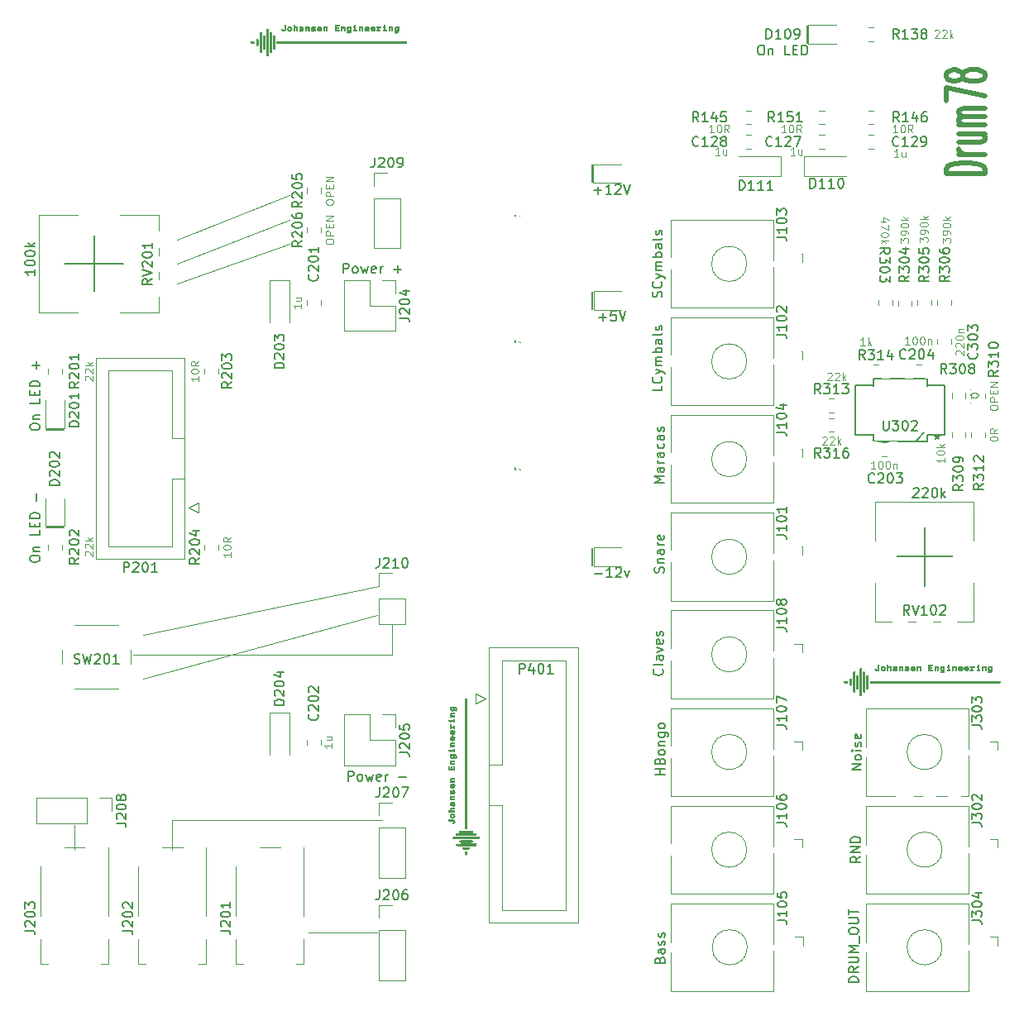
<source format=gto>
G04 #@! TF.GenerationSoftware,KiCad,Pcbnew,(5.1.9)-1*
G04 #@! TF.CreationDate,2021-04-28T19:37:10+02:00*
G04 #@! TF.ProjectId,KicadJE_Drum_PE78 - Base,4b696361-644a-4455-9f44-72756d5f5045,rev?*
G04 #@! TF.SameCoordinates,Original*
G04 #@! TF.FileFunction,Legend,Top*
G04 #@! TF.FilePolarity,Positive*
%FSLAX46Y46*%
G04 Gerber Fmt 4.6, Leading zero omitted, Abs format (unit mm)*
G04 Created by KiCad (PCBNEW (5.1.9)-1) date 2021-04-28 19:37:10*
%MOMM*%
%LPD*%
G01*
G04 APERTURE LIST*
%ADD10C,0.500000*%
%ADD11C,0.120000*%
%ADD12C,0.010000*%
%ADD13C,0.150000*%
%ADD14C,0.100000*%
%ADD15C,0.200000*%
%ADD16C,0.450000*%
%ADD17C,8.502000*%
%ADD18O,7.102000X4.102000*%
%ADD19C,2.232000*%
%ADD20C,2.002000*%
%ADD21C,1.102000*%
%ADD22O,1.802000X1.802000*%
%ADD23C,1.802000*%
%ADD24C,1.542000*%
%ADD25C,1.902000*%
%ADD26O,3.102000X4.102000*%
%ADD27O,4.102000X3.102000*%
%ADD28C,2.102000*%
G04 APERTURE END LIST*
D10*
X148209523Y-65798809D02*
X144209523Y-65798809D01*
X144209523Y-65322619D01*
X144400000Y-65036904D01*
X144780952Y-64846428D01*
X145161904Y-64751190D01*
X145923809Y-64655952D01*
X146495238Y-64655952D01*
X147257142Y-64751190D01*
X147638095Y-64846428D01*
X148019047Y-65036904D01*
X148209523Y-65322619D01*
X148209523Y-65798809D01*
X148209523Y-63798809D02*
X145542857Y-63798809D01*
X146304761Y-63798809D02*
X145923809Y-63703571D01*
X145733333Y-63608333D01*
X145542857Y-63417857D01*
X145542857Y-63227380D01*
X145542857Y-61703571D02*
X148209523Y-61703571D01*
X145542857Y-62560714D02*
X147638095Y-62560714D01*
X148019047Y-62465476D01*
X148209523Y-62275000D01*
X148209523Y-61989285D01*
X148019047Y-61798809D01*
X147828571Y-61703571D01*
X148209523Y-60751190D02*
X145542857Y-60751190D01*
X145923809Y-60751190D02*
X145733333Y-60655952D01*
X145542857Y-60465476D01*
X145542857Y-60179761D01*
X145733333Y-59989285D01*
X146114285Y-59894047D01*
X148209523Y-59894047D01*
X146114285Y-59894047D02*
X145733333Y-59798809D01*
X145542857Y-59608333D01*
X145542857Y-59322619D01*
X145733333Y-59132142D01*
X146114285Y-59036904D01*
X148209523Y-59036904D01*
X144209523Y-58275000D02*
X144209523Y-56941666D01*
X148209523Y-57798809D01*
X145923809Y-55894047D02*
X145733333Y-56084523D01*
X145542857Y-56179761D01*
X145161904Y-56275000D01*
X144971428Y-56275000D01*
X144590476Y-56179761D01*
X144400000Y-56084523D01*
X144209523Y-55894047D01*
X144209523Y-55513095D01*
X144400000Y-55322619D01*
X144590476Y-55227380D01*
X144971428Y-55132142D01*
X145161904Y-55132142D01*
X145542857Y-55227380D01*
X145733333Y-55322619D01*
X145923809Y-55513095D01*
X145923809Y-55894047D01*
X146114285Y-56084523D01*
X146304761Y-56179761D01*
X146685714Y-56275000D01*
X147447619Y-56275000D01*
X147828571Y-56179761D01*
X148019047Y-56084523D01*
X148209523Y-55894047D01*
X148209523Y-55513095D01*
X148019047Y-55322619D01*
X147828571Y-55227380D01*
X147447619Y-55132142D01*
X146685714Y-55132142D01*
X146304761Y-55227380D01*
X146114285Y-55322619D01*
X145923809Y-55513095D01*
D11*
X79000000Y-143500000D02*
X86000000Y-143500000D01*
X62000000Y-117500000D02*
X86000000Y-111000000D01*
X62000000Y-113000000D02*
X86170000Y-108000000D01*
X65500000Y-77000000D02*
X77000000Y-73000000D01*
X65500000Y-75000000D02*
X77000000Y-70500000D01*
X65500000Y-72500000D02*
X77000000Y-68000000D01*
X87500000Y-115000000D02*
X87500000Y-112000000D01*
X61000000Y-115000000D02*
X87500000Y-115000000D01*
X55000000Y-135000000D02*
X55000000Y-132500000D01*
X65000000Y-132000000D02*
X86500000Y-132000000D01*
X65000000Y-135000000D02*
X65000000Y-132000000D01*
D12*
G36*
X93693784Y-133729168D02*
G01*
X93699962Y-133723922D01*
X93705588Y-133719713D01*
X93712115Y-133715978D01*
X93721013Y-133712690D01*
X93733751Y-133709819D01*
X93751799Y-133707337D01*
X93776627Y-133705217D01*
X93809703Y-133703429D01*
X93852497Y-133701946D01*
X93906478Y-133700738D01*
X93973117Y-133699778D01*
X94053882Y-133699037D01*
X94150243Y-133698486D01*
X94263669Y-133698098D01*
X94395630Y-133697844D01*
X94547596Y-133697696D01*
X94721035Y-133697625D01*
X94917417Y-133697602D01*
X95062998Y-133697600D01*
X96392572Y-133697600D01*
X96420186Y-133726994D01*
X96443429Y-133767058D01*
X96444227Y-133809329D01*
X96422590Y-133847001D01*
X96420005Y-133849506D01*
X96415243Y-133853639D01*
X96409375Y-133857307D01*
X96400941Y-133860537D01*
X96388481Y-133863359D01*
X96370535Y-133865798D01*
X96345641Y-133867884D01*
X96312341Y-133869643D01*
X96269174Y-133871104D01*
X96214680Y-133872295D01*
X96147399Y-133873242D01*
X96065870Y-133873974D01*
X95968633Y-133874518D01*
X95854228Y-133874903D01*
X95721196Y-133875156D01*
X95568075Y-133875304D01*
X95393405Y-133875376D01*
X95195727Y-133875399D01*
X95056969Y-133875400D01*
X93721727Y-133875401D01*
X93694113Y-133846007D01*
X93670230Y-133805943D01*
X93670198Y-133765381D01*
X93693784Y-133729168D01*
G37*
X93693784Y-133729168D02*
X93699962Y-133723922D01*
X93705588Y-133719713D01*
X93712115Y-133715978D01*
X93721013Y-133712690D01*
X93733751Y-133709819D01*
X93751799Y-133707337D01*
X93776627Y-133705217D01*
X93809703Y-133703429D01*
X93852497Y-133701946D01*
X93906478Y-133700738D01*
X93973117Y-133699778D01*
X94053882Y-133699037D01*
X94150243Y-133698486D01*
X94263669Y-133698098D01*
X94395630Y-133697844D01*
X94547596Y-133697696D01*
X94721035Y-133697625D01*
X94917417Y-133697602D01*
X95062998Y-133697600D01*
X96392572Y-133697600D01*
X96420186Y-133726994D01*
X96443429Y-133767058D01*
X96444227Y-133809329D01*
X96422590Y-133847001D01*
X96420005Y-133849506D01*
X96415243Y-133853639D01*
X96409375Y-133857307D01*
X96400941Y-133860537D01*
X96388481Y-133863359D01*
X96370535Y-133865798D01*
X96345641Y-133867884D01*
X96312341Y-133869643D01*
X96269174Y-133871104D01*
X96214680Y-133872295D01*
X96147399Y-133873242D01*
X96065870Y-133873974D01*
X95968633Y-133874518D01*
X95854228Y-133874903D01*
X95721196Y-133875156D01*
X95568075Y-133875304D01*
X95393405Y-133875376D01*
X95195727Y-133875399D01*
X95056969Y-133875400D01*
X93721727Y-133875401D01*
X93694113Y-133846007D01*
X93670230Y-133805943D01*
X93670198Y-133765381D01*
X93693784Y-133729168D01*
G36*
X94023835Y-134443716D02*
G01*
X94043551Y-134410397D01*
X94075566Y-134391538D01*
X94092673Y-134390291D01*
X94133154Y-134389100D01*
X94194985Y-134387983D01*
X94276140Y-134386956D01*
X94374594Y-134386034D01*
X94488322Y-134385235D01*
X94615299Y-134384573D01*
X94753499Y-134384066D01*
X94900897Y-134383729D01*
X95055468Y-134383579D01*
X95073602Y-134383574D01*
X96042554Y-134383400D01*
X96073727Y-134414573D01*
X96099588Y-134451065D01*
X96101150Y-134487314D01*
X96078601Y-134527709D01*
X96078578Y-134527738D01*
X96052256Y-134561200D01*
X95068093Y-134561200D01*
X94858810Y-134561042D01*
X94674594Y-134560563D01*
X94515112Y-134559760D01*
X94380033Y-134558628D01*
X94269025Y-134557162D01*
X94181755Y-134555359D01*
X94117893Y-134553213D01*
X94077107Y-134550721D01*
X94059064Y-134547878D01*
X94058757Y-134547728D01*
X94030579Y-134520356D01*
X94019224Y-134483027D01*
X94023835Y-134443716D01*
G37*
X94023835Y-134443716D02*
X94043551Y-134410397D01*
X94075566Y-134391538D01*
X94092673Y-134390291D01*
X94133154Y-134389100D01*
X94194985Y-134387983D01*
X94276140Y-134386956D01*
X94374594Y-134386034D01*
X94488322Y-134385235D01*
X94615299Y-134384573D01*
X94753499Y-134384066D01*
X94900897Y-134383729D01*
X95055468Y-134383579D01*
X95073602Y-134383574D01*
X96042554Y-134383400D01*
X96073727Y-134414573D01*
X96099588Y-134451065D01*
X96101150Y-134487314D01*
X96078601Y-134527709D01*
X96078578Y-134527738D01*
X96052256Y-134561200D01*
X95068093Y-134561200D01*
X94858810Y-134561042D01*
X94674594Y-134560563D01*
X94515112Y-134559760D01*
X94380033Y-134558628D01*
X94269025Y-134557162D01*
X94181755Y-134555359D01*
X94117893Y-134553213D01*
X94077107Y-134550721D01*
X94059064Y-134547878D01*
X94058757Y-134547728D01*
X94030579Y-134520356D01*
X94019224Y-134483027D01*
X94023835Y-134443716D01*
G36*
X94028088Y-133399947D02*
G01*
X94046790Y-133378121D01*
X94053072Y-133373799D01*
X94061651Y-133370042D01*
X94074239Y-133366812D01*
X94092549Y-133364069D01*
X94118294Y-133361773D01*
X94153187Y-133359885D01*
X94198939Y-133358365D01*
X94257264Y-133357174D01*
X94329875Y-133356271D01*
X94418483Y-133355618D01*
X94524802Y-133355174D01*
X94650544Y-133354901D01*
X94797422Y-133354758D01*
X94967149Y-133354705D01*
X95059134Y-133354700D01*
X96042554Y-133354700D01*
X96073727Y-133385873D01*
X96099826Y-133423826D01*
X96100608Y-133461067D01*
X96076073Y-133498937D01*
X96073727Y-133501328D01*
X96042554Y-133532500D01*
X95059134Y-133532500D01*
X94877591Y-133532478D01*
X94719736Y-133532384D01*
X94583856Y-133532179D01*
X94468238Y-133531824D01*
X94371169Y-133531278D01*
X94290937Y-133530503D01*
X94225829Y-133529458D01*
X94174133Y-133528104D01*
X94134135Y-133526401D01*
X94104124Y-133524310D01*
X94082386Y-133521791D01*
X94067209Y-133518805D01*
X94056880Y-133515311D01*
X94049687Y-133511270D01*
X94046790Y-133509080D01*
X94022461Y-133474516D01*
X94017866Y-133443600D01*
X94028088Y-133399947D01*
G37*
X94028088Y-133399947D02*
X94046790Y-133378121D01*
X94053072Y-133373799D01*
X94061651Y-133370042D01*
X94074239Y-133366812D01*
X94092549Y-133364069D01*
X94118294Y-133361773D01*
X94153187Y-133359885D01*
X94198939Y-133358365D01*
X94257264Y-133357174D01*
X94329875Y-133356271D01*
X94418483Y-133355618D01*
X94524802Y-133355174D01*
X94650544Y-133354901D01*
X94797422Y-133354758D01*
X94967149Y-133354705D01*
X95059134Y-133354700D01*
X96042554Y-133354700D01*
X96073727Y-133385873D01*
X96099826Y-133423826D01*
X96100608Y-133461067D01*
X96076073Y-133498937D01*
X96073727Y-133501328D01*
X96042554Y-133532500D01*
X95059134Y-133532500D01*
X94877591Y-133532478D01*
X94719736Y-133532384D01*
X94583856Y-133532179D01*
X94468238Y-133531824D01*
X94371169Y-133531278D01*
X94290937Y-133530503D01*
X94225829Y-133529458D01*
X94174133Y-133528104D01*
X94134135Y-133526401D01*
X94104124Y-133524310D01*
X94082386Y-133521791D01*
X94067209Y-133518805D01*
X94056880Y-133515311D01*
X94049687Y-133511270D01*
X94046790Y-133509080D01*
X94022461Y-133474516D01*
X94017866Y-133443600D01*
X94028088Y-133399947D01*
G36*
X94373366Y-134085847D02*
G01*
X94374719Y-134083677D01*
X94382268Y-134074101D01*
X94392460Y-134066052D01*
X94407408Y-134059397D01*
X94429227Y-134054006D01*
X94460029Y-134049745D01*
X94501931Y-134046483D01*
X94557044Y-134044089D01*
X94627484Y-134042429D01*
X94715364Y-134041372D01*
X94822799Y-134040787D01*
X94951902Y-134040542D01*
X95066620Y-134040500D01*
X95208969Y-134040527D01*
X95328100Y-134040663D01*
X95426193Y-134040995D01*
X95505429Y-134041610D01*
X95567989Y-134042594D01*
X95616055Y-134044032D01*
X95651807Y-134046012D01*
X95677427Y-134048619D01*
X95695095Y-134051940D01*
X95706993Y-134056061D01*
X95715301Y-134061067D01*
X95721505Y-134066395D01*
X95744001Y-134101291D01*
X95749644Y-134142129D01*
X95738462Y-134179597D01*
X95721074Y-134198530D01*
X95712113Y-134203044D01*
X95697824Y-134206828D01*
X95676107Y-134209944D01*
X95644866Y-134212454D01*
X95602001Y-134214420D01*
X95545415Y-134215906D01*
X95473009Y-134216972D01*
X95382686Y-134217681D01*
X95272347Y-134218095D01*
X95139893Y-134218277D01*
X95054324Y-134218300D01*
X94910547Y-134218273D01*
X94790018Y-134218134D01*
X94690586Y-134217803D01*
X94610100Y-134217196D01*
X94546407Y-134216232D01*
X94497357Y-134214827D01*
X94460797Y-134212901D01*
X94434577Y-134210370D01*
X94416544Y-134207152D01*
X94404547Y-134203165D01*
X94396434Y-134198327D01*
X94390400Y-134192900D01*
X94371493Y-134160323D01*
X94365200Y-134120356D01*
X94373366Y-134085847D01*
G37*
X94373366Y-134085847D02*
X94374719Y-134083677D01*
X94382268Y-134074101D01*
X94392460Y-134066052D01*
X94407408Y-134059397D01*
X94429227Y-134054006D01*
X94460029Y-134049745D01*
X94501931Y-134046483D01*
X94557044Y-134044089D01*
X94627484Y-134042429D01*
X94715364Y-134041372D01*
X94822799Y-134040787D01*
X94951902Y-134040542D01*
X95066620Y-134040500D01*
X95208969Y-134040527D01*
X95328100Y-134040663D01*
X95426193Y-134040995D01*
X95505429Y-134041610D01*
X95567989Y-134042594D01*
X95616055Y-134044032D01*
X95651807Y-134046012D01*
X95677427Y-134048619D01*
X95695095Y-134051940D01*
X95706993Y-134056061D01*
X95715301Y-134061067D01*
X95721505Y-134066395D01*
X95744001Y-134101291D01*
X95749644Y-134142129D01*
X95738462Y-134179597D01*
X95721074Y-134198530D01*
X95712113Y-134203044D01*
X95697824Y-134206828D01*
X95676107Y-134209944D01*
X95644866Y-134212454D01*
X95602001Y-134214420D01*
X95545415Y-134215906D01*
X95473009Y-134216972D01*
X95382686Y-134217681D01*
X95272347Y-134218095D01*
X95139893Y-134218277D01*
X95054324Y-134218300D01*
X94910547Y-134218273D01*
X94790018Y-134218134D01*
X94690586Y-134217803D01*
X94610100Y-134217196D01*
X94546407Y-134216232D01*
X94497357Y-134214827D01*
X94460797Y-134212901D01*
X94434577Y-134210370D01*
X94416544Y-134207152D01*
X94404547Y-134203165D01*
X94396434Y-134198327D01*
X94390400Y-134192900D01*
X94371493Y-134160323D01*
X94365200Y-134120356D01*
X94373366Y-134085847D01*
G36*
X94384148Y-133069640D02*
G01*
X94390400Y-133062600D01*
X94396819Y-133056882D01*
X94405090Y-133052093D01*
X94417365Y-133048151D01*
X94435795Y-133044974D01*
X94462532Y-133042478D01*
X94499728Y-133040583D01*
X94549533Y-133039205D01*
X94614100Y-133038263D01*
X94695579Y-133037674D01*
X94796124Y-133037355D01*
X94917884Y-133037225D01*
X95054324Y-133037200D01*
X95200224Y-133037278D01*
X95322823Y-133037554D01*
X95424218Y-133038088D01*
X95506508Y-133038945D01*
X95571791Y-133040185D01*
X95622165Y-133041871D01*
X95659728Y-133044066D01*
X95686578Y-133046831D01*
X95704814Y-133050229D01*
X95716533Y-133054322D01*
X95721074Y-133056971D01*
X95743781Y-133086738D01*
X95749686Y-133126267D01*
X95738757Y-133166243D01*
X95721505Y-133189106D01*
X95714613Y-133194942D01*
X95706105Y-133199829D01*
X95693817Y-133203850D01*
X95675586Y-133207090D01*
X95649248Y-133209633D01*
X95612641Y-133211563D01*
X95563601Y-133212965D01*
X95499964Y-133213923D01*
X95419567Y-133214521D01*
X95320246Y-133214844D01*
X95199839Y-133214975D01*
X95057150Y-133215000D01*
X94913643Y-133214975D01*
X94793374Y-133214842D01*
X94694178Y-133214518D01*
X94613891Y-133213918D01*
X94550352Y-133212957D01*
X94501395Y-133211553D01*
X94464858Y-133209619D01*
X94438577Y-133207072D01*
X94420390Y-133203828D01*
X94408132Y-133199801D01*
X94399641Y-133194909D01*
X94392794Y-133189106D01*
X94369943Y-133152262D01*
X94367000Y-133109207D01*
X94384148Y-133069640D01*
G37*
X94384148Y-133069640D02*
X94390400Y-133062600D01*
X94396819Y-133056882D01*
X94405090Y-133052093D01*
X94417365Y-133048151D01*
X94435795Y-133044974D01*
X94462532Y-133042478D01*
X94499728Y-133040583D01*
X94549533Y-133039205D01*
X94614100Y-133038263D01*
X94695579Y-133037674D01*
X94796124Y-133037355D01*
X94917884Y-133037225D01*
X95054324Y-133037200D01*
X95200224Y-133037278D01*
X95322823Y-133037554D01*
X95424218Y-133038088D01*
X95506508Y-133038945D01*
X95571791Y-133040185D01*
X95622165Y-133041871D01*
X95659728Y-133044066D01*
X95686578Y-133046831D01*
X95704814Y-133050229D01*
X95716533Y-133054322D01*
X95721074Y-133056971D01*
X95743781Y-133086738D01*
X95749686Y-133126267D01*
X95738757Y-133166243D01*
X95721505Y-133189106D01*
X95714613Y-133194942D01*
X95706105Y-133199829D01*
X95693817Y-133203850D01*
X95675586Y-133207090D01*
X95649248Y-133209633D01*
X95612641Y-133211563D01*
X95563601Y-133212965D01*
X95499964Y-133213923D01*
X95419567Y-133214521D01*
X95320246Y-133214844D01*
X95199839Y-133214975D01*
X95057150Y-133215000D01*
X94913643Y-133214975D01*
X94793374Y-133214842D01*
X94694178Y-133214518D01*
X94613891Y-133213918D01*
X94550352Y-133212957D01*
X94501395Y-133211553D01*
X94464858Y-133209619D01*
X94438577Y-133207072D01*
X94420390Y-133203828D01*
X94408132Y-133199801D01*
X94399641Y-133194909D01*
X94392794Y-133189106D01*
X94369943Y-133152262D01*
X94367000Y-133109207D01*
X94384148Y-133069640D01*
G36*
X94713054Y-134795443D02*
G01*
X94732157Y-134762632D01*
X94740516Y-134753059D01*
X94750303Y-134745730D01*
X94764826Y-134740293D01*
X94787391Y-134736395D01*
X94821307Y-134733683D01*
X94869882Y-134731806D01*
X94936423Y-134730411D01*
X95024238Y-134729146D01*
X95049571Y-134728812D01*
X95342728Y-134724974D01*
X95374564Y-134756810D01*
X95401023Y-134796565D01*
X95402725Y-134836473D01*
X95379617Y-134873960D01*
X95377006Y-134876487D01*
X95366635Y-134885325D01*
X95354549Y-134892044D01*
X95337371Y-134896935D01*
X95311724Y-134900286D01*
X95274232Y-134902389D01*
X95221520Y-134903532D01*
X95150210Y-134904006D01*
X95056927Y-134904100D01*
X95055370Y-134904100D01*
X94961929Y-134904035D01*
X94890539Y-134903633D01*
X94837846Y-134902587D01*
X94800503Y-134900588D01*
X94775156Y-134897330D01*
X94758457Y-134892503D01*
X94747055Y-134885800D01*
X94737598Y-134876914D01*
X94735513Y-134874707D01*
X94711609Y-134835530D01*
X94713054Y-134795443D01*
G37*
X94713054Y-134795443D02*
X94732157Y-134762632D01*
X94740516Y-134753059D01*
X94750303Y-134745730D01*
X94764826Y-134740293D01*
X94787391Y-134736395D01*
X94821307Y-134733683D01*
X94869882Y-134731806D01*
X94936423Y-134730411D01*
X95024238Y-134729146D01*
X95049571Y-134728812D01*
X95342728Y-134724974D01*
X95374564Y-134756810D01*
X95401023Y-134796565D01*
X95402725Y-134836473D01*
X95379617Y-134873960D01*
X95377006Y-134876487D01*
X95366635Y-134885325D01*
X95354549Y-134892044D01*
X95337371Y-134896935D01*
X95311724Y-134900286D01*
X95274232Y-134902389D01*
X95221520Y-134903532D01*
X95150210Y-134904006D01*
X95056927Y-134904100D01*
X95055370Y-134904100D01*
X94961929Y-134904035D01*
X94890539Y-134903633D01*
X94837846Y-134902587D01*
X94800503Y-134900588D01*
X94775156Y-134897330D01*
X94758457Y-134892503D01*
X94747055Y-134885800D01*
X94737598Y-134876914D01*
X94735513Y-134874707D01*
X94711609Y-134835530D01*
X94713054Y-134795443D01*
G36*
X94964392Y-135255957D02*
G01*
X94973191Y-135207899D01*
X94990281Y-135177895D01*
X95017645Y-135162458D01*
X95057150Y-135158100D01*
X95096532Y-135162393D01*
X95123780Y-135177601D01*
X95140862Y-135207219D01*
X95149745Y-135254743D01*
X95152395Y-135323668D01*
X95152400Y-135327337D01*
X95151825Y-135384092D01*
X95149290Y-135421508D01*
X95143576Y-135445635D01*
X95133466Y-135462524D01*
X95123006Y-135473387D01*
X95082112Y-135496748D01*
X95037488Y-135498497D01*
X94997000Y-135478740D01*
X94989513Y-135471607D01*
X94976180Y-135454426D01*
X94967937Y-135433381D01*
X94963612Y-135402262D01*
X94962030Y-135354859D01*
X94961900Y-135325557D01*
X94964392Y-135255957D01*
G37*
X94964392Y-135255957D02*
X94973191Y-135207899D01*
X94990281Y-135177895D01*
X95017645Y-135162458D01*
X95057150Y-135158100D01*
X95096532Y-135162393D01*
X95123780Y-135177601D01*
X95140862Y-135207219D01*
X95149745Y-135254743D01*
X95152395Y-135323668D01*
X95152400Y-135327337D01*
X95151825Y-135384092D01*
X95149290Y-135421508D01*
X95143576Y-135445635D01*
X95133466Y-135462524D01*
X95123006Y-135473387D01*
X95082112Y-135496748D01*
X95037488Y-135498497D01*
X94997000Y-135478740D01*
X94989513Y-135471607D01*
X94976180Y-135454426D01*
X94967937Y-135433381D01*
X94963612Y-135402262D01*
X94962030Y-135354859D01*
X94961900Y-135325557D01*
X94964392Y-135255957D01*
G36*
X94991293Y-119564714D02*
G01*
X95032187Y-119541353D01*
X95076811Y-119539604D01*
X95117299Y-119559361D01*
X95124786Y-119566494D01*
X95152400Y-119595888D01*
X95152400Y-132781357D01*
X95118937Y-132807679D01*
X95087072Y-132826231D01*
X95057272Y-132834000D01*
X95057150Y-132834000D01*
X95027404Y-132826306D01*
X94995507Y-132807793D01*
X94995362Y-132807679D01*
X94961900Y-132781357D01*
X94961899Y-126186843D01*
X94961899Y-119592328D01*
X94991293Y-119564714D01*
G37*
X94991293Y-119564714D02*
X95032187Y-119541353D01*
X95076811Y-119539604D01*
X95117299Y-119559361D01*
X95124786Y-119566494D01*
X95152400Y-119595888D01*
X95152400Y-132781357D01*
X95118937Y-132807679D01*
X95087072Y-132826231D01*
X95057272Y-132834000D01*
X95057150Y-132834000D01*
X95027404Y-132826306D01*
X94995507Y-132807793D01*
X94995362Y-132807679D01*
X94961900Y-132781357D01*
X94961899Y-126186843D01*
X94961899Y-119592328D01*
X94991293Y-119564714D01*
G36*
X93445453Y-125394326D02*
G01*
X93457276Y-125365770D01*
X93467208Y-125340104D01*
X93464762Y-125328443D01*
X93463626Y-125328300D01*
X93455469Y-125317035D01*
X93450932Y-125288890D01*
X93450600Y-125277500D01*
X93450600Y-125226700D01*
X93702721Y-125226700D01*
X93789193Y-125226835D01*
X93854155Y-125227491D01*
X93901497Y-125229049D01*
X93935109Y-125231888D01*
X93958879Y-125236388D01*
X93976699Y-125242928D01*
X93992457Y-125251890D01*
X93997996Y-125255529D01*
X94044194Y-125300935D01*
X94073830Y-125361562D01*
X94085713Y-125432411D01*
X94078656Y-125508484D01*
X94067447Y-125547496D01*
X94047420Y-125593122D01*
X94026476Y-125623248D01*
X94009251Y-125633100D01*
X93993145Y-125625864D01*
X93972029Y-125610845D01*
X93944546Y-125588590D01*
X93971998Y-125526530D01*
X93990625Y-125465291D01*
X93991271Y-125411063D01*
X93975328Y-125367631D01*
X93944187Y-125338782D01*
X93899238Y-125328301D01*
X93899155Y-125328300D01*
X93856347Y-125328300D01*
X93875723Y-125365770D01*
X93894532Y-125426339D01*
X93890756Y-125485807D01*
X93867099Y-125540659D01*
X93826262Y-125587380D01*
X93770946Y-125622456D01*
X93703853Y-125642372D01*
X93661944Y-125645494D01*
X93661944Y-125543505D01*
X93713003Y-125536963D01*
X93758341Y-125514249D01*
X93789108Y-125479303D01*
X93800009Y-125441155D01*
X93798768Y-125395604D01*
X93786299Y-125355841D01*
X93779859Y-125346217D01*
X93759334Y-125336665D01*
X93721682Y-125330490D01*
X93674854Y-125327764D01*
X93626803Y-125328555D01*
X93585480Y-125332933D01*
X93558838Y-125340969D01*
X93554776Y-125344247D01*
X93535364Y-125384916D01*
X93531601Y-125434128D01*
X93539850Y-125468846D01*
X93568826Y-125509172D01*
X93611704Y-125534150D01*
X93661944Y-125543505D01*
X93661944Y-125645494D01*
X93660634Y-125645592D01*
X93590522Y-125635227D01*
X93530408Y-125607165D01*
X93483069Y-125565224D01*
X93451279Y-125513224D01*
X93437816Y-125454985D01*
X93445453Y-125394326D01*
G37*
X93445453Y-125394326D02*
X93457276Y-125365770D01*
X93467208Y-125340104D01*
X93464762Y-125328443D01*
X93463626Y-125328300D01*
X93455469Y-125317035D01*
X93450932Y-125288890D01*
X93450600Y-125277500D01*
X93450600Y-125226700D01*
X93702721Y-125226700D01*
X93789193Y-125226835D01*
X93854155Y-125227491D01*
X93901497Y-125229049D01*
X93935109Y-125231888D01*
X93958879Y-125236388D01*
X93976699Y-125242928D01*
X93992457Y-125251890D01*
X93997996Y-125255529D01*
X94044194Y-125300935D01*
X94073830Y-125361562D01*
X94085713Y-125432411D01*
X94078656Y-125508484D01*
X94067447Y-125547496D01*
X94047420Y-125593122D01*
X94026476Y-125623248D01*
X94009251Y-125633100D01*
X93993145Y-125625864D01*
X93972029Y-125610845D01*
X93944546Y-125588590D01*
X93971998Y-125526530D01*
X93990625Y-125465291D01*
X93991271Y-125411063D01*
X93975328Y-125367631D01*
X93944187Y-125338782D01*
X93899238Y-125328301D01*
X93899155Y-125328300D01*
X93856347Y-125328300D01*
X93875723Y-125365770D01*
X93894532Y-125426339D01*
X93890756Y-125485807D01*
X93867099Y-125540659D01*
X93826262Y-125587380D01*
X93770946Y-125622456D01*
X93703853Y-125642372D01*
X93661944Y-125645494D01*
X93661944Y-125543505D01*
X93713003Y-125536963D01*
X93758341Y-125514249D01*
X93789108Y-125479303D01*
X93800009Y-125441155D01*
X93798768Y-125395604D01*
X93786299Y-125355841D01*
X93779859Y-125346217D01*
X93759334Y-125336665D01*
X93721682Y-125330490D01*
X93674854Y-125327764D01*
X93626803Y-125328555D01*
X93585480Y-125332933D01*
X93558838Y-125340969D01*
X93554776Y-125344247D01*
X93535364Y-125384916D01*
X93531601Y-125434128D01*
X93539850Y-125468846D01*
X93568826Y-125509172D01*
X93611704Y-125534150D01*
X93661944Y-125543505D01*
X93661944Y-125645494D01*
X93660634Y-125645592D01*
X93590522Y-125635227D01*
X93530408Y-125607165D01*
X93483069Y-125565224D01*
X93451279Y-125513224D01*
X93437816Y-125454985D01*
X93445453Y-125394326D01*
G36*
X93445453Y-120517526D02*
G01*
X93457276Y-120488970D01*
X93467208Y-120463304D01*
X93464762Y-120451643D01*
X93463626Y-120451500D01*
X93455469Y-120440235D01*
X93450932Y-120412090D01*
X93450600Y-120400700D01*
X93450600Y-120349900D01*
X93702721Y-120349900D01*
X93789193Y-120350035D01*
X93854155Y-120350691D01*
X93901497Y-120352249D01*
X93935109Y-120355088D01*
X93958879Y-120359588D01*
X93976699Y-120366128D01*
X93992457Y-120375090D01*
X93997996Y-120378729D01*
X94044194Y-120424135D01*
X94073830Y-120484762D01*
X94085713Y-120555611D01*
X94078656Y-120631684D01*
X94067447Y-120670696D01*
X94047420Y-120716322D01*
X94026476Y-120746448D01*
X94009251Y-120756300D01*
X93993145Y-120749064D01*
X93972029Y-120734045D01*
X93944546Y-120711790D01*
X93971998Y-120649730D01*
X93990625Y-120588491D01*
X93991271Y-120534263D01*
X93975328Y-120490831D01*
X93944187Y-120461982D01*
X93899238Y-120451501D01*
X93899155Y-120451500D01*
X93856347Y-120451500D01*
X93875723Y-120488970D01*
X93894532Y-120549539D01*
X93890756Y-120609007D01*
X93867099Y-120663859D01*
X93826262Y-120710580D01*
X93770946Y-120745656D01*
X93703853Y-120765572D01*
X93661944Y-120768694D01*
X93661944Y-120666705D01*
X93713003Y-120660163D01*
X93758341Y-120637449D01*
X93789108Y-120602503D01*
X93800009Y-120564355D01*
X93798768Y-120518804D01*
X93786299Y-120479041D01*
X93779859Y-120469417D01*
X93759334Y-120459865D01*
X93721682Y-120453690D01*
X93674854Y-120450964D01*
X93626803Y-120451755D01*
X93585480Y-120456133D01*
X93558838Y-120464169D01*
X93554776Y-120467447D01*
X93535364Y-120508116D01*
X93531601Y-120557328D01*
X93539850Y-120592046D01*
X93568826Y-120632372D01*
X93611704Y-120657350D01*
X93661944Y-120666705D01*
X93661944Y-120768694D01*
X93660634Y-120768792D01*
X93590522Y-120758427D01*
X93530408Y-120730365D01*
X93483069Y-120688424D01*
X93451279Y-120636424D01*
X93437816Y-120578185D01*
X93445453Y-120517526D01*
G37*
X93445453Y-120517526D02*
X93457276Y-120488970D01*
X93467208Y-120463304D01*
X93464762Y-120451643D01*
X93463626Y-120451500D01*
X93455469Y-120440235D01*
X93450932Y-120412090D01*
X93450600Y-120400700D01*
X93450600Y-120349900D01*
X93702721Y-120349900D01*
X93789193Y-120350035D01*
X93854155Y-120350691D01*
X93901497Y-120352249D01*
X93935109Y-120355088D01*
X93958879Y-120359588D01*
X93976699Y-120366128D01*
X93992457Y-120375090D01*
X93997996Y-120378729D01*
X94044194Y-120424135D01*
X94073830Y-120484762D01*
X94085713Y-120555611D01*
X94078656Y-120631684D01*
X94067447Y-120670696D01*
X94047420Y-120716322D01*
X94026476Y-120746448D01*
X94009251Y-120756300D01*
X93993145Y-120749064D01*
X93972029Y-120734045D01*
X93944546Y-120711790D01*
X93971998Y-120649730D01*
X93990625Y-120588491D01*
X93991271Y-120534263D01*
X93975328Y-120490831D01*
X93944187Y-120461982D01*
X93899238Y-120451501D01*
X93899155Y-120451500D01*
X93856347Y-120451500D01*
X93875723Y-120488970D01*
X93894532Y-120549539D01*
X93890756Y-120609007D01*
X93867099Y-120663859D01*
X93826262Y-120710580D01*
X93770946Y-120745656D01*
X93703853Y-120765572D01*
X93661944Y-120768694D01*
X93661944Y-120666705D01*
X93713003Y-120660163D01*
X93758341Y-120637449D01*
X93789108Y-120602503D01*
X93800009Y-120564355D01*
X93798768Y-120518804D01*
X93786299Y-120479041D01*
X93779859Y-120469417D01*
X93759334Y-120459865D01*
X93721682Y-120453690D01*
X93674854Y-120450964D01*
X93626803Y-120451755D01*
X93585480Y-120456133D01*
X93558838Y-120464169D01*
X93554776Y-120467447D01*
X93535364Y-120508116D01*
X93531601Y-120557328D01*
X93539850Y-120592046D01*
X93568826Y-120632372D01*
X93611704Y-120657350D01*
X93661944Y-120666705D01*
X93661944Y-120768694D01*
X93660634Y-120768792D01*
X93590522Y-120758427D01*
X93530408Y-120730365D01*
X93483069Y-120688424D01*
X93451279Y-120636424D01*
X93437816Y-120578185D01*
X93445453Y-120517526D01*
G36*
X93511409Y-131919600D02*
G01*
X93595945Y-131919793D01*
X93659353Y-131920646D01*
X93705900Y-131922573D01*
X93739855Y-131925987D01*
X93765488Y-131931300D01*
X93787068Y-131938927D01*
X93806684Y-131948175D01*
X93859147Y-131985253D01*
X93885555Y-132021200D01*
X93901642Y-132073660D01*
X93906377Y-132135735D01*
X93899199Y-132194048D01*
X93893532Y-132211694D01*
X93863215Y-132260888D01*
X93817614Y-132304109D01*
X93790955Y-132320857D01*
X93757641Y-132335563D01*
X93737654Y-132334023D01*
X93723253Y-132314179D01*
X93717617Y-132301367D01*
X93708790Y-132264497D01*
X93717789Y-132242418D01*
X93735970Y-132237100D01*
X93757685Y-132226769D01*
X93782819Y-132201312D01*
X93804987Y-132169037D01*
X93817804Y-132138250D01*
X93818900Y-132129215D01*
X93816521Y-132095624D01*
X93807494Y-132069712D01*
X93788978Y-132050511D01*
X93758134Y-132037054D01*
X93712122Y-132028372D01*
X93648104Y-132023497D01*
X93563238Y-132021461D01*
X93502030Y-132021200D01*
X93272800Y-132021200D01*
X93272800Y-131919600D01*
X93511409Y-131919600D01*
G37*
X93511409Y-131919600D02*
X93595945Y-131919793D01*
X93659353Y-131920646D01*
X93705900Y-131922573D01*
X93739855Y-131925987D01*
X93765488Y-131931300D01*
X93787068Y-131938927D01*
X93806684Y-131948175D01*
X93859147Y-131985253D01*
X93885555Y-132021200D01*
X93901642Y-132073660D01*
X93906377Y-132135735D01*
X93899199Y-132194048D01*
X93893532Y-132211694D01*
X93863215Y-132260888D01*
X93817614Y-132304109D01*
X93790955Y-132320857D01*
X93757641Y-132335563D01*
X93737654Y-132334023D01*
X93723253Y-132314179D01*
X93717617Y-132301367D01*
X93708790Y-132264497D01*
X93717789Y-132242418D01*
X93735970Y-132237100D01*
X93757685Y-132226769D01*
X93782819Y-132201312D01*
X93804987Y-132169037D01*
X93817804Y-132138250D01*
X93818900Y-132129215D01*
X93816521Y-132095624D01*
X93807494Y-132069712D01*
X93788978Y-132050511D01*
X93758134Y-132037054D01*
X93712122Y-132028372D01*
X93648104Y-132023497D01*
X93563238Y-132021461D01*
X93502030Y-132021200D01*
X93272800Y-132021200D01*
X93272800Y-131919600D01*
X93511409Y-131919600D01*
G36*
X93449125Y-131428234D02*
G01*
X93481026Y-131363526D01*
X93530946Y-131314138D01*
X93596222Y-131282715D01*
X93672850Y-131271900D01*
X93750946Y-131283004D01*
X93815890Y-131314658D01*
X93865231Y-131364381D01*
X93896521Y-131429689D01*
X93907311Y-131508099D01*
X93907302Y-131509618D01*
X93903339Y-131555423D01*
X93894004Y-131597360D01*
X93889872Y-131608450D01*
X93851464Y-131665573D01*
X93796767Y-131707684D01*
X93731225Y-131732914D01*
X93670613Y-131738451D01*
X93670613Y-131636311D01*
X93721333Y-131629113D01*
X93765316Y-131606582D01*
X93797772Y-131570822D01*
X93813913Y-131523940D01*
X93813383Y-131488483D01*
X93799561Y-131448482D01*
X93775119Y-131412853D01*
X93774555Y-131412283D01*
X93749695Y-131392332D01*
X93720658Y-131382596D01*
X93677372Y-131379863D01*
X93672850Y-131379850D01*
X93628557Y-131382004D01*
X93599009Y-131390817D01*
X93573742Y-131409814D01*
X93568363Y-131415064D01*
X93544450Y-131445405D01*
X93534461Y-131479953D01*
X93533150Y-131508239D01*
X93536400Y-131549347D01*
X93549203Y-131577077D01*
X93568125Y-131596284D01*
X93617947Y-131626070D01*
X93670613Y-131636311D01*
X93670613Y-131738451D01*
X93660283Y-131739395D01*
X93589388Y-131725258D01*
X93571250Y-131717797D01*
X93506733Y-131677045D01*
X93463869Y-131623606D01*
X93441689Y-131555939D01*
X93437900Y-131505616D01*
X93449125Y-131428234D01*
G37*
X93449125Y-131428234D02*
X93481026Y-131363526D01*
X93530946Y-131314138D01*
X93596222Y-131282715D01*
X93672850Y-131271900D01*
X93750946Y-131283004D01*
X93815890Y-131314658D01*
X93865231Y-131364381D01*
X93896521Y-131429689D01*
X93907311Y-131508099D01*
X93907302Y-131509618D01*
X93903339Y-131555423D01*
X93894004Y-131597360D01*
X93889872Y-131608450D01*
X93851464Y-131665573D01*
X93796767Y-131707684D01*
X93731225Y-131732914D01*
X93670613Y-131738451D01*
X93670613Y-131636311D01*
X93721333Y-131629113D01*
X93765316Y-131606582D01*
X93797772Y-131570822D01*
X93813913Y-131523940D01*
X93813383Y-131488483D01*
X93799561Y-131448482D01*
X93775119Y-131412853D01*
X93774555Y-131412283D01*
X93749695Y-131392332D01*
X93720658Y-131382596D01*
X93677372Y-131379863D01*
X93672850Y-131379850D01*
X93628557Y-131382004D01*
X93599009Y-131390817D01*
X93573742Y-131409814D01*
X93568363Y-131415064D01*
X93544450Y-131445405D01*
X93534461Y-131479953D01*
X93533150Y-131508239D01*
X93536400Y-131549347D01*
X93549203Y-131577077D01*
X93568125Y-131596284D01*
X93617947Y-131626070D01*
X93670613Y-131636311D01*
X93670613Y-131738451D01*
X93660283Y-131739395D01*
X93589388Y-131725258D01*
X93571250Y-131717797D01*
X93506733Y-131677045D01*
X93463869Y-131623606D01*
X93441689Y-131555939D01*
X93437900Y-131505616D01*
X93449125Y-131428234D01*
G36*
X93456458Y-130189740D02*
G01*
X93489144Y-130136031D01*
X93507923Y-130118333D01*
X93523957Y-130107265D01*
X93542230Y-130099623D01*
X93567537Y-130094782D01*
X93604675Y-130092116D01*
X93658440Y-130090999D01*
X93719012Y-130090800D01*
X93895100Y-130090800D01*
X93895100Y-130141600D01*
X93893002Y-130174784D01*
X93884441Y-130189463D01*
X93869319Y-130192400D01*
X93853311Y-130193572D01*
X93851680Y-130201127D01*
X93864802Y-130221121D01*
X93871681Y-130230465D01*
X93894024Y-130276756D01*
X93905114Y-130341775D01*
X93905321Y-130344526D01*
X93907472Y-130387907D01*
X93903939Y-130415796D01*
X93891546Y-130437974D01*
X93867115Y-130464225D01*
X93866129Y-130465211D01*
X93832043Y-130494457D01*
X93800556Y-130507540D01*
X93771764Y-130509900D01*
X93754688Y-130506270D01*
X93754688Y-130406332D01*
X93788354Y-130400867D01*
X93809379Y-130375275D01*
X93815900Y-130332426D01*
X93814447Y-130314150D01*
X93803725Y-130272017D01*
X93785989Y-130234934D01*
X93783649Y-130231600D01*
X93755884Y-130206820D01*
X93725569Y-130194732D01*
X93705397Y-130193942D01*
X93695600Y-130202043D01*
X93692604Y-130225232D01*
X93692616Y-130251882D01*
X93698505Y-130319582D01*
X93713688Y-130369617D01*
X93737104Y-130399343D01*
X93754688Y-130406332D01*
X93754688Y-130506270D01*
X93717825Y-130498431D01*
X93674750Y-130464622D01*
X93643148Y-130409370D01*
X93623630Y-130333573D01*
X93618289Y-130283817D01*
X93614585Y-130236121D01*
X93609955Y-130208713D01*
X93602538Y-130196495D01*
X93590475Y-130194371D01*
X93585836Y-130194917D01*
X93560933Y-130208173D01*
X93540309Y-130232872D01*
X93530639Y-130262864D01*
X93530668Y-130304089D01*
X93540783Y-130360594D01*
X93558898Y-130428101D01*
X93558480Y-130450633D01*
X93537849Y-130467253D01*
X93533045Y-130469537D01*
X93506525Y-130478968D01*
X93488529Y-130475184D01*
X93474106Y-130454407D01*
X93458303Y-130412857D01*
X93458138Y-130412373D01*
X93440120Y-130332843D01*
X93439838Y-130256988D01*
X93456458Y-130189740D01*
G37*
X93456458Y-130189740D02*
X93489144Y-130136031D01*
X93507923Y-130118333D01*
X93523957Y-130107265D01*
X93542230Y-130099623D01*
X93567537Y-130094782D01*
X93604675Y-130092116D01*
X93658440Y-130090999D01*
X93719012Y-130090800D01*
X93895100Y-130090800D01*
X93895100Y-130141600D01*
X93893002Y-130174784D01*
X93884441Y-130189463D01*
X93869319Y-130192400D01*
X93853311Y-130193572D01*
X93851680Y-130201127D01*
X93864802Y-130221121D01*
X93871681Y-130230465D01*
X93894024Y-130276756D01*
X93905114Y-130341775D01*
X93905321Y-130344526D01*
X93907472Y-130387907D01*
X93903939Y-130415796D01*
X93891546Y-130437974D01*
X93867115Y-130464225D01*
X93866129Y-130465211D01*
X93832043Y-130494457D01*
X93800556Y-130507540D01*
X93771764Y-130509900D01*
X93754688Y-130506270D01*
X93754688Y-130406332D01*
X93788354Y-130400867D01*
X93809379Y-130375275D01*
X93815900Y-130332426D01*
X93814447Y-130314150D01*
X93803725Y-130272017D01*
X93785989Y-130234934D01*
X93783649Y-130231600D01*
X93755884Y-130206820D01*
X93725569Y-130194732D01*
X93705397Y-130193942D01*
X93695600Y-130202043D01*
X93692604Y-130225232D01*
X93692616Y-130251882D01*
X93698505Y-130319582D01*
X93713688Y-130369617D01*
X93737104Y-130399343D01*
X93754688Y-130406332D01*
X93754688Y-130506270D01*
X93717825Y-130498431D01*
X93674750Y-130464622D01*
X93643148Y-130409370D01*
X93623630Y-130333573D01*
X93618289Y-130283817D01*
X93614585Y-130236121D01*
X93609955Y-130208713D01*
X93602538Y-130196495D01*
X93590475Y-130194371D01*
X93585836Y-130194917D01*
X93560933Y-130208173D01*
X93540309Y-130232872D01*
X93530639Y-130262864D01*
X93530668Y-130304089D01*
X93540783Y-130360594D01*
X93558898Y-130428101D01*
X93558480Y-130450633D01*
X93537849Y-130467253D01*
X93533045Y-130469537D01*
X93506525Y-130478968D01*
X93488529Y-130475184D01*
X93474106Y-130454407D01*
X93458303Y-130412857D01*
X93458138Y-130412373D01*
X93440120Y-130332843D01*
X93439838Y-130256988D01*
X93456458Y-130189740D01*
G36*
X93444386Y-128999368D02*
G01*
X93458028Y-128944160D01*
X93478107Y-128904078D01*
X93481961Y-128899511D01*
X93503001Y-128890917D01*
X93528982Y-128895732D01*
X93550658Y-128909704D01*
X93558784Y-128928581D01*
X93557362Y-128934188D01*
X93541203Y-128984964D01*
X93532510Y-129039754D01*
X93531212Y-129092266D01*
X93537235Y-129136210D01*
X93550507Y-129165296D01*
X93560104Y-129172404D01*
X93576955Y-129174927D01*
X93590282Y-129165480D01*
X93601783Y-129140613D01*
X93613152Y-129096880D01*
X93623894Y-129042769D01*
X93641949Y-128966464D01*
X93664676Y-128912706D01*
X93694158Y-128878777D01*
X93732478Y-128861955D01*
X93764728Y-128858900D01*
X93815487Y-128870255D01*
X93856412Y-128901971D01*
X93886315Y-128950525D01*
X93904004Y-129012393D01*
X93908289Y-129084053D01*
X93897982Y-129161981D01*
X93883852Y-129211575D01*
X93869782Y-129249830D01*
X93858020Y-129277502D01*
X93852924Y-129286310D01*
X93837125Y-129287249D01*
X93809004Y-129279123D01*
X93805634Y-129277766D01*
X93785529Y-129268832D01*
X93775070Y-129258980D01*
X93773986Y-129242547D01*
X93782007Y-129213871D01*
X93798863Y-129167288D01*
X93800186Y-129163700D01*
X93815855Y-129089338D01*
X93815520Y-129045478D01*
X93805698Y-128993214D01*
X93790062Y-128964901D01*
X93771258Y-128960543D01*
X93751932Y-128980141D01*
X93734730Y-129023697D01*
X93729532Y-129045407D01*
X93714410Y-129115533D01*
X93701934Y-129165449D01*
X93690387Y-129199967D01*
X93678053Y-129223902D01*
X93663218Y-129242064D01*
X93657425Y-129247663D01*
X93613509Y-129273593D01*
X93566210Y-129277138D01*
X93520198Y-129260004D01*
X93480141Y-129223896D01*
X93451407Y-129172399D01*
X93440142Y-129121821D01*
X93438113Y-129061366D01*
X93444386Y-128999368D01*
G37*
X93444386Y-128999368D02*
X93458028Y-128944160D01*
X93478107Y-128904078D01*
X93481961Y-128899511D01*
X93503001Y-128890917D01*
X93528982Y-128895732D01*
X93550658Y-128909704D01*
X93558784Y-128928581D01*
X93557362Y-128934188D01*
X93541203Y-128984964D01*
X93532510Y-129039754D01*
X93531212Y-129092266D01*
X93537235Y-129136210D01*
X93550507Y-129165296D01*
X93560104Y-129172404D01*
X93576955Y-129174927D01*
X93590282Y-129165480D01*
X93601783Y-129140613D01*
X93613152Y-129096880D01*
X93623894Y-129042769D01*
X93641949Y-128966464D01*
X93664676Y-128912706D01*
X93694158Y-128878777D01*
X93732478Y-128861955D01*
X93764728Y-128858900D01*
X93815487Y-128870255D01*
X93856412Y-128901971D01*
X93886315Y-128950525D01*
X93904004Y-129012393D01*
X93908289Y-129084053D01*
X93897982Y-129161981D01*
X93883852Y-129211575D01*
X93869782Y-129249830D01*
X93858020Y-129277502D01*
X93852924Y-129286310D01*
X93837125Y-129287249D01*
X93809004Y-129279123D01*
X93805634Y-129277766D01*
X93785529Y-129268832D01*
X93775070Y-129258980D01*
X93773986Y-129242547D01*
X93782007Y-129213871D01*
X93798863Y-129167288D01*
X93800186Y-129163700D01*
X93815855Y-129089338D01*
X93815520Y-129045478D01*
X93805698Y-128993214D01*
X93790062Y-128964901D01*
X93771258Y-128960543D01*
X93751932Y-128980141D01*
X93734730Y-129023697D01*
X93729532Y-129045407D01*
X93714410Y-129115533D01*
X93701934Y-129165449D01*
X93690387Y-129199967D01*
X93678053Y-129223902D01*
X93663218Y-129242064D01*
X93657425Y-129247663D01*
X93613509Y-129273593D01*
X93566210Y-129277138D01*
X93520198Y-129260004D01*
X93480141Y-129223896D01*
X93451407Y-129172399D01*
X93440142Y-129121821D01*
X93438113Y-129061366D01*
X93444386Y-128999368D01*
G36*
X93445787Y-128393287D02*
G01*
X93470491Y-128331619D01*
X93503111Y-128291182D01*
X93555044Y-128256339D01*
X93623481Y-128229469D01*
X93669675Y-128218585D01*
X93717300Y-128210050D01*
X93717300Y-128591656D01*
X93748437Y-128577469D01*
X93779278Y-128551685D01*
X93803967Y-128510083D01*
X93817471Y-128462220D01*
X93818621Y-128444231D01*
X93813124Y-128409994D01*
X93799704Y-128367989D01*
X93793985Y-128354396D01*
X93769628Y-128300741D01*
X93802101Y-128275199D01*
X93834573Y-128249656D01*
X93859353Y-128281158D01*
X93890285Y-128339008D01*
X93905651Y-128409234D01*
X93904756Y-128483619D01*
X93886909Y-128553949D01*
X93883118Y-128562786D01*
X93844411Y-128619614D01*
X93790243Y-128660644D01*
X93725896Y-128684735D01*
X93656654Y-128690744D01*
X93608435Y-128681489D01*
X93608435Y-128579729D01*
X93619892Y-128568835D01*
X93626036Y-128537114D01*
X93628276Y-128482643D01*
X93628400Y-128458850D01*
X93627503Y-128399563D01*
X93624482Y-128362076D01*
X93618842Y-128342844D01*
X93611563Y-128338200D01*
X93592145Y-128346801D01*
X93566977Y-128367822D01*
X93563938Y-128370974D01*
X93541118Y-128405649D01*
X93533285Y-128450016D01*
X93533150Y-128458850D01*
X93538951Y-128505869D01*
X93559083Y-128541316D01*
X93563938Y-128546727D01*
X93590254Y-128571719D01*
X93608435Y-128579729D01*
X93608435Y-128681489D01*
X93587800Y-128677528D01*
X93524617Y-128643947D01*
X93520889Y-128641077D01*
X93476662Y-128591488D01*
X93449191Y-128529484D01*
X93438794Y-128461330D01*
X93445787Y-128393287D01*
G37*
X93445787Y-128393287D02*
X93470491Y-128331619D01*
X93503111Y-128291182D01*
X93555044Y-128256339D01*
X93623481Y-128229469D01*
X93669675Y-128218585D01*
X93717300Y-128210050D01*
X93717300Y-128591656D01*
X93748437Y-128577469D01*
X93779278Y-128551685D01*
X93803967Y-128510083D01*
X93817471Y-128462220D01*
X93818621Y-128444231D01*
X93813124Y-128409994D01*
X93799704Y-128367989D01*
X93793985Y-128354396D01*
X93769628Y-128300741D01*
X93802101Y-128275199D01*
X93834573Y-128249656D01*
X93859353Y-128281158D01*
X93890285Y-128339008D01*
X93905651Y-128409234D01*
X93904756Y-128483619D01*
X93886909Y-128553949D01*
X93883118Y-128562786D01*
X93844411Y-128619614D01*
X93790243Y-128660644D01*
X93725896Y-128684735D01*
X93656654Y-128690744D01*
X93608435Y-128681489D01*
X93608435Y-128579729D01*
X93619892Y-128568835D01*
X93626036Y-128537114D01*
X93628276Y-128482643D01*
X93628400Y-128458850D01*
X93627503Y-128399563D01*
X93624482Y-128362076D01*
X93618842Y-128342844D01*
X93611563Y-128338200D01*
X93592145Y-128346801D01*
X93566977Y-128367822D01*
X93563938Y-128370974D01*
X93541118Y-128405649D01*
X93533285Y-128450016D01*
X93533150Y-128458850D01*
X93538951Y-128505869D01*
X93559083Y-128541316D01*
X93563938Y-128546727D01*
X93590254Y-128571719D01*
X93608435Y-128579729D01*
X93608435Y-128681489D01*
X93587800Y-128677528D01*
X93524617Y-128643947D01*
X93520889Y-128641077D01*
X93476662Y-128591488D01*
X93449191Y-128529484D01*
X93438794Y-128461330D01*
X93445787Y-128393287D01*
G36*
X93445787Y-123529187D02*
G01*
X93470491Y-123467519D01*
X93503111Y-123427082D01*
X93555044Y-123392239D01*
X93623481Y-123365369D01*
X93669675Y-123354485D01*
X93717300Y-123345950D01*
X93717300Y-123727556D01*
X93748437Y-123713369D01*
X93779278Y-123687585D01*
X93803967Y-123645983D01*
X93817471Y-123598120D01*
X93818621Y-123580131D01*
X93813124Y-123545894D01*
X93799704Y-123503889D01*
X93793985Y-123490296D01*
X93769628Y-123436641D01*
X93802101Y-123411099D01*
X93834573Y-123385556D01*
X93859353Y-123417058D01*
X93890285Y-123474908D01*
X93905651Y-123545134D01*
X93904756Y-123619519D01*
X93886909Y-123689849D01*
X93883118Y-123698686D01*
X93844411Y-123755514D01*
X93790243Y-123796544D01*
X93725896Y-123820635D01*
X93656654Y-123826644D01*
X93608435Y-123817389D01*
X93608435Y-123715629D01*
X93619892Y-123704735D01*
X93626036Y-123673014D01*
X93628276Y-123618543D01*
X93628400Y-123594750D01*
X93627503Y-123535463D01*
X93624482Y-123497976D01*
X93618842Y-123478744D01*
X93611563Y-123474100D01*
X93592145Y-123482701D01*
X93566977Y-123503722D01*
X93563938Y-123506874D01*
X93541118Y-123541549D01*
X93533285Y-123585916D01*
X93533150Y-123594750D01*
X93538951Y-123641769D01*
X93559083Y-123677216D01*
X93563938Y-123682627D01*
X93590254Y-123707619D01*
X93608435Y-123715629D01*
X93608435Y-123817389D01*
X93587800Y-123813428D01*
X93524617Y-123779847D01*
X93520889Y-123776977D01*
X93476662Y-123727388D01*
X93449191Y-123665384D01*
X93438794Y-123597230D01*
X93445787Y-123529187D01*
G37*
X93445787Y-123529187D02*
X93470491Y-123467519D01*
X93503111Y-123427082D01*
X93555044Y-123392239D01*
X93623481Y-123365369D01*
X93669675Y-123354485D01*
X93717300Y-123345950D01*
X93717300Y-123727556D01*
X93748437Y-123713369D01*
X93779278Y-123687585D01*
X93803967Y-123645983D01*
X93817471Y-123598120D01*
X93818621Y-123580131D01*
X93813124Y-123545894D01*
X93799704Y-123503889D01*
X93793985Y-123490296D01*
X93769628Y-123436641D01*
X93802101Y-123411099D01*
X93834573Y-123385556D01*
X93859353Y-123417058D01*
X93890285Y-123474908D01*
X93905651Y-123545134D01*
X93904756Y-123619519D01*
X93886909Y-123689849D01*
X93883118Y-123698686D01*
X93844411Y-123755514D01*
X93790243Y-123796544D01*
X93725896Y-123820635D01*
X93656654Y-123826644D01*
X93608435Y-123817389D01*
X93608435Y-123715629D01*
X93619892Y-123704735D01*
X93626036Y-123673014D01*
X93628276Y-123618543D01*
X93628400Y-123594750D01*
X93627503Y-123535463D01*
X93624482Y-123497976D01*
X93618842Y-123478744D01*
X93611563Y-123474100D01*
X93592145Y-123482701D01*
X93566977Y-123503722D01*
X93563938Y-123506874D01*
X93541118Y-123541549D01*
X93533285Y-123585916D01*
X93533150Y-123594750D01*
X93538951Y-123641769D01*
X93559083Y-123677216D01*
X93563938Y-123682627D01*
X93590254Y-123707619D01*
X93608435Y-123715629D01*
X93608435Y-123817389D01*
X93587800Y-123813428D01*
X93524617Y-123779847D01*
X93520889Y-123776977D01*
X93476662Y-123727388D01*
X93449191Y-123665384D01*
X93438794Y-123597230D01*
X93445787Y-123529187D01*
G36*
X93445787Y-122919587D02*
G01*
X93470491Y-122857919D01*
X93503111Y-122817482D01*
X93555044Y-122782639D01*
X93623481Y-122755769D01*
X93669675Y-122744885D01*
X93717300Y-122736350D01*
X93717300Y-123117956D01*
X93748437Y-123103769D01*
X93779278Y-123077985D01*
X93803967Y-123036383D01*
X93817471Y-122988520D01*
X93818621Y-122970531D01*
X93813124Y-122936294D01*
X93799704Y-122894289D01*
X93793985Y-122880696D01*
X93769628Y-122827041D01*
X93802101Y-122801499D01*
X93834573Y-122775956D01*
X93859353Y-122807458D01*
X93890285Y-122865308D01*
X93905651Y-122935534D01*
X93904756Y-123009919D01*
X93886909Y-123080249D01*
X93883118Y-123089086D01*
X93844411Y-123145914D01*
X93790243Y-123186944D01*
X93725896Y-123211035D01*
X93656654Y-123217044D01*
X93608435Y-123207789D01*
X93608435Y-123106029D01*
X93619892Y-123095135D01*
X93626036Y-123063414D01*
X93628276Y-123008943D01*
X93628400Y-122985150D01*
X93627503Y-122925863D01*
X93624482Y-122888376D01*
X93618842Y-122869144D01*
X93611563Y-122864500D01*
X93592145Y-122873101D01*
X93566977Y-122894122D01*
X93563938Y-122897274D01*
X93541118Y-122931949D01*
X93533285Y-122976316D01*
X93533150Y-122985150D01*
X93538951Y-123032169D01*
X93559083Y-123067616D01*
X93563938Y-123073027D01*
X93590254Y-123098019D01*
X93608435Y-123106029D01*
X93608435Y-123207789D01*
X93587800Y-123203828D01*
X93524617Y-123170247D01*
X93520889Y-123167377D01*
X93476662Y-123117788D01*
X93449191Y-123055784D01*
X93438794Y-122987630D01*
X93445787Y-122919587D01*
G37*
X93445787Y-122919587D02*
X93470491Y-122857919D01*
X93503111Y-122817482D01*
X93555044Y-122782639D01*
X93623481Y-122755769D01*
X93669675Y-122744885D01*
X93717300Y-122736350D01*
X93717300Y-123117956D01*
X93748437Y-123103769D01*
X93779278Y-123077985D01*
X93803967Y-123036383D01*
X93817471Y-122988520D01*
X93818621Y-122970531D01*
X93813124Y-122936294D01*
X93799704Y-122894289D01*
X93793985Y-122880696D01*
X93769628Y-122827041D01*
X93802101Y-122801499D01*
X93834573Y-122775956D01*
X93859353Y-122807458D01*
X93890285Y-122865308D01*
X93905651Y-122935534D01*
X93904756Y-123009919D01*
X93886909Y-123080249D01*
X93883118Y-123089086D01*
X93844411Y-123145914D01*
X93790243Y-123186944D01*
X93725896Y-123211035D01*
X93656654Y-123217044D01*
X93608435Y-123207789D01*
X93608435Y-123106029D01*
X93619892Y-123095135D01*
X93626036Y-123063414D01*
X93628276Y-123008943D01*
X93628400Y-122985150D01*
X93627503Y-122925863D01*
X93624482Y-122888376D01*
X93618842Y-122869144D01*
X93611563Y-122864500D01*
X93592145Y-122873101D01*
X93566977Y-122894122D01*
X93563938Y-122897274D01*
X93541118Y-122931949D01*
X93533285Y-122976316D01*
X93533150Y-122985150D01*
X93538951Y-123032169D01*
X93559083Y-123067616D01*
X93563938Y-123073027D01*
X93590254Y-123098019D01*
X93608435Y-123106029D01*
X93608435Y-123207789D01*
X93587800Y-123203828D01*
X93524617Y-123170247D01*
X93520889Y-123167377D01*
X93476662Y-123117788D01*
X93449191Y-123055784D01*
X93438794Y-122987630D01*
X93445787Y-122919587D01*
G36*
X93527200Y-130992500D02*
G01*
X93487268Y-130956821D01*
X93460600Y-130927389D01*
X93446655Y-130893523D01*
X93441176Y-130857035D01*
X93439143Y-130816057D01*
X93445321Y-130788191D01*
X93463284Y-130761577D01*
X93473485Y-130749839D01*
X93511953Y-130706750D01*
X93703526Y-130702661D01*
X93895100Y-130698571D01*
X93895100Y-130802000D01*
X93730907Y-130802000D01*
X93659817Y-130802586D01*
X93609877Y-130804647D01*
X93576854Y-130808642D01*
X93556520Y-130815030D01*
X93546757Y-130821958D01*
X93528974Y-130855613D01*
X93530874Y-130895340D01*
X93550204Y-130934398D01*
X93584714Y-130966049D01*
X93597154Y-130972838D01*
X93633806Y-130983973D01*
X93688629Y-130990395D01*
X93765050Y-130992500D01*
X93895100Y-130992500D01*
X93895100Y-131094100D01*
X93272800Y-131094100D01*
X93272800Y-130992500D01*
X93527200Y-130992500D01*
G37*
X93527200Y-130992500D02*
X93487268Y-130956821D01*
X93460600Y-130927389D01*
X93446655Y-130893523D01*
X93441176Y-130857035D01*
X93439143Y-130816057D01*
X93445321Y-130788191D01*
X93463284Y-130761577D01*
X93473485Y-130749839D01*
X93511953Y-130706750D01*
X93703526Y-130702661D01*
X93895100Y-130698571D01*
X93895100Y-130802000D01*
X93730907Y-130802000D01*
X93659817Y-130802586D01*
X93609877Y-130804647D01*
X93576854Y-130808642D01*
X93556520Y-130815030D01*
X93546757Y-130821958D01*
X93528974Y-130855613D01*
X93530874Y-130895340D01*
X93550204Y-130934398D01*
X93584714Y-130966049D01*
X93597154Y-130972838D01*
X93633806Y-130983973D01*
X93688629Y-130990395D01*
X93765050Y-130992500D01*
X93895100Y-130992500D01*
X93895100Y-131094100D01*
X93272800Y-131094100D01*
X93272800Y-130992500D01*
X93527200Y-130992500D01*
G36*
X93442318Y-129583586D02*
G01*
X93459123Y-129548505D01*
X93474926Y-129529026D01*
X93511953Y-129487550D01*
X93703526Y-129483461D01*
X93895100Y-129479371D01*
X93895100Y-129582800D01*
X93730907Y-129582800D01*
X93659817Y-129583386D01*
X93609877Y-129585447D01*
X93576854Y-129589442D01*
X93556520Y-129595830D01*
X93546757Y-129602758D01*
X93528974Y-129636413D01*
X93530874Y-129676140D01*
X93550204Y-129715198D01*
X93584714Y-129746849D01*
X93597154Y-129753638D01*
X93633806Y-129764773D01*
X93688629Y-129771195D01*
X93765050Y-129773300D01*
X93895100Y-129773300D01*
X93895100Y-129874900D01*
X93450600Y-129874900D01*
X93450600Y-129824100D01*
X93452142Y-129791508D01*
X93460281Y-129777019D01*
X93480282Y-129773370D01*
X93487430Y-129773300D01*
X93524260Y-129773300D01*
X93481080Y-129730120D01*
X93453238Y-129697932D01*
X93440684Y-129667385D01*
X93437900Y-129628721D01*
X93442318Y-129583586D01*
G37*
X93442318Y-129583586D02*
X93459123Y-129548505D01*
X93474926Y-129529026D01*
X93511953Y-129487550D01*
X93703526Y-129483461D01*
X93895100Y-129479371D01*
X93895100Y-129582800D01*
X93730907Y-129582800D01*
X93659817Y-129583386D01*
X93609877Y-129585447D01*
X93576854Y-129589442D01*
X93556520Y-129595830D01*
X93546757Y-129602758D01*
X93528974Y-129636413D01*
X93530874Y-129676140D01*
X93550204Y-129715198D01*
X93584714Y-129746849D01*
X93597154Y-129753638D01*
X93633806Y-129764773D01*
X93688629Y-129771195D01*
X93765050Y-129773300D01*
X93895100Y-129773300D01*
X93895100Y-129874900D01*
X93450600Y-129874900D01*
X93450600Y-129824100D01*
X93452142Y-129791508D01*
X93460281Y-129777019D01*
X93480282Y-129773370D01*
X93487430Y-129773300D01*
X93524260Y-129773300D01*
X93481080Y-129730120D01*
X93453238Y-129697932D01*
X93440684Y-129667385D01*
X93437900Y-129628721D01*
X93442318Y-129583586D01*
G36*
X93442318Y-127754786D02*
G01*
X93459123Y-127719705D01*
X93474926Y-127700226D01*
X93511953Y-127658750D01*
X93703526Y-127654661D01*
X93895100Y-127650571D01*
X93895100Y-127754000D01*
X93730907Y-127754000D01*
X93659817Y-127754586D01*
X93609877Y-127756647D01*
X93576854Y-127760642D01*
X93556520Y-127767030D01*
X93546757Y-127773958D01*
X93528974Y-127807613D01*
X93530874Y-127847340D01*
X93550204Y-127886398D01*
X93584714Y-127918049D01*
X93597154Y-127924838D01*
X93633806Y-127935973D01*
X93688629Y-127942395D01*
X93765050Y-127944500D01*
X93895100Y-127944500D01*
X93895100Y-128046100D01*
X93450600Y-128046100D01*
X93450600Y-127995300D01*
X93452142Y-127962708D01*
X93460281Y-127948219D01*
X93480282Y-127944570D01*
X93487430Y-127944500D01*
X93524260Y-127944500D01*
X93481080Y-127901320D01*
X93453238Y-127869132D01*
X93440684Y-127838585D01*
X93437900Y-127799921D01*
X93442318Y-127754786D01*
G37*
X93442318Y-127754786D02*
X93459123Y-127719705D01*
X93474926Y-127700226D01*
X93511953Y-127658750D01*
X93703526Y-127654661D01*
X93895100Y-127650571D01*
X93895100Y-127754000D01*
X93730907Y-127754000D01*
X93659817Y-127754586D01*
X93609877Y-127756647D01*
X93576854Y-127760642D01*
X93556520Y-127767030D01*
X93546757Y-127773958D01*
X93528974Y-127807613D01*
X93530874Y-127847340D01*
X93550204Y-127886398D01*
X93584714Y-127918049D01*
X93597154Y-127924838D01*
X93633806Y-127935973D01*
X93688629Y-127942395D01*
X93765050Y-127944500D01*
X93895100Y-127944500D01*
X93895100Y-128046100D01*
X93450600Y-128046100D01*
X93450600Y-127995300D01*
X93452142Y-127962708D01*
X93460281Y-127948219D01*
X93480282Y-127944570D01*
X93487430Y-127944500D01*
X93524260Y-127944500D01*
X93481080Y-127901320D01*
X93453238Y-127869132D01*
X93440684Y-127838585D01*
X93437900Y-127799921D01*
X93442318Y-127754786D01*
G36*
X93361700Y-126445900D02*
G01*
X93361700Y-126738000D01*
X93539500Y-126738000D01*
X93539500Y-126509400D01*
X93628400Y-126509400D01*
X93628400Y-126738000D01*
X93806200Y-126738000D01*
X93806200Y-126445900D01*
X93895100Y-126445900D01*
X93895100Y-126839600D01*
X93272800Y-126839600D01*
X93272800Y-126445900D01*
X93361700Y-126445900D01*
G37*
X93361700Y-126445900D02*
X93361700Y-126738000D01*
X93539500Y-126738000D01*
X93539500Y-126509400D01*
X93628400Y-126509400D01*
X93628400Y-126738000D01*
X93806200Y-126738000D01*
X93806200Y-126445900D01*
X93895100Y-126445900D01*
X93895100Y-126839600D01*
X93272800Y-126839600D01*
X93272800Y-126445900D01*
X93361700Y-126445900D01*
G36*
X93442318Y-125938686D02*
G01*
X93459123Y-125903605D01*
X93474926Y-125884126D01*
X93511953Y-125842650D01*
X93703526Y-125838561D01*
X93895100Y-125834471D01*
X93895100Y-125937900D01*
X93730907Y-125937900D01*
X93659817Y-125938486D01*
X93609877Y-125940547D01*
X93576854Y-125944542D01*
X93556520Y-125950930D01*
X93546757Y-125957858D01*
X93528974Y-125991513D01*
X93530874Y-126031240D01*
X93550204Y-126070298D01*
X93584714Y-126101949D01*
X93597154Y-126108738D01*
X93633806Y-126119873D01*
X93688629Y-126126295D01*
X93765050Y-126128400D01*
X93895100Y-126128400D01*
X93895100Y-126230000D01*
X93450600Y-126230000D01*
X93450600Y-126179200D01*
X93452142Y-126146608D01*
X93460281Y-126132119D01*
X93480282Y-126128470D01*
X93487430Y-126128400D01*
X93524260Y-126128400D01*
X93481080Y-126085220D01*
X93453238Y-126053032D01*
X93440684Y-126022485D01*
X93437900Y-125983821D01*
X93442318Y-125938686D01*
G37*
X93442318Y-125938686D02*
X93459123Y-125903605D01*
X93474926Y-125884126D01*
X93511953Y-125842650D01*
X93703526Y-125838561D01*
X93895100Y-125834471D01*
X93895100Y-125937900D01*
X93730907Y-125937900D01*
X93659817Y-125938486D01*
X93609877Y-125940547D01*
X93576854Y-125944542D01*
X93556520Y-125950930D01*
X93546757Y-125957858D01*
X93528974Y-125991513D01*
X93530874Y-126031240D01*
X93550204Y-126070298D01*
X93584714Y-126101949D01*
X93597154Y-126108738D01*
X93633806Y-126119873D01*
X93688629Y-126126295D01*
X93765050Y-126128400D01*
X93895100Y-126128400D01*
X93895100Y-126230000D01*
X93450600Y-126230000D01*
X93450600Y-126179200D01*
X93452142Y-126146608D01*
X93460281Y-126132119D01*
X93480282Y-126128470D01*
X93487430Y-126128400D01*
X93524260Y-126128400D01*
X93481080Y-126085220D01*
X93453238Y-126053032D01*
X93440684Y-126022485D01*
X93437900Y-125983821D01*
X93442318Y-125938686D01*
G36*
X93806200Y-124756800D02*
G01*
X93806200Y-124706000D01*
X93807545Y-124673475D01*
X93815854Y-124659021D01*
X93837533Y-124655314D01*
X93850650Y-124655200D01*
X93895100Y-124655200D01*
X93895100Y-124960000D01*
X93850650Y-124960000D01*
X93820858Y-124958035D01*
X93808640Y-124946943D01*
X93806205Y-124918934D01*
X93806200Y-124915550D01*
X93806200Y-124871100D01*
X93539500Y-124871100D01*
X93539500Y-124915550D01*
X93537534Y-124945342D01*
X93526442Y-124957560D01*
X93498433Y-124959995D01*
X93495050Y-124960000D01*
X93450600Y-124960000D01*
X93450600Y-124756800D01*
X93806200Y-124756800D01*
G37*
X93806200Y-124756800D02*
X93806200Y-124706000D01*
X93807545Y-124673475D01*
X93815854Y-124659021D01*
X93837533Y-124655314D01*
X93850650Y-124655200D01*
X93895100Y-124655200D01*
X93895100Y-124960000D01*
X93850650Y-124960000D01*
X93820858Y-124958035D01*
X93808640Y-124946943D01*
X93806205Y-124918934D01*
X93806200Y-124915550D01*
X93806200Y-124871100D01*
X93539500Y-124871100D01*
X93539500Y-124915550D01*
X93537534Y-124945342D01*
X93526442Y-124957560D01*
X93498433Y-124959995D01*
X93495050Y-124960000D01*
X93450600Y-124960000D01*
X93450600Y-124756800D01*
X93806200Y-124756800D01*
G36*
X93442318Y-124109886D02*
G01*
X93459123Y-124074805D01*
X93474926Y-124055326D01*
X93511953Y-124013850D01*
X93703526Y-124009761D01*
X93895100Y-124005671D01*
X93895100Y-124109100D01*
X93730907Y-124109100D01*
X93659817Y-124109686D01*
X93609877Y-124111747D01*
X93576854Y-124115742D01*
X93556520Y-124122130D01*
X93546757Y-124129058D01*
X93528974Y-124162713D01*
X93530874Y-124202440D01*
X93550204Y-124241498D01*
X93584714Y-124273149D01*
X93597154Y-124279938D01*
X93633806Y-124291073D01*
X93688629Y-124297495D01*
X93765050Y-124299600D01*
X93895100Y-124299600D01*
X93895100Y-124401200D01*
X93450600Y-124401200D01*
X93450600Y-124350400D01*
X93452142Y-124317808D01*
X93460281Y-124303319D01*
X93480282Y-124299670D01*
X93487430Y-124299600D01*
X93524260Y-124299600D01*
X93481080Y-124256420D01*
X93453238Y-124224232D01*
X93440684Y-124193685D01*
X93437900Y-124155021D01*
X93442318Y-124109886D01*
G37*
X93442318Y-124109886D02*
X93459123Y-124074805D01*
X93474926Y-124055326D01*
X93511953Y-124013850D01*
X93703526Y-124009761D01*
X93895100Y-124005671D01*
X93895100Y-124109100D01*
X93730907Y-124109100D01*
X93659817Y-124109686D01*
X93609877Y-124111747D01*
X93576854Y-124115742D01*
X93556520Y-124122130D01*
X93546757Y-124129058D01*
X93528974Y-124162713D01*
X93530874Y-124202440D01*
X93550204Y-124241498D01*
X93584714Y-124273149D01*
X93597154Y-124279938D01*
X93633806Y-124291073D01*
X93688629Y-124297495D01*
X93765050Y-124299600D01*
X93895100Y-124299600D01*
X93895100Y-124401200D01*
X93450600Y-124401200D01*
X93450600Y-124350400D01*
X93452142Y-124317808D01*
X93460281Y-124303319D01*
X93480282Y-124299670D01*
X93487430Y-124299600D01*
X93524260Y-124299600D01*
X93481080Y-124256420D01*
X93453238Y-124224232D01*
X93440684Y-124193685D01*
X93437900Y-124155021D01*
X93442318Y-124109886D01*
G36*
X93440912Y-122166301D02*
G01*
X93450885Y-122141484D01*
X93470931Y-122134984D01*
X93499630Y-122141887D01*
X93525131Y-122152538D01*
X93535481Y-122166392D01*
X93535040Y-122192407D01*
X93532606Y-122209649D01*
X93533141Y-122270884D01*
X93551791Y-122324772D01*
X93585879Y-122364894D01*
X93601368Y-122374707D01*
X93641577Y-122387319D01*
X93697735Y-122393953D01*
X93723019Y-122394600D01*
X93806200Y-122394600D01*
X93806200Y-122343800D01*
X93807545Y-122311275D01*
X93815854Y-122296821D01*
X93837533Y-122293114D01*
X93850650Y-122293000D01*
X93895100Y-122293000D01*
X93895100Y-122597800D01*
X93850650Y-122597800D01*
X93822190Y-122596263D01*
X93809542Y-122586767D01*
X93806299Y-122561990D01*
X93806200Y-122547000D01*
X93806200Y-122496200D01*
X93526800Y-122496200D01*
X93526800Y-122547000D01*
X93525295Y-122579574D01*
X93517142Y-122594054D01*
X93496881Y-122597720D01*
X93488700Y-122597800D01*
X93450600Y-122597800D01*
X93450600Y-122394600D01*
X93532890Y-122394600D01*
X93497307Y-122361607D01*
X93460769Y-122317537D01*
X93442216Y-122266255D01*
X93438094Y-122212799D01*
X93440912Y-122166301D01*
G37*
X93440912Y-122166301D02*
X93450885Y-122141484D01*
X93470931Y-122134984D01*
X93499630Y-122141887D01*
X93525131Y-122152538D01*
X93535481Y-122166392D01*
X93535040Y-122192407D01*
X93532606Y-122209649D01*
X93533141Y-122270884D01*
X93551791Y-122324772D01*
X93585879Y-122364894D01*
X93601368Y-122374707D01*
X93641577Y-122387319D01*
X93697735Y-122393953D01*
X93723019Y-122394600D01*
X93806200Y-122394600D01*
X93806200Y-122343800D01*
X93807545Y-122311275D01*
X93815854Y-122296821D01*
X93837533Y-122293114D01*
X93850650Y-122293000D01*
X93895100Y-122293000D01*
X93895100Y-122597800D01*
X93850650Y-122597800D01*
X93822190Y-122596263D01*
X93809542Y-122586767D01*
X93806299Y-122561990D01*
X93806200Y-122547000D01*
X93806200Y-122496200D01*
X93526800Y-122496200D01*
X93526800Y-122547000D01*
X93525295Y-122579574D01*
X93517142Y-122594054D01*
X93496881Y-122597720D01*
X93488700Y-122597800D01*
X93450600Y-122597800D01*
X93450600Y-122394600D01*
X93532890Y-122394600D01*
X93497307Y-122361607D01*
X93460769Y-122317537D01*
X93442216Y-122266255D01*
X93438094Y-122212799D01*
X93440912Y-122166301D01*
G36*
X93806200Y-121708800D02*
G01*
X93806200Y-121658000D01*
X93807545Y-121625475D01*
X93815854Y-121611021D01*
X93837533Y-121607314D01*
X93850650Y-121607200D01*
X93895100Y-121607200D01*
X93895100Y-121912000D01*
X93850650Y-121912000D01*
X93820858Y-121910035D01*
X93808640Y-121898943D01*
X93806205Y-121870934D01*
X93806200Y-121867550D01*
X93806200Y-121823100D01*
X93539500Y-121823100D01*
X93539500Y-121867550D01*
X93537534Y-121897342D01*
X93526442Y-121909560D01*
X93498433Y-121911995D01*
X93495050Y-121912000D01*
X93450600Y-121912000D01*
X93450600Y-121708800D01*
X93806200Y-121708800D01*
G37*
X93806200Y-121708800D02*
X93806200Y-121658000D01*
X93807545Y-121625475D01*
X93815854Y-121611021D01*
X93837533Y-121607314D01*
X93850650Y-121607200D01*
X93895100Y-121607200D01*
X93895100Y-121912000D01*
X93850650Y-121912000D01*
X93820858Y-121910035D01*
X93808640Y-121898943D01*
X93806205Y-121870934D01*
X93806200Y-121867550D01*
X93806200Y-121823100D01*
X93539500Y-121823100D01*
X93539500Y-121867550D01*
X93537534Y-121897342D01*
X93526442Y-121909560D01*
X93498433Y-121911995D01*
X93495050Y-121912000D01*
X93450600Y-121912000D01*
X93450600Y-121708800D01*
X93806200Y-121708800D01*
G36*
X93442318Y-121061886D02*
G01*
X93459123Y-121026805D01*
X93474926Y-121007326D01*
X93511953Y-120965850D01*
X93703526Y-120961761D01*
X93895100Y-120957671D01*
X93895100Y-121061100D01*
X93730907Y-121061100D01*
X93659817Y-121061686D01*
X93609877Y-121063747D01*
X93576854Y-121067742D01*
X93556520Y-121074130D01*
X93546757Y-121081058D01*
X93528974Y-121114713D01*
X93530874Y-121154440D01*
X93550204Y-121193498D01*
X93584714Y-121225149D01*
X93597154Y-121231938D01*
X93633806Y-121243073D01*
X93688629Y-121249495D01*
X93765050Y-121251600D01*
X93895100Y-121251600D01*
X93895100Y-121353200D01*
X93450600Y-121353200D01*
X93450600Y-121302400D01*
X93452142Y-121269808D01*
X93460281Y-121255319D01*
X93480282Y-121251670D01*
X93487430Y-121251600D01*
X93524260Y-121251600D01*
X93481080Y-121208420D01*
X93453238Y-121176232D01*
X93440684Y-121145685D01*
X93437900Y-121107021D01*
X93442318Y-121061886D01*
G37*
X93442318Y-121061886D02*
X93459123Y-121026805D01*
X93474926Y-121007326D01*
X93511953Y-120965850D01*
X93703526Y-120961761D01*
X93895100Y-120957671D01*
X93895100Y-121061100D01*
X93730907Y-121061100D01*
X93659817Y-121061686D01*
X93609877Y-121063747D01*
X93576854Y-121067742D01*
X93556520Y-121074130D01*
X93546757Y-121081058D01*
X93528974Y-121114713D01*
X93530874Y-121154440D01*
X93550204Y-121193498D01*
X93584714Y-121225149D01*
X93597154Y-121231938D01*
X93633806Y-121243073D01*
X93688629Y-121249495D01*
X93765050Y-121251600D01*
X93895100Y-121251600D01*
X93895100Y-121353200D01*
X93450600Y-121353200D01*
X93450600Y-121302400D01*
X93452142Y-121269808D01*
X93460281Y-121255319D01*
X93480282Y-121251670D01*
X93487430Y-121251600D01*
X93524260Y-121251600D01*
X93481080Y-121208420D01*
X93453238Y-121176232D01*
X93440684Y-121145685D01*
X93437900Y-121107021D01*
X93442318Y-121061886D01*
G36*
X93399800Y-124756800D02*
G01*
X93399800Y-124871100D01*
X93272800Y-124871100D01*
X93272800Y-124756800D01*
X93399800Y-124756800D01*
G37*
X93399800Y-124756800D02*
X93399800Y-124871100D01*
X93272800Y-124871100D01*
X93272800Y-124756800D01*
X93399800Y-124756800D01*
G36*
X93399800Y-121708800D02*
G01*
X93399800Y-121823100D01*
X93272800Y-121823100D01*
X93272800Y-121708800D01*
X93399800Y-121708800D01*
G37*
X93399800Y-121708800D02*
X93399800Y-121823100D01*
X93272800Y-121823100D01*
X93272800Y-121708800D01*
X93399800Y-121708800D01*
G36*
X147541200Y-116149800D02*
G01*
X147426900Y-116149800D01*
X147426900Y-116022800D01*
X147541200Y-116022800D01*
X147541200Y-116149800D01*
G37*
X147541200Y-116149800D02*
X147426900Y-116149800D01*
X147426900Y-116022800D01*
X147541200Y-116022800D01*
X147541200Y-116149800D01*
G36*
X144493200Y-116149800D02*
G01*
X144378900Y-116149800D01*
X144378900Y-116022800D01*
X144493200Y-116022800D01*
X144493200Y-116149800D01*
G37*
X144493200Y-116149800D02*
X144378900Y-116149800D01*
X144378900Y-116022800D01*
X144493200Y-116022800D01*
X144493200Y-116149800D01*
G36*
X148188114Y-116192318D02*
G01*
X148223195Y-116209123D01*
X148242674Y-116224926D01*
X148284150Y-116261953D01*
X148288239Y-116453526D01*
X148292329Y-116645100D01*
X148188900Y-116645100D01*
X148188900Y-116480907D01*
X148188314Y-116409817D01*
X148186253Y-116359877D01*
X148182258Y-116326854D01*
X148175870Y-116306520D01*
X148168942Y-116296757D01*
X148135287Y-116278974D01*
X148095560Y-116280874D01*
X148056502Y-116300204D01*
X148024851Y-116334714D01*
X148018062Y-116347154D01*
X148006927Y-116383806D01*
X148000505Y-116438629D01*
X147998400Y-116515050D01*
X147998400Y-116645100D01*
X147896800Y-116645100D01*
X147896800Y-116200600D01*
X147947600Y-116200600D01*
X147980192Y-116202142D01*
X147994681Y-116210281D01*
X147998330Y-116230282D01*
X147998400Y-116237430D01*
X147998400Y-116274260D01*
X148041580Y-116231080D01*
X148073768Y-116203238D01*
X148104315Y-116190684D01*
X148142979Y-116187900D01*
X148188114Y-116192318D01*
G37*
X148188114Y-116192318D02*
X148223195Y-116209123D01*
X148242674Y-116224926D01*
X148284150Y-116261953D01*
X148288239Y-116453526D01*
X148292329Y-116645100D01*
X148188900Y-116645100D01*
X148188900Y-116480907D01*
X148188314Y-116409817D01*
X148186253Y-116359877D01*
X148182258Y-116326854D01*
X148175870Y-116306520D01*
X148168942Y-116296757D01*
X148135287Y-116278974D01*
X148095560Y-116280874D01*
X148056502Y-116300204D01*
X148024851Y-116334714D01*
X148018062Y-116347154D01*
X148006927Y-116383806D01*
X148000505Y-116438629D01*
X147998400Y-116515050D01*
X147998400Y-116645100D01*
X147896800Y-116645100D01*
X147896800Y-116200600D01*
X147947600Y-116200600D01*
X147980192Y-116202142D01*
X147994681Y-116210281D01*
X147998330Y-116230282D01*
X147998400Y-116237430D01*
X147998400Y-116274260D01*
X148041580Y-116231080D01*
X148073768Y-116203238D01*
X148104315Y-116190684D01*
X148142979Y-116187900D01*
X148188114Y-116192318D01*
G36*
X147541200Y-116556200D02*
G01*
X147592000Y-116556200D01*
X147624525Y-116557545D01*
X147638979Y-116565854D01*
X147642686Y-116587533D01*
X147642800Y-116600650D01*
X147642800Y-116645100D01*
X147338000Y-116645100D01*
X147338000Y-116600650D01*
X147339965Y-116570858D01*
X147351057Y-116558640D01*
X147379066Y-116556205D01*
X147382450Y-116556200D01*
X147426900Y-116556200D01*
X147426900Y-116289500D01*
X147382450Y-116289500D01*
X147352658Y-116287534D01*
X147340440Y-116276442D01*
X147338005Y-116248433D01*
X147338000Y-116245050D01*
X147338000Y-116200600D01*
X147541200Y-116200600D01*
X147541200Y-116556200D01*
G37*
X147541200Y-116556200D02*
X147592000Y-116556200D01*
X147624525Y-116557545D01*
X147638979Y-116565854D01*
X147642686Y-116587533D01*
X147642800Y-116600650D01*
X147642800Y-116645100D01*
X147338000Y-116645100D01*
X147338000Y-116600650D01*
X147339965Y-116570858D01*
X147351057Y-116558640D01*
X147379066Y-116556205D01*
X147382450Y-116556200D01*
X147426900Y-116556200D01*
X147426900Y-116289500D01*
X147382450Y-116289500D01*
X147352658Y-116287534D01*
X147340440Y-116276442D01*
X147338005Y-116248433D01*
X147338000Y-116245050D01*
X147338000Y-116200600D01*
X147541200Y-116200600D01*
X147541200Y-116556200D01*
G36*
X147083699Y-116190912D02*
G01*
X147108516Y-116200885D01*
X147115016Y-116220931D01*
X147108113Y-116249630D01*
X147097462Y-116275131D01*
X147083608Y-116285481D01*
X147057593Y-116285040D01*
X147040351Y-116282606D01*
X146979116Y-116283141D01*
X146925228Y-116301791D01*
X146885106Y-116335879D01*
X146875293Y-116351368D01*
X146862681Y-116391577D01*
X146856047Y-116447735D01*
X146855400Y-116473019D01*
X146855400Y-116556200D01*
X146906200Y-116556200D01*
X146938725Y-116557545D01*
X146953179Y-116565854D01*
X146956886Y-116587533D01*
X146957000Y-116600650D01*
X146957000Y-116645100D01*
X146652200Y-116645100D01*
X146652200Y-116600650D01*
X146653737Y-116572190D01*
X146663233Y-116559542D01*
X146688010Y-116556299D01*
X146703000Y-116556200D01*
X146753800Y-116556200D01*
X146753800Y-116276800D01*
X146703000Y-116276800D01*
X146670426Y-116275295D01*
X146655946Y-116267142D01*
X146652280Y-116246881D01*
X146652200Y-116238700D01*
X146652200Y-116200600D01*
X146855400Y-116200600D01*
X146855400Y-116282890D01*
X146888393Y-116247307D01*
X146932463Y-116210769D01*
X146983745Y-116192216D01*
X147037201Y-116188094D01*
X147083699Y-116190912D01*
G37*
X147083699Y-116190912D02*
X147108516Y-116200885D01*
X147115016Y-116220931D01*
X147108113Y-116249630D01*
X147097462Y-116275131D01*
X147083608Y-116285481D01*
X147057593Y-116285040D01*
X147040351Y-116282606D01*
X146979116Y-116283141D01*
X146925228Y-116301791D01*
X146885106Y-116335879D01*
X146875293Y-116351368D01*
X146862681Y-116391577D01*
X146856047Y-116447735D01*
X146855400Y-116473019D01*
X146855400Y-116556200D01*
X146906200Y-116556200D01*
X146938725Y-116557545D01*
X146953179Y-116565854D01*
X146956886Y-116587533D01*
X146957000Y-116600650D01*
X146957000Y-116645100D01*
X146652200Y-116645100D01*
X146652200Y-116600650D01*
X146653737Y-116572190D01*
X146663233Y-116559542D01*
X146688010Y-116556299D01*
X146703000Y-116556200D01*
X146753800Y-116556200D01*
X146753800Y-116276800D01*
X146703000Y-116276800D01*
X146670426Y-116275295D01*
X146655946Y-116267142D01*
X146652280Y-116246881D01*
X146652200Y-116238700D01*
X146652200Y-116200600D01*
X146855400Y-116200600D01*
X146855400Y-116282890D01*
X146888393Y-116247307D01*
X146932463Y-116210769D01*
X146983745Y-116192216D01*
X147037201Y-116188094D01*
X147083699Y-116190912D01*
G36*
X145140114Y-116192318D02*
G01*
X145175195Y-116209123D01*
X145194674Y-116224926D01*
X145236150Y-116261953D01*
X145240239Y-116453526D01*
X145244329Y-116645100D01*
X145140900Y-116645100D01*
X145140900Y-116480907D01*
X145140314Y-116409817D01*
X145138253Y-116359877D01*
X145134258Y-116326854D01*
X145127870Y-116306520D01*
X145120942Y-116296757D01*
X145087287Y-116278974D01*
X145047560Y-116280874D01*
X145008502Y-116300204D01*
X144976851Y-116334714D01*
X144970062Y-116347154D01*
X144958927Y-116383806D01*
X144952505Y-116438629D01*
X144950400Y-116515050D01*
X144950400Y-116645100D01*
X144848800Y-116645100D01*
X144848800Y-116200600D01*
X144899600Y-116200600D01*
X144932192Y-116202142D01*
X144946681Y-116210281D01*
X144950330Y-116230282D01*
X144950400Y-116237430D01*
X144950400Y-116274260D01*
X144993580Y-116231080D01*
X145025768Y-116203238D01*
X145056315Y-116190684D01*
X145094979Y-116187900D01*
X145140114Y-116192318D01*
G37*
X145140114Y-116192318D02*
X145175195Y-116209123D01*
X145194674Y-116224926D01*
X145236150Y-116261953D01*
X145240239Y-116453526D01*
X145244329Y-116645100D01*
X145140900Y-116645100D01*
X145140900Y-116480907D01*
X145140314Y-116409817D01*
X145138253Y-116359877D01*
X145134258Y-116326854D01*
X145127870Y-116306520D01*
X145120942Y-116296757D01*
X145087287Y-116278974D01*
X145047560Y-116280874D01*
X145008502Y-116300204D01*
X144976851Y-116334714D01*
X144970062Y-116347154D01*
X144958927Y-116383806D01*
X144952505Y-116438629D01*
X144950400Y-116515050D01*
X144950400Y-116645100D01*
X144848800Y-116645100D01*
X144848800Y-116200600D01*
X144899600Y-116200600D01*
X144932192Y-116202142D01*
X144946681Y-116210281D01*
X144950330Y-116230282D01*
X144950400Y-116237430D01*
X144950400Y-116274260D01*
X144993580Y-116231080D01*
X145025768Y-116203238D01*
X145056315Y-116190684D01*
X145094979Y-116187900D01*
X145140114Y-116192318D01*
G36*
X144493200Y-116556200D02*
G01*
X144544000Y-116556200D01*
X144576525Y-116557545D01*
X144590979Y-116565854D01*
X144594686Y-116587533D01*
X144594800Y-116600650D01*
X144594800Y-116645100D01*
X144290000Y-116645100D01*
X144290000Y-116600650D01*
X144291965Y-116570858D01*
X144303057Y-116558640D01*
X144331066Y-116556205D01*
X144334450Y-116556200D01*
X144378900Y-116556200D01*
X144378900Y-116289500D01*
X144334450Y-116289500D01*
X144304658Y-116287534D01*
X144292440Y-116276442D01*
X144290005Y-116248433D01*
X144290000Y-116245050D01*
X144290000Y-116200600D01*
X144493200Y-116200600D01*
X144493200Y-116556200D01*
G37*
X144493200Y-116556200D02*
X144544000Y-116556200D01*
X144576525Y-116557545D01*
X144590979Y-116565854D01*
X144594686Y-116587533D01*
X144594800Y-116600650D01*
X144594800Y-116645100D01*
X144290000Y-116645100D01*
X144290000Y-116600650D01*
X144291965Y-116570858D01*
X144303057Y-116558640D01*
X144331066Y-116556205D01*
X144334450Y-116556200D01*
X144378900Y-116556200D01*
X144378900Y-116289500D01*
X144334450Y-116289500D01*
X144304658Y-116287534D01*
X144292440Y-116276442D01*
X144290005Y-116248433D01*
X144290000Y-116245050D01*
X144290000Y-116200600D01*
X144493200Y-116200600D01*
X144493200Y-116556200D01*
G36*
X143311314Y-116192318D02*
G01*
X143346395Y-116209123D01*
X143365874Y-116224926D01*
X143407350Y-116261953D01*
X143411439Y-116453526D01*
X143415529Y-116645100D01*
X143312100Y-116645100D01*
X143312100Y-116480907D01*
X143311514Y-116409817D01*
X143309453Y-116359877D01*
X143305458Y-116326854D01*
X143299070Y-116306520D01*
X143292142Y-116296757D01*
X143258487Y-116278974D01*
X143218760Y-116280874D01*
X143179702Y-116300204D01*
X143148051Y-116334714D01*
X143141262Y-116347154D01*
X143130127Y-116383806D01*
X143123705Y-116438629D01*
X143121600Y-116515050D01*
X143121600Y-116645100D01*
X143020000Y-116645100D01*
X143020000Y-116200600D01*
X143070800Y-116200600D01*
X143103392Y-116202142D01*
X143117881Y-116210281D01*
X143121530Y-116230282D01*
X143121600Y-116237430D01*
X143121600Y-116274260D01*
X143164780Y-116231080D01*
X143196968Y-116203238D01*
X143227515Y-116190684D01*
X143266179Y-116187900D01*
X143311314Y-116192318D01*
G37*
X143311314Y-116192318D02*
X143346395Y-116209123D01*
X143365874Y-116224926D01*
X143407350Y-116261953D01*
X143411439Y-116453526D01*
X143415529Y-116645100D01*
X143312100Y-116645100D01*
X143312100Y-116480907D01*
X143311514Y-116409817D01*
X143309453Y-116359877D01*
X143305458Y-116326854D01*
X143299070Y-116306520D01*
X143292142Y-116296757D01*
X143258487Y-116278974D01*
X143218760Y-116280874D01*
X143179702Y-116300204D01*
X143148051Y-116334714D01*
X143141262Y-116347154D01*
X143130127Y-116383806D01*
X143123705Y-116438629D01*
X143121600Y-116515050D01*
X143121600Y-116645100D01*
X143020000Y-116645100D01*
X143020000Y-116200600D01*
X143070800Y-116200600D01*
X143103392Y-116202142D01*
X143117881Y-116210281D01*
X143121530Y-116230282D01*
X143121600Y-116237430D01*
X143121600Y-116274260D01*
X143164780Y-116231080D01*
X143196968Y-116203238D01*
X143227515Y-116190684D01*
X143266179Y-116187900D01*
X143311314Y-116192318D01*
G36*
X142804100Y-116111700D02*
G01*
X142512000Y-116111700D01*
X142512000Y-116289500D01*
X142740600Y-116289500D01*
X142740600Y-116378400D01*
X142512000Y-116378400D01*
X142512000Y-116556200D01*
X142804100Y-116556200D01*
X142804100Y-116645100D01*
X142410400Y-116645100D01*
X142410400Y-116022800D01*
X142804100Y-116022800D01*
X142804100Y-116111700D01*
G37*
X142804100Y-116111700D02*
X142512000Y-116111700D01*
X142512000Y-116289500D01*
X142740600Y-116289500D01*
X142740600Y-116378400D01*
X142512000Y-116378400D01*
X142512000Y-116556200D01*
X142804100Y-116556200D01*
X142804100Y-116645100D01*
X142410400Y-116645100D01*
X142410400Y-116022800D01*
X142804100Y-116022800D01*
X142804100Y-116111700D01*
G36*
X141495214Y-116192318D02*
G01*
X141530295Y-116209123D01*
X141549774Y-116224926D01*
X141591250Y-116261953D01*
X141595339Y-116453526D01*
X141599429Y-116645100D01*
X141496000Y-116645100D01*
X141496000Y-116480907D01*
X141495414Y-116409817D01*
X141493353Y-116359877D01*
X141489358Y-116326854D01*
X141482970Y-116306520D01*
X141476042Y-116296757D01*
X141442387Y-116278974D01*
X141402660Y-116280874D01*
X141363602Y-116300204D01*
X141331951Y-116334714D01*
X141325162Y-116347154D01*
X141314027Y-116383806D01*
X141307605Y-116438629D01*
X141305500Y-116515050D01*
X141305500Y-116645100D01*
X141203900Y-116645100D01*
X141203900Y-116200600D01*
X141254700Y-116200600D01*
X141287292Y-116202142D01*
X141301781Y-116210281D01*
X141305430Y-116230282D01*
X141305500Y-116237430D01*
X141305500Y-116274260D01*
X141348680Y-116231080D01*
X141380868Y-116203238D01*
X141411415Y-116190684D01*
X141450079Y-116187900D01*
X141495214Y-116192318D01*
G37*
X141495214Y-116192318D02*
X141530295Y-116209123D01*
X141549774Y-116224926D01*
X141591250Y-116261953D01*
X141595339Y-116453526D01*
X141599429Y-116645100D01*
X141496000Y-116645100D01*
X141496000Y-116480907D01*
X141495414Y-116409817D01*
X141493353Y-116359877D01*
X141489358Y-116326854D01*
X141482970Y-116306520D01*
X141476042Y-116296757D01*
X141442387Y-116278974D01*
X141402660Y-116280874D01*
X141363602Y-116300204D01*
X141331951Y-116334714D01*
X141325162Y-116347154D01*
X141314027Y-116383806D01*
X141307605Y-116438629D01*
X141305500Y-116515050D01*
X141305500Y-116645100D01*
X141203900Y-116645100D01*
X141203900Y-116200600D01*
X141254700Y-116200600D01*
X141287292Y-116202142D01*
X141301781Y-116210281D01*
X141305430Y-116230282D01*
X141305500Y-116237430D01*
X141305500Y-116274260D01*
X141348680Y-116231080D01*
X141380868Y-116203238D01*
X141411415Y-116190684D01*
X141450079Y-116187900D01*
X141495214Y-116192318D01*
G36*
X139666414Y-116192318D02*
G01*
X139701495Y-116209123D01*
X139720974Y-116224926D01*
X139762450Y-116261953D01*
X139766539Y-116453526D01*
X139770629Y-116645100D01*
X139667200Y-116645100D01*
X139667200Y-116480907D01*
X139666614Y-116409817D01*
X139664553Y-116359877D01*
X139660558Y-116326854D01*
X139654170Y-116306520D01*
X139647242Y-116296757D01*
X139613587Y-116278974D01*
X139573860Y-116280874D01*
X139534802Y-116300204D01*
X139503151Y-116334714D01*
X139496362Y-116347154D01*
X139485227Y-116383806D01*
X139478805Y-116438629D01*
X139476700Y-116515050D01*
X139476700Y-116645100D01*
X139375100Y-116645100D01*
X139375100Y-116200600D01*
X139425900Y-116200600D01*
X139458492Y-116202142D01*
X139472981Y-116210281D01*
X139476630Y-116230282D01*
X139476700Y-116237430D01*
X139476700Y-116274260D01*
X139519880Y-116231080D01*
X139552068Y-116203238D01*
X139582615Y-116190684D01*
X139621279Y-116187900D01*
X139666414Y-116192318D01*
G37*
X139666414Y-116192318D02*
X139701495Y-116209123D01*
X139720974Y-116224926D01*
X139762450Y-116261953D01*
X139766539Y-116453526D01*
X139770629Y-116645100D01*
X139667200Y-116645100D01*
X139667200Y-116480907D01*
X139666614Y-116409817D01*
X139664553Y-116359877D01*
X139660558Y-116326854D01*
X139654170Y-116306520D01*
X139647242Y-116296757D01*
X139613587Y-116278974D01*
X139573860Y-116280874D01*
X139534802Y-116300204D01*
X139503151Y-116334714D01*
X139496362Y-116347154D01*
X139485227Y-116383806D01*
X139478805Y-116438629D01*
X139476700Y-116515050D01*
X139476700Y-116645100D01*
X139375100Y-116645100D01*
X139375100Y-116200600D01*
X139425900Y-116200600D01*
X139458492Y-116202142D01*
X139472981Y-116210281D01*
X139476630Y-116230282D01*
X139476700Y-116237430D01*
X139476700Y-116274260D01*
X139519880Y-116231080D01*
X139552068Y-116203238D01*
X139582615Y-116190684D01*
X139621279Y-116187900D01*
X139666414Y-116192318D01*
G36*
X138257500Y-116277200D02*
G01*
X138293179Y-116237268D01*
X138322611Y-116210600D01*
X138356477Y-116196655D01*
X138392965Y-116191176D01*
X138433943Y-116189143D01*
X138461809Y-116195321D01*
X138488423Y-116213284D01*
X138500161Y-116223485D01*
X138543250Y-116261953D01*
X138547339Y-116453526D01*
X138551429Y-116645100D01*
X138448000Y-116645100D01*
X138448000Y-116480907D01*
X138447414Y-116409817D01*
X138445353Y-116359877D01*
X138441358Y-116326854D01*
X138434970Y-116306520D01*
X138428042Y-116296757D01*
X138394387Y-116278974D01*
X138354660Y-116280874D01*
X138315602Y-116300204D01*
X138283951Y-116334714D01*
X138277162Y-116347154D01*
X138266027Y-116383806D01*
X138259605Y-116438629D01*
X138257500Y-116515050D01*
X138257500Y-116645100D01*
X138155900Y-116645100D01*
X138155900Y-116022800D01*
X138257500Y-116022800D01*
X138257500Y-116277200D01*
G37*
X138257500Y-116277200D02*
X138293179Y-116237268D01*
X138322611Y-116210600D01*
X138356477Y-116196655D01*
X138392965Y-116191176D01*
X138433943Y-116189143D01*
X138461809Y-116195321D01*
X138488423Y-116213284D01*
X138500161Y-116223485D01*
X138543250Y-116261953D01*
X138547339Y-116453526D01*
X138551429Y-116645100D01*
X138448000Y-116645100D01*
X138448000Y-116480907D01*
X138447414Y-116409817D01*
X138445353Y-116359877D01*
X138441358Y-116326854D01*
X138434970Y-116306520D01*
X138428042Y-116296757D01*
X138394387Y-116278974D01*
X138354660Y-116280874D01*
X138315602Y-116300204D01*
X138283951Y-116334714D01*
X138277162Y-116347154D01*
X138266027Y-116383806D01*
X138259605Y-116438629D01*
X138257500Y-116515050D01*
X138257500Y-116645100D01*
X138155900Y-116645100D01*
X138155900Y-116022800D01*
X138257500Y-116022800D01*
X138257500Y-116277200D01*
G36*
X146330413Y-116195787D02*
G01*
X146392081Y-116220491D01*
X146432518Y-116253111D01*
X146467361Y-116305044D01*
X146494231Y-116373481D01*
X146505115Y-116419675D01*
X146513650Y-116467300D01*
X146132044Y-116467300D01*
X146146231Y-116498437D01*
X146172015Y-116529278D01*
X146213617Y-116553967D01*
X146261480Y-116567471D01*
X146279469Y-116568621D01*
X146313706Y-116563124D01*
X146355711Y-116549704D01*
X146369304Y-116543985D01*
X146422959Y-116519628D01*
X146448501Y-116552101D01*
X146474044Y-116584573D01*
X146442542Y-116609353D01*
X146384692Y-116640285D01*
X146314466Y-116655651D01*
X146240081Y-116654756D01*
X146169751Y-116636909D01*
X146160914Y-116633118D01*
X146104086Y-116594411D01*
X146063056Y-116540243D01*
X146038965Y-116475896D01*
X146032956Y-116406654D01*
X146042211Y-116358435D01*
X146143971Y-116358435D01*
X146154865Y-116369892D01*
X146186586Y-116376036D01*
X146241057Y-116378276D01*
X146264850Y-116378400D01*
X146324137Y-116377503D01*
X146361624Y-116374482D01*
X146380856Y-116368842D01*
X146385500Y-116361563D01*
X146376899Y-116342145D01*
X146355878Y-116316977D01*
X146352726Y-116313938D01*
X146318051Y-116291118D01*
X146273684Y-116283285D01*
X146264850Y-116283150D01*
X146217831Y-116288951D01*
X146182384Y-116309083D01*
X146176973Y-116313938D01*
X146151981Y-116340254D01*
X146143971Y-116358435D01*
X146042211Y-116358435D01*
X146046172Y-116337800D01*
X146079753Y-116274617D01*
X146082623Y-116270889D01*
X146132212Y-116226662D01*
X146194216Y-116199191D01*
X146262370Y-116188794D01*
X146330413Y-116195787D01*
G37*
X146330413Y-116195787D02*
X146392081Y-116220491D01*
X146432518Y-116253111D01*
X146467361Y-116305044D01*
X146494231Y-116373481D01*
X146505115Y-116419675D01*
X146513650Y-116467300D01*
X146132044Y-116467300D01*
X146146231Y-116498437D01*
X146172015Y-116529278D01*
X146213617Y-116553967D01*
X146261480Y-116567471D01*
X146279469Y-116568621D01*
X146313706Y-116563124D01*
X146355711Y-116549704D01*
X146369304Y-116543985D01*
X146422959Y-116519628D01*
X146448501Y-116552101D01*
X146474044Y-116584573D01*
X146442542Y-116609353D01*
X146384692Y-116640285D01*
X146314466Y-116655651D01*
X146240081Y-116654756D01*
X146169751Y-116636909D01*
X146160914Y-116633118D01*
X146104086Y-116594411D01*
X146063056Y-116540243D01*
X146038965Y-116475896D01*
X146032956Y-116406654D01*
X146042211Y-116358435D01*
X146143971Y-116358435D01*
X146154865Y-116369892D01*
X146186586Y-116376036D01*
X146241057Y-116378276D01*
X146264850Y-116378400D01*
X146324137Y-116377503D01*
X146361624Y-116374482D01*
X146380856Y-116368842D01*
X146385500Y-116361563D01*
X146376899Y-116342145D01*
X146355878Y-116316977D01*
X146352726Y-116313938D01*
X146318051Y-116291118D01*
X146273684Y-116283285D01*
X146264850Y-116283150D01*
X146217831Y-116288951D01*
X146182384Y-116309083D01*
X146176973Y-116313938D01*
X146151981Y-116340254D01*
X146143971Y-116358435D01*
X146042211Y-116358435D01*
X146046172Y-116337800D01*
X146079753Y-116274617D01*
X146082623Y-116270889D01*
X146132212Y-116226662D01*
X146194216Y-116199191D01*
X146262370Y-116188794D01*
X146330413Y-116195787D01*
G36*
X145720813Y-116195787D02*
G01*
X145782481Y-116220491D01*
X145822918Y-116253111D01*
X145857761Y-116305044D01*
X145884631Y-116373481D01*
X145895515Y-116419675D01*
X145904050Y-116467300D01*
X145522444Y-116467300D01*
X145536631Y-116498437D01*
X145562415Y-116529278D01*
X145604017Y-116553967D01*
X145651880Y-116567471D01*
X145669869Y-116568621D01*
X145704106Y-116563124D01*
X145746111Y-116549704D01*
X145759704Y-116543985D01*
X145813359Y-116519628D01*
X145838901Y-116552101D01*
X145864444Y-116584573D01*
X145832942Y-116609353D01*
X145775092Y-116640285D01*
X145704866Y-116655651D01*
X145630481Y-116654756D01*
X145560151Y-116636909D01*
X145551314Y-116633118D01*
X145494486Y-116594411D01*
X145453456Y-116540243D01*
X145429365Y-116475896D01*
X145423356Y-116406654D01*
X145432611Y-116358435D01*
X145534371Y-116358435D01*
X145545265Y-116369892D01*
X145576986Y-116376036D01*
X145631457Y-116378276D01*
X145655250Y-116378400D01*
X145714537Y-116377503D01*
X145752024Y-116374482D01*
X145771256Y-116368842D01*
X145775900Y-116361563D01*
X145767299Y-116342145D01*
X145746278Y-116316977D01*
X145743126Y-116313938D01*
X145708451Y-116291118D01*
X145664084Y-116283285D01*
X145655250Y-116283150D01*
X145608231Y-116288951D01*
X145572784Y-116309083D01*
X145567373Y-116313938D01*
X145542381Y-116340254D01*
X145534371Y-116358435D01*
X145432611Y-116358435D01*
X145436572Y-116337800D01*
X145470153Y-116274617D01*
X145473023Y-116270889D01*
X145522612Y-116226662D01*
X145584616Y-116199191D01*
X145652770Y-116188794D01*
X145720813Y-116195787D01*
G37*
X145720813Y-116195787D02*
X145782481Y-116220491D01*
X145822918Y-116253111D01*
X145857761Y-116305044D01*
X145884631Y-116373481D01*
X145895515Y-116419675D01*
X145904050Y-116467300D01*
X145522444Y-116467300D01*
X145536631Y-116498437D01*
X145562415Y-116529278D01*
X145604017Y-116553967D01*
X145651880Y-116567471D01*
X145669869Y-116568621D01*
X145704106Y-116563124D01*
X145746111Y-116549704D01*
X145759704Y-116543985D01*
X145813359Y-116519628D01*
X145838901Y-116552101D01*
X145864444Y-116584573D01*
X145832942Y-116609353D01*
X145775092Y-116640285D01*
X145704866Y-116655651D01*
X145630481Y-116654756D01*
X145560151Y-116636909D01*
X145551314Y-116633118D01*
X145494486Y-116594411D01*
X145453456Y-116540243D01*
X145429365Y-116475896D01*
X145423356Y-116406654D01*
X145432611Y-116358435D01*
X145534371Y-116358435D01*
X145545265Y-116369892D01*
X145576986Y-116376036D01*
X145631457Y-116378276D01*
X145655250Y-116378400D01*
X145714537Y-116377503D01*
X145752024Y-116374482D01*
X145771256Y-116368842D01*
X145775900Y-116361563D01*
X145767299Y-116342145D01*
X145746278Y-116316977D01*
X145743126Y-116313938D01*
X145708451Y-116291118D01*
X145664084Y-116283285D01*
X145655250Y-116283150D01*
X145608231Y-116288951D01*
X145572784Y-116309083D01*
X145567373Y-116313938D01*
X145542381Y-116340254D01*
X145534371Y-116358435D01*
X145432611Y-116358435D01*
X145436572Y-116337800D01*
X145470153Y-116274617D01*
X145473023Y-116270889D01*
X145522612Y-116226662D01*
X145584616Y-116199191D01*
X145652770Y-116188794D01*
X145720813Y-116195787D01*
G36*
X140856713Y-116195787D02*
G01*
X140918381Y-116220491D01*
X140958818Y-116253111D01*
X140993661Y-116305044D01*
X141020531Y-116373481D01*
X141031415Y-116419675D01*
X141039950Y-116467300D01*
X140658344Y-116467300D01*
X140672531Y-116498437D01*
X140698315Y-116529278D01*
X140739917Y-116553967D01*
X140787780Y-116567471D01*
X140805769Y-116568621D01*
X140840006Y-116563124D01*
X140882011Y-116549704D01*
X140895604Y-116543985D01*
X140949259Y-116519628D01*
X140974801Y-116552101D01*
X141000344Y-116584573D01*
X140968842Y-116609353D01*
X140910992Y-116640285D01*
X140840766Y-116655651D01*
X140766381Y-116654756D01*
X140696051Y-116636909D01*
X140687214Y-116633118D01*
X140630386Y-116594411D01*
X140589356Y-116540243D01*
X140565265Y-116475896D01*
X140559256Y-116406654D01*
X140568511Y-116358435D01*
X140670271Y-116358435D01*
X140681165Y-116369892D01*
X140712886Y-116376036D01*
X140767357Y-116378276D01*
X140791150Y-116378400D01*
X140850437Y-116377503D01*
X140887924Y-116374482D01*
X140907156Y-116368842D01*
X140911800Y-116361563D01*
X140903199Y-116342145D01*
X140882178Y-116316977D01*
X140879026Y-116313938D01*
X140844351Y-116291118D01*
X140799984Y-116283285D01*
X140791150Y-116283150D01*
X140744131Y-116288951D01*
X140708684Y-116309083D01*
X140703273Y-116313938D01*
X140678281Y-116340254D01*
X140670271Y-116358435D01*
X140568511Y-116358435D01*
X140572472Y-116337800D01*
X140606053Y-116274617D01*
X140608923Y-116270889D01*
X140658512Y-116226662D01*
X140720516Y-116199191D01*
X140788670Y-116188794D01*
X140856713Y-116195787D01*
G37*
X140856713Y-116195787D02*
X140918381Y-116220491D01*
X140958818Y-116253111D01*
X140993661Y-116305044D01*
X141020531Y-116373481D01*
X141031415Y-116419675D01*
X141039950Y-116467300D01*
X140658344Y-116467300D01*
X140672531Y-116498437D01*
X140698315Y-116529278D01*
X140739917Y-116553967D01*
X140787780Y-116567471D01*
X140805769Y-116568621D01*
X140840006Y-116563124D01*
X140882011Y-116549704D01*
X140895604Y-116543985D01*
X140949259Y-116519628D01*
X140974801Y-116552101D01*
X141000344Y-116584573D01*
X140968842Y-116609353D01*
X140910992Y-116640285D01*
X140840766Y-116655651D01*
X140766381Y-116654756D01*
X140696051Y-116636909D01*
X140687214Y-116633118D01*
X140630386Y-116594411D01*
X140589356Y-116540243D01*
X140565265Y-116475896D01*
X140559256Y-116406654D01*
X140568511Y-116358435D01*
X140670271Y-116358435D01*
X140681165Y-116369892D01*
X140712886Y-116376036D01*
X140767357Y-116378276D01*
X140791150Y-116378400D01*
X140850437Y-116377503D01*
X140887924Y-116374482D01*
X140907156Y-116368842D01*
X140911800Y-116361563D01*
X140903199Y-116342145D01*
X140882178Y-116316977D01*
X140879026Y-116313938D01*
X140844351Y-116291118D01*
X140799984Y-116283285D01*
X140791150Y-116283150D01*
X140744131Y-116288951D01*
X140708684Y-116309083D01*
X140703273Y-116313938D01*
X140678281Y-116340254D01*
X140670271Y-116358435D01*
X140568511Y-116358435D01*
X140572472Y-116337800D01*
X140606053Y-116274617D01*
X140608923Y-116270889D01*
X140658512Y-116226662D01*
X140720516Y-116199191D01*
X140788670Y-116188794D01*
X140856713Y-116195787D01*
G36*
X140250632Y-116194386D02*
G01*
X140305840Y-116208028D01*
X140345922Y-116228107D01*
X140350489Y-116231961D01*
X140359083Y-116253001D01*
X140354268Y-116278982D01*
X140340296Y-116300658D01*
X140321419Y-116308784D01*
X140315812Y-116307362D01*
X140265036Y-116291203D01*
X140210246Y-116282510D01*
X140157734Y-116281212D01*
X140113790Y-116287235D01*
X140084704Y-116300507D01*
X140077596Y-116310104D01*
X140075073Y-116326955D01*
X140084520Y-116340282D01*
X140109387Y-116351783D01*
X140153120Y-116363152D01*
X140207231Y-116373894D01*
X140283536Y-116391949D01*
X140337294Y-116414676D01*
X140371223Y-116444158D01*
X140388045Y-116482478D01*
X140391100Y-116514728D01*
X140379745Y-116565487D01*
X140348029Y-116606412D01*
X140299475Y-116636315D01*
X140237607Y-116654004D01*
X140165947Y-116658289D01*
X140088019Y-116647982D01*
X140038425Y-116633852D01*
X140000170Y-116619782D01*
X139972498Y-116608020D01*
X139963690Y-116602924D01*
X139962751Y-116587125D01*
X139970877Y-116559004D01*
X139972234Y-116555634D01*
X139981168Y-116535529D01*
X139991020Y-116525070D01*
X140007453Y-116523986D01*
X140036129Y-116532007D01*
X140082712Y-116548863D01*
X140086300Y-116550186D01*
X140160662Y-116565855D01*
X140204522Y-116565520D01*
X140256786Y-116555698D01*
X140285099Y-116540062D01*
X140289457Y-116521258D01*
X140269859Y-116501932D01*
X140226303Y-116484730D01*
X140204593Y-116479532D01*
X140134467Y-116464410D01*
X140084551Y-116451934D01*
X140050033Y-116440387D01*
X140026098Y-116428053D01*
X140007936Y-116413218D01*
X140002337Y-116407425D01*
X139976407Y-116363509D01*
X139972862Y-116316210D01*
X139989996Y-116270198D01*
X140026104Y-116230141D01*
X140077601Y-116201407D01*
X140128179Y-116190142D01*
X140188634Y-116188113D01*
X140250632Y-116194386D01*
G37*
X140250632Y-116194386D02*
X140305840Y-116208028D01*
X140345922Y-116228107D01*
X140350489Y-116231961D01*
X140359083Y-116253001D01*
X140354268Y-116278982D01*
X140340296Y-116300658D01*
X140321419Y-116308784D01*
X140315812Y-116307362D01*
X140265036Y-116291203D01*
X140210246Y-116282510D01*
X140157734Y-116281212D01*
X140113790Y-116287235D01*
X140084704Y-116300507D01*
X140077596Y-116310104D01*
X140075073Y-116326955D01*
X140084520Y-116340282D01*
X140109387Y-116351783D01*
X140153120Y-116363152D01*
X140207231Y-116373894D01*
X140283536Y-116391949D01*
X140337294Y-116414676D01*
X140371223Y-116444158D01*
X140388045Y-116482478D01*
X140391100Y-116514728D01*
X140379745Y-116565487D01*
X140348029Y-116606412D01*
X140299475Y-116636315D01*
X140237607Y-116654004D01*
X140165947Y-116658289D01*
X140088019Y-116647982D01*
X140038425Y-116633852D01*
X140000170Y-116619782D01*
X139972498Y-116608020D01*
X139963690Y-116602924D01*
X139962751Y-116587125D01*
X139970877Y-116559004D01*
X139972234Y-116555634D01*
X139981168Y-116535529D01*
X139991020Y-116525070D01*
X140007453Y-116523986D01*
X140036129Y-116532007D01*
X140082712Y-116548863D01*
X140086300Y-116550186D01*
X140160662Y-116565855D01*
X140204522Y-116565520D01*
X140256786Y-116555698D01*
X140285099Y-116540062D01*
X140289457Y-116521258D01*
X140269859Y-116501932D01*
X140226303Y-116484730D01*
X140204593Y-116479532D01*
X140134467Y-116464410D01*
X140084551Y-116451934D01*
X140050033Y-116440387D01*
X140026098Y-116428053D01*
X140007936Y-116413218D01*
X140002337Y-116407425D01*
X139976407Y-116363509D01*
X139972862Y-116316210D01*
X139989996Y-116270198D01*
X140026104Y-116230141D01*
X140077601Y-116201407D01*
X140128179Y-116190142D01*
X140188634Y-116188113D01*
X140250632Y-116194386D01*
G36*
X139060260Y-116206458D02*
G01*
X139113969Y-116239144D01*
X139131667Y-116257923D01*
X139142735Y-116273957D01*
X139150377Y-116292230D01*
X139155218Y-116317537D01*
X139157884Y-116354675D01*
X139159001Y-116408440D01*
X139159200Y-116469012D01*
X139159200Y-116645100D01*
X139108400Y-116645100D01*
X139075216Y-116643002D01*
X139060537Y-116634441D01*
X139057600Y-116619319D01*
X139056428Y-116603311D01*
X139048873Y-116601680D01*
X139028879Y-116614802D01*
X139019535Y-116621681D01*
X138973244Y-116644024D01*
X138908225Y-116655114D01*
X138905474Y-116655321D01*
X138862093Y-116657472D01*
X138834204Y-116653939D01*
X138812026Y-116641546D01*
X138785775Y-116617115D01*
X138784789Y-116616129D01*
X138755543Y-116582043D01*
X138742460Y-116550556D01*
X138740100Y-116521764D01*
X138743730Y-116504688D01*
X138843668Y-116504688D01*
X138849133Y-116538354D01*
X138874725Y-116559379D01*
X138917574Y-116565900D01*
X138935850Y-116564447D01*
X138977983Y-116553725D01*
X139015066Y-116535989D01*
X139018400Y-116533649D01*
X139043180Y-116505884D01*
X139055268Y-116475569D01*
X139056058Y-116455397D01*
X139047957Y-116445600D01*
X139024768Y-116442604D01*
X138998118Y-116442616D01*
X138930418Y-116448505D01*
X138880383Y-116463688D01*
X138850657Y-116487104D01*
X138843668Y-116504688D01*
X138743730Y-116504688D01*
X138751569Y-116467825D01*
X138785378Y-116424750D01*
X138840630Y-116393148D01*
X138916427Y-116373630D01*
X138966183Y-116368289D01*
X139013879Y-116364585D01*
X139041287Y-116359955D01*
X139053505Y-116352538D01*
X139055629Y-116340475D01*
X139055083Y-116335836D01*
X139041827Y-116310933D01*
X139017128Y-116290309D01*
X138987136Y-116280639D01*
X138945911Y-116280668D01*
X138889406Y-116290783D01*
X138821899Y-116308898D01*
X138799367Y-116308480D01*
X138782747Y-116287849D01*
X138780463Y-116283045D01*
X138771032Y-116256525D01*
X138774816Y-116238529D01*
X138795593Y-116224106D01*
X138837143Y-116208303D01*
X138837627Y-116208138D01*
X138917157Y-116190120D01*
X138993012Y-116189838D01*
X139060260Y-116206458D01*
G37*
X139060260Y-116206458D02*
X139113969Y-116239144D01*
X139131667Y-116257923D01*
X139142735Y-116273957D01*
X139150377Y-116292230D01*
X139155218Y-116317537D01*
X139157884Y-116354675D01*
X139159001Y-116408440D01*
X139159200Y-116469012D01*
X139159200Y-116645100D01*
X139108400Y-116645100D01*
X139075216Y-116643002D01*
X139060537Y-116634441D01*
X139057600Y-116619319D01*
X139056428Y-116603311D01*
X139048873Y-116601680D01*
X139028879Y-116614802D01*
X139019535Y-116621681D01*
X138973244Y-116644024D01*
X138908225Y-116655114D01*
X138905474Y-116655321D01*
X138862093Y-116657472D01*
X138834204Y-116653939D01*
X138812026Y-116641546D01*
X138785775Y-116617115D01*
X138784789Y-116616129D01*
X138755543Y-116582043D01*
X138742460Y-116550556D01*
X138740100Y-116521764D01*
X138743730Y-116504688D01*
X138843668Y-116504688D01*
X138849133Y-116538354D01*
X138874725Y-116559379D01*
X138917574Y-116565900D01*
X138935850Y-116564447D01*
X138977983Y-116553725D01*
X139015066Y-116535989D01*
X139018400Y-116533649D01*
X139043180Y-116505884D01*
X139055268Y-116475569D01*
X139056058Y-116455397D01*
X139047957Y-116445600D01*
X139024768Y-116442604D01*
X138998118Y-116442616D01*
X138930418Y-116448505D01*
X138880383Y-116463688D01*
X138850657Y-116487104D01*
X138843668Y-116504688D01*
X138743730Y-116504688D01*
X138751569Y-116467825D01*
X138785378Y-116424750D01*
X138840630Y-116393148D01*
X138916427Y-116373630D01*
X138966183Y-116368289D01*
X139013879Y-116364585D01*
X139041287Y-116359955D01*
X139053505Y-116352538D01*
X139055629Y-116340475D01*
X139055083Y-116335836D01*
X139041827Y-116310933D01*
X139017128Y-116290309D01*
X138987136Y-116280639D01*
X138945911Y-116280668D01*
X138889406Y-116290783D01*
X138821899Y-116308898D01*
X138799367Y-116308480D01*
X138782747Y-116287849D01*
X138780463Y-116283045D01*
X138771032Y-116256525D01*
X138774816Y-116238529D01*
X138795593Y-116224106D01*
X138837143Y-116208303D01*
X138837627Y-116208138D01*
X138917157Y-116190120D01*
X138993012Y-116189838D01*
X139060260Y-116206458D01*
G36*
X137821766Y-116199125D02*
G01*
X137886474Y-116231026D01*
X137935862Y-116280946D01*
X137967285Y-116346222D01*
X137978100Y-116422850D01*
X137966996Y-116500946D01*
X137935342Y-116565890D01*
X137885619Y-116615231D01*
X137820311Y-116646521D01*
X137741901Y-116657311D01*
X137740382Y-116657302D01*
X137694577Y-116653339D01*
X137652640Y-116644004D01*
X137641550Y-116639872D01*
X137584427Y-116601464D01*
X137542316Y-116546767D01*
X137517086Y-116481225D01*
X137511549Y-116420613D01*
X137613689Y-116420613D01*
X137620887Y-116471333D01*
X137643418Y-116515316D01*
X137679178Y-116547772D01*
X137726060Y-116563913D01*
X137761517Y-116563383D01*
X137801518Y-116549561D01*
X137837147Y-116525119D01*
X137837717Y-116524555D01*
X137857668Y-116499695D01*
X137867404Y-116470658D01*
X137870137Y-116427372D01*
X137870150Y-116422850D01*
X137867996Y-116378557D01*
X137859183Y-116349009D01*
X137840186Y-116323742D01*
X137834936Y-116318363D01*
X137804595Y-116294450D01*
X137770047Y-116284461D01*
X137741761Y-116283150D01*
X137700653Y-116286400D01*
X137672923Y-116299203D01*
X137653716Y-116318125D01*
X137623930Y-116367947D01*
X137613689Y-116420613D01*
X137511549Y-116420613D01*
X137510605Y-116410283D01*
X137524742Y-116339388D01*
X137532203Y-116321250D01*
X137572955Y-116256733D01*
X137626394Y-116213869D01*
X137694061Y-116191689D01*
X137744384Y-116187900D01*
X137821766Y-116199125D01*
G37*
X137821766Y-116199125D02*
X137886474Y-116231026D01*
X137935862Y-116280946D01*
X137967285Y-116346222D01*
X137978100Y-116422850D01*
X137966996Y-116500946D01*
X137935342Y-116565890D01*
X137885619Y-116615231D01*
X137820311Y-116646521D01*
X137741901Y-116657311D01*
X137740382Y-116657302D01*
X137694577Y-116653339D01*
X137652640Y-116644004D01*
X137641550Y-116639872D01*
X137584427Y-116601464D01*
X137542316Y-116546767D01*
X137517086Y-116481225D01*
X137511549Y-116420613D01*
X137613689Y-116420613D01*
X137620887Y-116471333D01*
X137643418Y-116515316D01*
X137679178Y-116547772D01*
X137726060Y-116563913D01*
X137761517Y-116563383D01*
X137801518Y-116549561D01*
X137837147Y-116525119D01*
X137837717Y-116524555D01*
X137857668Y-116499695D01*
X137867404Y-116470658D01*
X137870137Y-116427372D01*
X137870150Y-116422850D01*
X137867996Y-116378557D01*
X137859183Y-116349009D01*
X137840186Y-116323742D01*
X137834936Y-116318363D01*
X137804595Y-116294450D01*
X137770047Y-116284461D01*
X137741761Y-116283150D01*
X137700653Y-116286400D01*
X137672923Y-116299203D01*
X137653716Y-116318125D01*
X137623930Y-116367947D01*
X137613689Y-116420613D01*
X137511549Y-116420613D01*
X137510605Y-116410283D01*
X137524742Y-116339388D01*
X137532203Y-116321250D01*
X137572955Y-116256733D01*
X137626394Y-116213869D01*
X137694061Y-116191689D01*
X137744384Y-116187900D01*
X137821766Y-116199125D01*
G36*
X137330400Y-116261409D02*
G01*
X137330207Y-116345945D01*
X137329354Y-116409353D01*
X137327427Y-116455900D01*
X137324013Y-116489855D01*
X137318700Y-116515488D01*
X137311073Y-116537068D01*
X137301825Y-116556684D01*
X137264747Y-116609147D01*
X137228800Y-116635555D01*
X137176340Y-116651642D01*
X137114265Y-116656377D01*
X137055952Y-116649199D01*
X137038306Y-116643532D01*
X136989112Y-116613215D01*
X136945891Y-116567614D01*
X136929143Y-116540955D01*
X136914437Y-116507641D01*
X136915977Y-116487654D01*
X136935821Y-116473253D01*
X136948633Y-116467617D01*
X136985503Y-116458790D01*
X137007582Y-116467789D01*
X137012900Y-116485970D01*
X137023231Y-116507685D01*
X137048688Y-116532819D01*
X137080963Y-116554987D01*
X137111750Y-116567804D01*
X137120785Y-116568900D01*
X137154376Y-116566521D01*
X137180288Y-116557494D01*
X137199489Y-116538978D01*
X137212946Y-116508134D01*
X137221628Y-116462122D01*
X137226503Y-116398104D01*
X137228539Y-116313238D01*
X137228800Y-116252030D01*
X137228800Y-116022800D01*
X137330400Y-116022800D01*
X137330400Y-116261409D01*
G37*
X137330400Y-116261409D02*
X137330207Y-116345945D01*
X137329354Y-116409353D01*
X137327427Y-116455900D01*
X137324013Y-116489855D01*
X137318700Y-116515488D01*
X137311073Y-116537068D01*
X137301825Y-116556684D01*
X137264747Y-116609147D01*
X137228800Y-116635555D01*
X137176340Y-116651642D01*
X137114265Y-116656377D01*
X137055952Y-116649199D01*
X137038306Y-116643532D01*
X136989112Y-116613215D01*
X136945891Y-116567614D01*
X136929143Y-116540955D01*
X136914437Y-116507641D01*
X136915977Y-116487654D01*
X136935821Y-116473253D01*
X136948633Y-116467617D01*
X136985503Y-116458790D01*
X137007582Y-116467789D01*
X137012900Y-116485970D01*
X137023231Y-116507685D01*
X137048688Y-116532819D01*
X137080963Y-116554987D01*
X137111750Y-116567804D01*
X137120785Y-116568900D01*
X137154376Y-116566521D01*
X137180288Y-116557494D01*
X137199489Y-116538978D01*
X137212946Y-116508134D01*
X137221628Y-116462122D01*
X137226503Y-116398104D01*
X137228539Y-116313238D01*
X137228800Y-116252030D01*
X137228800Y-116022800D01*
X137330400Y-116022800D01*
X137330400Y-116261409D01*
G36*
X148732474Y-116195453D02*
G01*
X148761030Y-116207276D01*
X148786696Y-116217208D01*
X148798357Y-116214762D01*
X148798500Y-116213626D01*
X148809765Y-116205469D01*
X148837910Y-116200932D01*
X148849300Y-116200600D01*
X148900100Y-116200600D01*
X148900100Y-116452721D01*
X148899965Y-116539193D01*
X148899309Y-116604155D01*
X148897751Y-116651497D01*
X148894912Y-116685109D01*
X148890412Y-116708879D01*
X148883872Y-116726699D01*
X148874910Y-116742457D01*
X148871271Y-116747996D01*
X148825865Y-116794194D01*
X148765238Y-116823830D01*
X148694389Y-116835713D01*
X148618316Y-116828656D01*
X148579304Y-116817447D01*
X148533678Y-116797420D01*
X148503552Y-116776476D01*
X148493700Y-116759251D01*
X148500936Y-116743145D01*
X148515955Y-116722029D01*
X148538210Y-116694546D01*
X148600270Y-116721998D01*
X148661509Y-116740625D01*
X148715737Y-116741271D01*
X148759169Y-116725328D01*
X148788018Y-116694187D01*
X148798499Y-116649238D01*
X148798500Y-116649155D01*
X148798500Y-116606347D01*
X148761030Y-116625723D01*
X148700461Y-116644532D01*
X148640993Y-116640756D01*
X148586141Y-116617099D01*
X148539420Y-116576262D01*
X148504344Y-116520946D01*
X148484428Y-116453853D01*
X148481306Y-116411944D01*
X148583295Y-116411944D01*
X148589837Y-116463003D01*
X148612551Y-116508341D01*
X148647497Y-116539108D01*
X148685645Y-116550009D01*
X148731196Y-116548768D01*
X148770959Y-116536299D01*
X148780583Y-116529859D01*
X148790135Y-116509334D01*
X148796310Y-116471682D01*
X148799036Y-116424854D01*
X148798245Y-116376803D01*
X148793867Y-116335480D01*
X148785831Y-116308838D01*
X148782553Y-116304776D01*
X148741884Y-116285364D01*
X148692672Y-116281601D01*
X148657954Y-116289850D01*
X148617628Y-116318826D01*
X148592650Y-116361704D01*
X148583295Y-116411944D01*
X148481306Y-116411944D01*
X148481208Y-116410634D01*
X148491573Y-116340522D01*
X148519635Y-116280408D01*
X148561576Y-116233069D01*
X148613576Y-116201279D01*
X148671815Y-116187816D01*
X148732474Y-116195453D01*
G37*
X148732474Y-116195453D02*
X148761030Y-116207276D01*
X148786696Y-116217208D01*
X148798357Y-116214762D01*
X148798500Y-116213626D01*
X148809765Y-116205469D01*
X148837910Y-116200932D01*
X148849300Y-116200600D01*
X148900100Y-116200600D01*
X148900100Y-116452721D01*
X148899965Y-116539193D01*
X148899309Y-116604155D01*
X148897751Y-116651497D01*
X148894912Y-116685109D01*
X148890412Y-116708879D01*
X148883872Y-116726699D01*
X148874910Y-116742457D01*
X148871271Y-116747996D01*
X148825865Y-116794194D01*
X148765238Y-116823830D01*
X148694389Y-116835713D01*
X148618316Y-116828656D01*
X148579304Y-116817447D01*
X148533678Y-116797420D01*
X148503552Y-116776476D01*
X148493700Y-116759251D01*
X148500936Y-116743145D01*
X148515955Y-116722029D01*
X148538210Y-116694546D01*
X148600270Y-116721998D01*
X148661509Y-116740625D01*
X148715737Y-116741271D01*
X148759169Y-116725328D01*
X148788018Y-116694187D01*
X148798499Y-116649238D01*
X148798500Y-116649155D01*
X148798500Y-116606347D01*
X148761030Y-116625723D01*
X148700461Y-116644532D01*
X148640993Y-116640756D01*
X148586141Y-116617099D01*
X148539420Y-116576262D01*
X148504344Y-116520946D01*
X148484428Y-116453853D01*
X148481306Y-116411944D01*
X148583295Y-116411944D01*
X148589837Y-116463003D01*
X148612551Y-116508341D01*
X148647497Y-116539108D01*
X148685645Y-116550009D01*
X148731196Y-116548768D01*
X148770959Y-116536299D01*
X148780583Y-116529859D01*
X148790135Y-116509334D01*
X148796310Y-116471682D01*
X148799036Y-116424854D01*
X148798245Y-116376803D01*
X148793867Y-116335480D01*
X148785831Y-116308838D01*
X148782553Y-116304776D01*
X148741884Y-116285364D01*
X148692672Y-116281601D01*
X148657954Y-116289850D01*
X148617628Y-116318826D01*
X148592650Y-116361704D01*
X148583295Y-116411944D01*
X148481306Y-116411944D01*
X148481208Y-116410634D01*
X148491573Y-116340522D01*
X148519635Y-116280408D01*
X148561576Y-116233069D01*
X148613576Y-116201279D01*
X148671815Y-116187816D01*
X148732474Y-116195453D01*
G36*
X143855674Y-116195453D02*
G01*
X143884230Y-116207276D01*
X143909896Y-116217208D01*
X143921557Y-116214762D01*
X143921700Y-116213626D01*
X143932965Y-116205469D01*
X143961110Y-116200932D01*
X143972500Y-116200600D01*
X144023300Y-116200600D01*
X144023300Y-116452721D01*
X144023165Y-116539193D01*
X144022509Y-116604155D01*
X144020951Y-116651497D01*
X144018112Y-116685109D01*
X144013612Y-116708879D01*
X144007072Y-116726699D01*
X143998110Y-116742457D01*
X143994471Y-116747996D01*
X143949065Y-116794194D01*
X143888438Y-116823830D01*
X143817589Y-116835713D01*
X143741516Y-116828656D01*
X143702504Y-116817447D01*
X143656878Y-116797420D01*
X143626752Y-116776476D01*
X143616900Y-116759251D01*
X143624136Y-116743145D01*
X143639155Y-116722029D01*
X143661410Y-116694546D01*
X143723470Y-116721998D01*
X143784709Y-116740625D01*
X143838937Y-116741271D01*
X143882369Y-116725328D01*
X143911218Y-116694187D01*
X143921699Y-116649238D01*
X143921700Y-116649155D01*
X143921700Y-116606347D01*
X143884230Y-116625723D01*
X143823661Y-116644532D01*
X143764193Y-116640756D01*
X143709341Y-116617099D01*
X143662620Y-116576262D01*
X143627544Y-116520946D01*
X143607628Y-116453853D01*
X143604506Y-116411944D01*
X143706495Y-116411944D01*
X143713037Y-116463003D01*
X143735751Y-116508341D01*
X143770697Y-116539108D01*
X143808845Y-116550009D01*
X143854396Y-116548768D01*
X143894159Y-116536299D01*
X143903783Y-116529859D01*
X143913335Y-116509334D01*
X143919510Y-116471682D01*
X143922236Y-116424854D01*
X143921445Y-116376803D01*
X143917067Y-116335480D01*
X143909031Y-116308838D01*
X143905753Y-116304776D01*
X143865084Y-116285364D01*
X143815872Y-116281601D01*
X143781154Y-116289850D01*
X143740828Y-116318826D01*
X143715850Y-116361704D01*
X143706495Y-116411944D01*
X143604506Y-116411944D01*
X143604408Y-116410634D01*
X143614773Y-116340522D01*
X143642835Y-116280408D01*
X143684776Y-116233069D01*
X143736776Y-116201279D01*
X143795015Y-116187816D01*
X143855674Y-116195453D01*
G37*
X143855674Y-116195453D02*
X143884230Y-116207276D01*
X143909896Y-116217208D01*
X143921557Y-116214762D01*
X143921700Y-116213626D01*
X143932965Y-116205469D01*
X143961110Y-116200932D01*
X143972500Y-116200600D01*
X144023300Y-116200600D01*
X144023300Y-116452721D01*
X144023165Y-116539193D01*
X144022509Y-116604155D01*
X144020951Y-116651497D01*
X144018112Y-116685109D01*
X144013612Y-116708879D01*
X144007072Y-116726699D01*
X143998110Y-116742457D01*
X143994471Y-116747996D01*
X143949065Y-116794194D01*
X143888438Y-116823830D01*
X143817589Y-116835713D01*
X143741516Y-116828656D01*
X143702504Y-116817447D01*
X143656878Y-116797420D01*
X143626752Y-116776476D01*
X143616900Y-116759251D01*
X143624136Y-116743145D01*
X143639155Y-116722029D01*
X143661410Y-116694546D01*
X143723470Y-116721998D01*
X143784709Y-116740625D01*
X143838937Y-116741271D01*
X143882369Y-116725328D01*
X143911218Y-116694187D01*
X143921699Y-116649238D01*
X143921700Y-116649155D01*
X143921700Y-116606347D01*
X143884230Y-116625723D01*
X143823661Y-116644532D01*
X143764193Y-116640756D01*
X143709341Y-116617099D01*
X143662620Y-116576262D01*
X143627544Y-116520946D01*
X143607628Y-116453853D01*
X143604506Y-116411944D01*
X143706495Y-116411944D01*
X143713037Y-116463003D01*
X143735751Y-116508341D01*
X143770697Y-116539108D01*
X143808845Y-116550009D01*
X143854396Y-116548768D01*
X143894159Y-116536299D01*
X143903783Y-116529859D01*
X143913335Y-116509334D01*
X143919510Y-116471682D01*
X143922236Y-116424854D01*
X143921445Y-116376803D01*
X143917067Y-116335480D01*
X143909031Y-116308838D01*
X143905753Y-116304776D01*
X143865084Y-116285364D01*
X143815872Y-116281601D01*
X143781154Y-116289850D01*
X143740828Y-116318826D01*
X143715850Y-116361704D01*
X143706495Y-116411944D01*
X143604506Y-116411944D01*
X143604408Y-116410634D01*
X143614773Y-116340522D01*
X143642835Y-116280408D01*
X143684776Y-116233069D01*
X143736776Y-116201279D01*
X143795015Y-116187816D01*
X143855674Y-116195453D01*
G36*
X149685286Y-117741293D02*
G01*
X149708647Y-117782187D01*
X149710396Y-117826811D01*
X149690639Y-117867299D01*
X149683506Y-117874786D01*
X149654112Y-117902400D01*
X136468643Y-117902400D01*
X136442321Y-117868937D01*
X136423769Y-117837072D01*
X136416000Y-117807272D01*
X136416000Y-117807150D01*
X136423694Y-117777404D01*
X136442207Y-117745507D01*
X136442321Y-117745362D01*
X136468643Y-117711900D01*
X143063157Y-117711899D01*
X149657672Y-117711899D01*
X149685286Y-117741293D01*
G37*
X149685286Y-117741293D02*
X149708647Y-117782187D01*
X149710396Y-117826811D01*
X149690639Y-117867299D01*
X149683506Y-117874786D01*
X149654112Y-117902400D01*
X136468643Y-117902400D01*
X136442321Y-117868937D01*
X136423769Y-117837072D01*
X136416000Y-117807272D01*
X136416000Y-117807150D01*
X136423694Y-117777404D01*
X136442207Y-117745507D01*
X136442321Y-117745362D01*
X136468643Y-117711900D01*
X143063157Y-117711899D01*
X149657672Y-117711899D01*
X149685286Y-117741293D01*
G36*
X133994043Y-117714392D02*
G01*
X134042101Y-117723191D01*
X134072105Y-117740281D01*
X134087542Y-117767645D01*
X134091900Y-117807150D01*
X134087607Y-117846532D01*
X134072399Y-117873780D01*
X134042781Y-117890862D01*
X133995257Y-117899745D01*
X133926332Y-117902395D01*
X133922663Y-117902400D01*
X133865908Y-117901825D01*
X133828492Y-117899290D01*
X133804365Y-117893576D01*
X133787476Y-117883466D01*
X133776613Y-117873006D01*
X133753252Y-117832112D01*
X133751503Y-117787488D01*
X133771260Y-117747000D01*
X133778393Y-117739513D01*
X133795574Y-117726180D01*
X133816619Y-117717937D01*
X133847738Y-117713612D01*
X133895141Y-117712030D01*
X133924443Y-117711900D01*
X133994043Y-117714392D01*
G37*
X133994043Y-117714392D02*
X134042101Y-117723191D01*
X134072105Y-117740281D01*
X134087542Y-117767645D01*
X134091900Y-117807150D01*
X134087607Y-117846532D01*
X134072399Y-117873780D01*
X134042781Y-117890862D01*
X133995257Y-117899745D01*
X133926332Y-117902395D01*
X133922663Y-117902400D01*
X133865908Y-117901825D01*
X133828492Y-117899290D01*
X133804365Y-117893576D01*
X133787476Y-117883466D01*
X133776613Y-117873006D01*
X133753252Y-117832112D01*
X133751503Y-117787488D01*
X133771260Y-117747000D01*
X133778393Y-117739513D01*
X133795574Y-117726180D01*
X133816619Y-117717937D01*
X133847738Y-117713612D01*
X133895141Y-117712030D01*
X133924443Y-117711900D01*
X133994043Y-117714392D01*
G36*
X134454557Y-117463054D02*
G01*
X134487368Y-117482157D01*
X134496941Y-117490516D01*
X134504270Y-117500303D01*
X134509707Y-117514826D01*
X134513605Y-117537391D01*
X134516317Y-117571307D01*
X134518194Y-117619882D01*
X134519589Y-117686423D01*
X134520854Y-117774238D01*
X134521188Y-117799571D01*
X134525026Y-118092728D01*
X134493190Y-118124564D01*
X134453435Y-118151023D01*
X134413527Y-118152725D01*
X134376040Y-118129617D01*
X134373513Y-118127006D01*
X134364675Y-118116635D01*
X134357956Y-118104549D01*
X134353065Y-118087371D01*
X134349714Y-118061724D01*
X134347611Y-118024232D01*
X134346468Y-117971520D01*
X134345994Y-117900210D01*
X134345900Y-117806927D01*
X134345900Y-117805370D01*
X134345965Y-117711929D01*
X134346367Y-117640539D01*
X134347413Y-117587846D01*
X134349412Y-117550503D01*
X134352670Y-117525156D01*
X134357497Y-117508457D01*
X134364200Y-117497055D01*
X134373086Y-117487598D01*
X134375293Y-117485513D01*
X134414470Y-117461609D01*
X134454557Y-117463054D01*
G37*
X134454557Y-117463054D02*
X134487368Y-117482157D01*
X134496941Y-117490516D01*
X134504270Y-117500303D01*
X134509707Y-117514826D01*
X134513605Y-117537391D01*
X134516317Y-117571307D01*
X134518194Y-117619882D01*
X134519589Y-117686423D01*
X134520854Y-117774238D01*
X134521188Y-117799571D01*
X134525026Y-118092728D01*
X134493190Y-118124564D01*
X134453435Y-118151023D01*
X134413527Y-118152725D01*
X134376040Y-118129617D01*
X134373513Y-118127006D01*
X134364675Y-118116635D01*
X134357956Y-118104549D01*
X134353065Y-118087371D01*
X134349714Y-118061724D01*
X134347611Y-118024232D01*
X134346468Y-117971520D01*
X134345994Y-117900210D01*
X134345900Y-117806927D01*
X134345900Y-117805370D01*
X134345965Y-117711929D01*
X134346367Y-117640539D01*
X134347413Y-117587846D01*
X134349412Y-117550503D01*
X134352670Y-117525156D01*
X134357497Y-117508457D01*
X134364200Y-117497055D01*
X134373086Y-117487598D01*
X134375293Y-117485513D01*
X134414470Y-117461609D01*
X134454557Y-117463054D01*
G36*
X136180360Y-117134148D02*
G01*
X136187400Y-117140400D01*
X136193118Y-117146819D01*
X136197907Y-117155090D01*
X136201849Y-117167365D01*
X136205026Y-117185795D01*
X136207522Y-117212532D01*
X136209417Y-117249728D01*
X136210795Y-117299533D01*
X136211737Y-117364100D01*
X136212326Y-117445579D01*
X136212645Y-117546124D01*
X136212775Y-117667884D01*
X136212800Y-117804324D01*
X136212722Y-117950224D01*
X136212446Y-118072823D01*
X136211912Y-118174218D01*
X136211055Y-118256508D01*
X136209815Y-118321791D01*
X136208129Y-118372165D01*
X136205934Y-118409728D01*
X136203169Y-118436578D01*
X136199771Y-118454814D01*
X136195678Y-118466533D01*
X136193029Y-118471074D01*
X136163262Y-118493781D01*
X136123733Y-118499686D01*
X136083757Y-118488757D01*
X136060894Y-118471505D01*
X136055058Y-118464613D01*
X136050171Y-118456105D01*
X136046150Y-118443817D01*
X136042910Y-118425586D01*
X136040367Y-118399248D01*
X136038437Y-118362641D01*
X136037035Y-118313601D01*
X136036077Y-118249964D01*
X136035479Y-118169567D01*
X136035156Y-118070246D01*
X136035025Y-117949839D01*
X136035000Y-117807150D01*
X136035025Y-117663643D01*
X136035158Y-117543374D01*
X136035482Y-117444178D01*
X136036082Y-117363891D01*
X136037043Y-117300352D01*
X136038447Y-117251395D01*
X136040381Y-117214858D01*
X136042928Y-117188577D01*
X136046172Y-117170390D01*
X136050199Y-117158132D01*
X136055091Y-117149641D01*
X136060894Y-117142794D01*
X136097738Y-117119943D01*
X136140793Y-117117000D01*
X136180360Y-117134148D01*
G37*
X136180360Y-117134148D02*
X136187400Y-117140400D01*
X136193118Y-117146819D01*
X136197907Y-117155090D01*
X136201849Y-117167365D01*
X136205026Y-117185795D01*
X136207522Y-117212532D01*
X136209417Y-117249728D01*
X136210795Y-117299533D01*
X136211737Y-117364100D01*
X136212326Y-117445579D01*
X136212645Y-117546124D01*
X136212775Y-117667884D01*
X136212800Y-117804324D01*
X136212722Y-117950224D01*
X136212446Y-118072823D01*
X136211912Y-118174218D01*
X136211055Y-118256508D01*
X136209815Y-118321791D01*
X136208129Y-118372165D01*
X136205934Y-118409728D01*
X136203169Y-118436578D01*
X136199771Y-118454814D01*
X136195678Y-118466533D01*
X136193029Y-118471074D01*
X136163262Y-118493781D01*
X136123733Y-118499686D01*
X136083757Y-118488757D01*
X136060894Y-118471505D01*
X136055058Y-118464613D01*
X136050171Y-118456105D01*
X136046150Y-118443817D01*
X136042910Y-118425586D01*
X136040367Y-118399248D01*
X136038437Y-118362641D01*
X136037035Y-118313601D01*
X136036077Y-118249964D01*
X136035479Y-118169567D01*
X136035156Y-118070246D01*
X136035025Y-117949839D01*
X136035000Y-117807150D01*
X136035025Y-117663643D01*
X136035158Y-117543374D01*
X136035482Y-117444178D01*
X136036082Y-117363891D01*
X136037043Y-117300352D01*
X136038447Y-117251395D01*
X136040381Y-117214858D01*
X136042928Y-117188577D01*
X136046172Y-117170390D01*
X136050199Y-117158132D01*
X136055091Y-117149641D01*
X136060894Y-117142794D01*
X136097738Y-117119943D01*
X136140793Y-117117000D01*
X136180360Y-117134148D01*
G36*
X135164153Y-117123366D02*
G01*
X135166323Y-117124719D01*
X135175899Y-117132268D01*
X135183948Y-117142460D01*
X135190603Y-117157408D01*
X135195994Y-117179227D01*
X135200255Y-117210029D01*
X135203517Y-117251931D01*
X135205911Y-117307044D01*
X135207571Y-117377484D01*
X135208628Y-117465364D01*
X135209213Y-117572799D01*
X135209458Y-117701902D01*
X135209500Y-117816620D01*
X135209473Y-117958969D01*
X135209337Y-118078100D01*
X135209005Y-118176193D01*
X135208390Y-118255429D01*
X135207406Y-118317989D01*
X135205968Y-118366055D01*
X135203988Y-118401807D01*
X135201381Y-118427427D01*
X135198060Y-118445095D01*
X135193939Y-118456993D01*
X135188933Y-118465301D01*
X135183605Y-118471505D01*
X135148709Y-118494001D01*
X135107871Y-118499644D01*
X135070403Y-118488462D01*
X135051470Y-118471074D01*
X135046956Y-118462113D01*
X135043172Y-118447824D01*
X135040056Y-118426107D01*
X135037546Y-118394866D01*
X135035580Y-118352001D01*
X135034094Y-118295415D01*
X135033028Y-118223009D01*
X135032319Y-118132686D01*
X135031905Y-118022347D01*
X135031723Y-117889893D01*
X135031700Y-117804324D01*
X135031727Y-117660547D01*
X135031866Y-117540018D01*
X135032197Y-117440586D01*
X135032804Y-117360100D01*
X135033768Y-117296407D01*
X135035173Y-117247357D01*
X135037099Y-117210797D01*
X135039630Y-117184577D01*
X135042848Y-117166544D01*
X135046835Y-117154547D01*
X135051673Y-117146434D01*
X135057100Y-117140400D01*
X135089677Y-117121493D01*
X135129644Y-117115200D01*
X135164153Y-117123366D01*
G37*
X135164153Y-117123366D02*
X135166323Y-117124719D01*
X135175899Y-117132268D01*
X135183948Y-117142460D01*
X135190603Y-117157408D01*
X135195994Y-117179227D01*
X135200255Y-117210029D01*
X135203517Y-117251931D01*
X135205911Y-117307044D01*
X135207571Y-117377484D01*
X135208628Y-117465364D01*
X135209213Y-117572799D01*
X135209458Y-117701902D01*
X135209500Y-117816620D01*
X135209473Y-117958969D01*
X135209337Y-118078100D01*
X135209005Y-118176193D01*
X135208390Y-118255429D01*
X135207406Y-118317989D01*
X135205968Y-118366055D01*
X135203988Y-118401807D01*
X135201381Y-118427427D01*
X135198060Y-118445095D01*
X135193939Y-118456993D01*
X135188933Y-118465301D01*
X135183605Y-118471505D01*
X135148709Y-118494001D01*
X135107871Y-118499644D01*
X135070403Y-118488462D01*
X135051470Y-118471074D01*
X135046956Y-118462113D01*
X135043172Y-118447824D01*
X135040056Y-118426107D01*
X135037546Y-118394866D01*
X135035580Y-118352001D01*
X135034094Y-118295415D01*
X135033028Y-118223009D01*
X135032319Y-118132686D01*
X135031905Y-118022347D01*
X135031723Y-117889893D01*
X135031700Y-117804324D01*
X135031727Y-117660547D01*
X135031866Y-117540018D01*
X135032197Y-117440586D01*
X135032804Y-117360100D01*
X135033768Y-117296407D01*
X135035173Y-117247357D01*
X135037099Y-117210797D01*
X135039630Y-117184577D01*
X135042848Y-117166544D01*
X135046835Y-117154547D01*
X135051673Y-117146434D01*
X135057100Y-117140400D01*
X135089677Y-117121493D01*
X135129644Y-117115200D01*
X135164153Y-117123366D01*
G36*
X135850053Y-116778088D02*
G01*
X135871879Y-116796790D01*
X135876201Y-116803072D01*
X135879958Y-116811651D01*
X135883188Y-116824239D01*
X135885931Y-116842549D01*
X135888227Y-116868294D01*
X135890115Y-116903187D01*
X135891635Y-116948939D01*
X135892826Y-117007264D01*
X135893729Y-117079875D01*
X135894382Y-117168483D01*
X135894826Y-117274802D01*
X135895099Y-117400544D01*
X135895242Y-117547422D01*
X135895295Y-117717149D01*
X135895300Y-117809134D01*
X135895300Y-118792554D01*
X135864127Y-118823727D01*
X135826174Y-118849826D01*
X135788933Y-118850608D01*
X135751063Y-118826073D01*
X135748672Y-118823727D01*
X135717500Y-118792554D01*
X135717500Y-117809134D01*
X135717522Y-117627591D01*
X135717616Y-117469736D01*
X135717821Y-117333856D01*
X135718176Y-117218238D01*
X135718722Y-117121169D01*
X135719497Y-117040937D01*
X135720542Y-116975829D01*
X135721896Y-116924133D01*
X135723599Y-116884135D01*
X135725690Y-116854124D01*
X135728209Y-116832386D01*
X135731195Y-116817209D01*
X135734689Y-116806880D01*
X135738730Y-116799687D01*
X135740920Y-116796790D01*
X135775484Y-116772461D01*
X135806400Y-116767866D01*
X135850053Y-116778088D01*
G37*
X135850053Y-116778088D02*
X135871879Y-116796790D01*
X135876201Y-116803072D01*
X135879958Y-116811651D01*
X135883188Y-116824239D01*
X135885931Y-116842549D01*
X135888227Y-116868294D01*
X135890115Y-116903187D01*
X135891635Y-116948939D01*
X135892826Y-117007264D01*
X135893729Y-117079875D01*
X135894382Y-117168483D01*
X135894826Y-117274802D01*
X135895099Y-117400544D01*
X135895242Y-117547422D01*
X135895295Y-117717149D01*
X135895300Y-117809134D01*
X135895300Y-118792554D01*
X135864127Y-118823727D01*
X135826174Y-118849826D01*
X135788933Y-118850608D01*
X135751063Y-118826073D01*
X135748672Y-118823727D01*
X135717500Y-118792554D01*
X135717500Y-117809134D01*
X135717522Y-117627591D01*
X135717616Y-117469736D01*
X135717821Y-117333856D01*
X135718176Y-117218238D01*
X135718722Y-117121169D01*
X135719497Y-117040937D01*
X135720542Y-116975829D01*
X135721896Y-116924133D01*
X135723599Y-116884135D01*
X135725690Y-116854124D01*
X135728209Y-116832386D01*
X135731195Y-116817209D01*
X135734689Y-116806880D01*
X135738730Y-116799687D01*
X135740920Y-116796790D01*
X135775484Y-116772461D01*
X135806400Y-116767866D01*
X135850053Y-116778088D01*
G36*
X134806284Y-116773835D02*
G01*
X134839603Y-116793551D01*
X134858462Y-116825566D01*
X134859709Y-116842673D01*
X134860900Y-116883154D01*
X134862017Y-116944985D01*
X134863044Y-117026140D01*
X134863966Y-117124594D01*
X134864765Y-117238322D01*
X134865427Y-117365299D01*
X134865934Y-117503499D01*
X134866271Y-117650897D01*
X134866421Y-117805468D01*
X134866426Y-117823602D01*
X134866600Y-118792554D01*
X134835427Y-118823727D01*
X134798935Y-118849588D01*
X134762686Y-118851150D01*
X134722291Y-118828601D01*
X134722262Y-118828578D01*
X134688800Y-118802256D01*
X134688800Y-117818093D01*
X134688958Y-117608810D01*
X134689437Y-117424594D01*
X134690240Y-117265112D01*
X134691372Y-117130033D01*
X134692838Y-117019025D01*
X134694641Y-116931755D01*
X134696787Y-116867893D01*
X134699279Y-116827107D01*
X134702122Y-116809064D01*
X134702272Y-116808757D01*
X134729644Y-116780579D01*
X134766973Y-116769224D01*
X134806284Y-116773835D01*
G37*
X134806284Y-116773835D02*
X134839603Y-116793551D01*
X134858462Y-116825566D01*
X134859709Y-116842673D01*
X134860900Y-116883154D01*
X134862017Y-116944985D01*
X134863044Y-117026140D01*
X134863966Y-117124594D01*
X134864765Y-117238322D01*
X134865427Y-117365299D01*
X134865934Y-117503499D01*
X134866271Y-117650897D01*
X134866421Y-117805468D01*
X134866426Y-117823602D01*
X134866600Y-118792554D01*
X134835427Y-118823727D01*
X134798935Y-118849588D01*
X134762686Y-118851150D01*
X134722291Y-118828601D01*
X134722262Y-118828578D01*
X134688800Y-118802256D01*
X134688800Y-117818093D01*
X134688958Y-117608810D01*
X134689437Y-117424594D01*
X134690240Y-117265112D01*
X134691372Y-117130033D01*
X134692838Y-117019025D01*
X134694641Y-116931755D01*
X134696787Y-116867893D01*
X134699279Y-116827107D01*
X134702122Y-116809064D01*
X134702272Y-116808757D01*
X134729644Y-116780579D01*
X134766973Y-116769224D01*
X134806284Y-116773835D01*
G36*
X135520832Y-116443784D02*
G01*
X135526078Y-116449962D01*
X135530287Y-116455588D01*
X135534022Y-116462115D01*
X135537310Y-116471013D01*
X135540181Y-116483751D01*
X135542663Y-116501799D01*
X135544783Y-116526627D01*
X135546571Y-116559703D01*
X135548054Y-116602497D01*
X135549262Y-116656478D01*
X135550222Y-116723117D01*
X135550963Y-116803882D01*
X135551514Y-116900243D01*
X135551902Y-117013669D01*
X135552156Y-117145630D01*
X135552304Y-117297596D01*
X135552375Y-117471035D01*
X135552398Y-117667417D01*
X135552400Y-117812998D01*
X135552400Y-119142572D01*
X135523006Y-119170186D01*
X135482942Y-119193429D01*
X135440671Y-119194227D01*
X135402999Y-119172590D01*
X135400494Y-119170005D01*
X135396361Y-119165243D01*
X135392693Y-119159375D01*
X135389463Y-119150941D01*
X135386641Y-119138481D01*
X135384202Y-119120535D01*
X135382116Y-119095641D01*
X135380357Y-119062341D01*
X135378896Y-119019174D01*
X135377705Y-118964680D01*
X135376758Y-118897399D01*
X135376026Y-118815870D01*
X135375482Y-118718633D01*
X135375097Y-118604228D01*
X135374844Y-118471196D01*
X135374696Y-118318075D01*
X135374624Y-118143405D01*
X135374601Y-117945727D01*
X135374600Y-117806969D01*
X135374599Y-116471727D01*
X135403993Y-116444113D01*
X135444057Y-116420230D01*
X135484619Y-116420198D01*
X135520832Y-116443784D01*
G37*
X135520832Y-116443784D02*
X135526078Y-116449962D01*
X135530287Y-116455588D01*
X135534022Y-116462115D01*
X135537310Y-116471013D01*
X135540181Y-116483751D01*
X135542663Y-116501799D01*
X135544783Y-116526627D01*
X135546571Y-116559703D01*
X135548054Y-116602497D01*
X135549262Y-116656478D01*
X135550222Y-116723117D01*
X135550963Y-116803882D01*
X135551514Y-116900243D01*
X135551902Y-117013669D01*
X135552156Y-117145630D01*
X135552304Y-117297596D01*
X135552375Y-117471035D01*
X135552398Y-117667417D01*
X135552400Y-117812998D01*
X135552400Y-119142572D01*
X135523006Y-119170186D01*
X135482942Y-119193429D01*
X135440671Y-119194227D01*
X135402999Y-119172590D01*
X135400494Y-119170005D01*
X135396361Y-119165243D01*
X135392693Y-119159375D01*
X135389463Y-119150941D01*
X135386641Y-119138481D01*
X135384202Y-119120535D01*
X135382116Y-119095641D01*
X135380357Y-119062341D01*
X135378896Y-119019174D01*
X135377705Y-118964680D01*
X135376758Y-118897399D01*
X135376026Y-118815870D01*
X135375482Y-118718633D01*
X135375097Y-118604228D01*
X135374844Y-118471196D01*
X135374696Y-118318075D01*
X135374624Y-118143405D01*
X135374601Y-117945727D01*
X135374600Y-117806969D01*
X135374599Y-116471727D01*
X135403993Y-116444113D01*
X135444057Y-116420230D01*
X135484619Y-116420198D01*
X135520832Y-116443784D01*
G36*
X86791200Y-50649800D02*
G01*
X86676900Y-50649800D01*
X86676900Y-50522800D01*
X86791200Y-50522800D01*
X86791200Y-50649800D01*
G37*
X86791200Y-50649800D02*
X86676900Y-50649800D01*
X86676900Y-50522800D01*
X86791200Y-50522800D01*
X86791200Y-50649800D01*
G36*
X83743200Y-50649800D02*
G01*
X83628900Y-50649800D01*
X83628900Y-50522800D01*
X83743200Y-50522800D01*
X83743200Y-50649800D01*
G37*
X83743200Y-50649800D02*
X83628900Y-50649800D01*
X83628900Y-50522800D01*
X83743200Y-50522800D01*
X83743200Y-50649800D01*
G36*
X87438114Y-50692318D02*
G01*
X87473195Y-50709123D01*
X87492674Y-50724926D01*
X87534150Y-50761953D01*
X87538239Y-50953526D01*
X87542329Y-51145100D01*
X87438900Y-51145100D01*
X87438900Y-50980907D01*
X87438314Y-50909817D01*
X87436253Y-50859877D01*
X87432258Y-50826854D01*
X87425870Y-50806520D01*
X87418942Y-50796757D01*
X87385287Y-50778974D01*
X87345560Y-50780874D01*
X87306502Y-50800204D01*
X87274851Y-50834714D01*
X87268062Y-50847154D01*
X87256927Y-50883806D01*
X87250505Y-50938629D01*
X87248400Y-51015050D01*
X87248400Y-51145100D01*
X87146800Y-51145100D01*
X87146800Y-50700600D01*
X87197600Y-50700600D01*
X87230192Y-50702142D01*
X87244681Y-50710281D01*
X87248330Y-50730282D01*
X87248400Y-50737430D01*
X87248400Y-50774260D01*
X87291580Y-50731080D01*
X87323768Y-50703238D01*
X87354315Y-50690684D01*
X87392979Y-50687900D01*
X87438114Y-50692318D01*
G37*
X87438114Y-50692318D02*
X87473195Y-50709123D01*
X87492674Y-50724926D01*
X87534150Y-50761953D01*
X87538239Y-50953526D01*
X87542329Y-51145100D01*
X87438900Y-51145100D01*
X87438900Y-50980907D01*
X87438314Y-50909817D01*
X87436253Y-50859877D01*
X87432258Y-50826854D01*
X87425870Y-50806520D01*
X87418942Y-50796757D01*
X87385287Y-50778974D01*
X87345560Y-50780874D01*
X87306502Y-50800204D01*
X87274851Y-50834714D01*
X87268062Y-50847154D01*
X87256927Y-50883806D01*
X87250505Y-50938629D01*
X87248400Y-51015050D01*
X87248400Y-51145100D01*
X87146800Y-51145100D01*
X87146800Y-50700600D01*
X87197600Y-50700600D01*
X87230192Y-50702142D01*
X87244681Y-50710281D01*
X87248330Y-50730282D01*
X87248400Y-50737430D01*
X87248400Y-50774260D01*
X87291580Y-50731080D01*
X87323768Y-50703238D01*
X87354315Y-50690684D01*
X87392979Y-50687900D01*
X87438114Y-50692318D01*
G36*
X86791200Y-51056200D02*
G01*
X86842000Y-51056200D01*
X86874525Y-51057545D01*
X86888979Y-51065854D01*
X86892686Y-51087533D01*
X86892800Y-51100650D01*
X86892800Y-51145100D01*
X86588000Y-51145100D01*
X86588000Y-51100650D01*
X86589965Y-51070858D01*
X86601057Y-51058640D01*
X86629066Y-51056205D01*
X86632450Y-51056200D01*
X86676900Y-51056200D01*
X86676900Y-50789500D01*
X86632450Y-50789500D01*
X86602658Y-50787534D01*
X86590440Y-50776442D01*
X86588005Y-50748433D01*
X86588000Y-50745050D01*
X86588000Y-50700600D01*
X86791200Y-50700600D01*
X86791200Y-51056200D01*
G37*
X86791200Y-51056200D02*
X86842000Y-51056200D01*
X86874525Y-51057545D01*
X86888979Y-51065854D01*
X86892686Y-51087533D01*
X86892800Y-51100650D01*
X86892800Y-51145100D01*
X86588000Y-51145100D01*
X86588000Y-51100650D01*
X86589965Y-51070858D01*
X86601057Y-51058640D01*
X86629066Y-51056205D01*
X86632450Y-51056200D01*
X86676900Y-51056200D01*
X86676900Y-50789500D01*
X86632450Y-50789500D01*
X86602658Y-50787534D01*
X86590440Y-50776442D01*
X86588005Y-50748433D01*
X86588000Y-50745050D01*
X86588000Y-50700600D01*
X86791200Y-50700600D01*
X86791200Y-51056200D01*
G36*
X86333699Y-50690912D02*
G01*
X86358516Y-50700885D01*
X86365016Y-50720931D01*
X86358113Y-50749630D01*
X86347462Y-50775131D01*
X86333608Y-50785481D01*
X86307593Y-50785040D01*
X86290351Y-50782606D01*
X86229116Y-50783141D01*
X86175228Y-50801791D01*
X86135106Y-50835879D01*
X86125293Y-50851368D01*
X86112681Y-50891577D01*
X86106047Y-50947735D01*
X86105400Y-50973019D01*
X86105400Y-51056200D01*
X86156200Y-51056200D01*
X86188725Y-51057545D01*
X86203179Y-51065854D01*
X86206886Y-51087533D01*
X86207000Y-51100650D01*
X86207000Y-51145100D01*
X85902200Y-51145100D01*
X85902200Y-51100650D01*
X85903737Y-51072190D01*
X85913233Y-51059542D01*
X85938010Y-51056299D01*
X85953000Y-51056200D01*
X86003800Y-51056200D01*
X86003800Y-50776800D01*
X85953000Y-50776800D01*
X85920426Y-50775295D01*
X85905946Y-50767142D01*
X85902280Y-50746881D01*
X85902200Y-50738700D01*
X85902200Y-50700600D01*
X86105400Y-50700600D01*
X86105400Y-50782890D01*
X86138393Y-50747307D01*
X86182463Y-50710769D01*
X86233745Y-50692216D01*
X86287201Y-50688094D01*
X86333699Y-50690912D01*
G37*
X86333699Y-50690912D02*
X86358516Y-50700885D01*
X86365016Y-50720931D01*
X86358113Y-50749630D01*
X86347462Y-50775131D01*
X86333608Y-50785481D01*
X86307593Y-50785040D01*
X86290351Y-50782606D01*
X86229116Y-50783141D01*
X86175228Y-50801791D01*
X86135106Y-50835879D01*
X86125293Y-50851368D01*
X86112681Y-50891577D01*
X86106047Y-50947735D01*
X86105400Y-50973019D01*
X86105400Y-51056200D01*
X86156200Y-51056200D01*
X86188725Y-51057545D01*
X86203179Y-51065854D01*
X86206886Y-51087533D01*
X86207000Y-51100650D01*
X86207000Y-51145100D01*
X85902200Y-51145100D01*
X85902200Y-51100650D01*
X85903737Y-51072190D01*
X85913233Y-51059542D01*
X85938010Y-51056299D01*
X85953000Y-51056200D01*
X86003800Y-51056200D01*
X86003800Y-50776800D01*
X85953000Y-50776800D01*
X85920426Y-50775295D01*
X85905946Y-50767142D01*
X85902280Y-50746881D01*
X85902200Y-50738700D01*
X85902200Y-50700600D01*
X86105400Y-50700600D01*
X86105400Y-50782890D01*
X86138393Y-50747307D01*
X86182463Y-50710769D01*
X86233745Y-50692216D01*
X86287201Y-50688094D01*
X86333699Y-50690912D01*
G36*
X84390114Y-50692318D02*
G01*
X84425195Y-50709123D01*
X84444674Y-50724926D01*
X84486150Y-50761953D01*
X84490239Y-50953526D01*
X84494329Y-51145100D01*
X84390900Y-51145100D01*
X84390900Y-50980907D01*
X84390314Y-50909817D01*
X84388253Y-50859877D01*
X84384258Y-50826854D01*
X84377870Y-50806520D01*
X84370942Y-50796757D01*
X84337287Y-50778974D01*
X84297560Y-50780874D01*
X84258502Y-50800204D01*
X84226851Y-50834714D01*
X84220062Y-50847154D01*
X84208927Y-50883806D01*
X84202505Y-50938629D01*
X84200400Y-51015050D01*
X84200400Y-51145100D01*
X84098800Y-51145100D01*
X84098800Y-50700600D01*
X84149600Y-50700600D01*
X84182192Y-50702142D01*
X84196681Y-50710281D01*
X84200330Y-50730282D01*
X84200400Y-50737430D01*
X84200400Y-50774260D01*
X84243580Y-50731080D01*
X84275768Y-50703238D01*
X84306315Y-50690684D01*
X84344979Y-50687900D01*
X84390114Y-50692318D01*
G37*
X84390114Y-50692318D02*
X84425195Y-50709123D01*
X84444674Y-50724926D01*
X84486150Y-50761953D01*
X84490239Y-50953526D01*
X84494329Y-51145100D01*
X84390900Y-51145100D01*
X84390900Y-50980907D01*
X84390314Y-50909817D01*
X84388253Y-50859877D01*
X84384258Y-50826854D01*
X84377870Y-50806520D01*
X84370942Y-50796757D01*
X84337287Y-50778974D01*
X84297560Y-50780874D01*
X84258502Y-50800204D01*
X84226851Y-50834714D01*
X84220062Y-50847154D01*
X84208927Y-50883806D01*
X84202505Y-50938629D01*
X84200400Y-51015050D01*
X84200400Y-51145100D01*
X84098800Y-51145100D01*
X84098800Y-50700600D01*
X84149600Y-50700600D01*
X84182192Y-50702142D01*
X84196681Y-50710281D01*
X84200330Y-50730282D01*
X84200400Y-50737430D01*
X84200400Y-50774260D01*
X84243580Y-50731080D01*
X84275768Y-50703238D01*
X84306315Y-50690684D01*
X84344979Y-50687900D01*
X84390114Y-50692318D01*
G36*
X83743200Y-51056200D02*
G01*
X83794000Y-51056200D01*
X83826525Y-51057545D01*
X83840979Y-51065854D01*
X83844686Y-51087533D01*
X83844800Y-51100650D01*
X83844800Y-51145100D01*
X83540000Y-51145100D01*
X83540000Y-51100650D01*
X83541965Y-51070858D01*
X83553057Y-51058640D01*
X83581066Y-51056205D01*
X83584450Y-51056200D01*
X83628900Y-51056200D01*
X83628900Y-50789500D01*
X83584450Y-50789500D01*
X83554658Y-50787534D01*
X83542440Y-50776442D01*
X83540005Y-50748433D01*
X83540000Y-50745050D01*
X83540000Y-50700600D01*
X83743200Y-50700600D01*
X83743200Y-51056200D01*
G37*
X83743200Y-51056200D02*
X83794000Y-51056200D01*
X83826525Y-51057545D01*
X83840979Y-51065854D01*
X83844686Y-51087533D01*
X83844800Y-51100650D01*
X83844800Y-51145100D01*
X83540000Y-51145100D01*
X83540000Y-51100650D01*
X83541965Y-51070858D01*
X83553057Y-51058640D01*
X83581066Y-51056205D01*
X83584450Y-51056200D01*
X83628900Y-51056200D01*
X83628900Y-50789500D01*
X83584450Y-50789500D01*
X83554658Y-50787534D01*
X83542440Y-50776442D01*
X83540005Y-50748433D01*
X83540000Y-50745050D01*
X83540000Y-50700600D01*
X83743200Y-50700600D01*
X83743200Y-51056200D01*
G36*
X82561314Y-50692318D02*
G01*
X82596395Y-50709123D01*
X82615874Y-50724926D01*
X82657350Y-50761953D01*
X82661439Y-50953526D01*
X82665529Y-51145100D01*
X82562100Y-51145100D01*
X82562100Y-50980907D01*
X82561514Y-50909817D01*
X82559453Y-50859877D01*
X82555458Y-50826854D01*
X82549070Y-50806520D01*
X82542142Y-50796757D01*
X82508487Y-50778974D01*
X82468760Y-50780874D01*
X82429702Y-50800204D01*
X82398051Y-50834714D01*
X82391262Y-50847154D01*
X82380127Y-50883806D01*
X82373705Y-50938629D01*
X82371600Y-51015050D01*
X82371600Y-51145100D01*
X82270000Y-51145100D01*
X82270000Y-50700600D01*
X82320800Y-50700600D01*
X82353392Y-50702142D01*
X82367881Y-50710281D01*
X82371530Y-50730282D01*
X82371600Y-50737430D01*
X82371600Y-50774260D01*
X82414780Y-50731080D01*
X82446968Y-50703238D01*
X82477515Y-50690684D01*
X82516179Y-50687900D01*
X82561314Y-50692318D01*
G37*
X82561314Y-50692318D02*
X82596395Y-50709123D01*
X82615874Y-50724926D01*
X82657350Y-50761953D01*
X82661439Y-50953526D01*
X82665529Y-51145100D01*
X82562100Y-51145100D01*
X82562100Y-50980907D01*
X82561514Y-50909817D01*
X82559453Y-50859877D01*
X82555458Y-50826854D01*
X82549070Y-50806520D01*
X82542142Y-50796757D01*
X82508487Y-50778974D01*
X82468760Y-50780874D01*
X82429702Y-50800204D01*
X82398051Y-50834714D01*
X82391262Y-50847154D01*
X82380127Y-50883806D01*
X82373705Y-50938629D01*
X82371600Y-51015050D01*
X82371600Y-51145100D01*
X82270000Y-51145100D01*
X82270000Y-50700600D01*
X82320800Y-50700600D01*
X82353392Y-50702142D01*
X82367881Y-50710281D01*
X82371530Y-50730282D01*
X82371600Y-50737430D01*
X82371600Y-50774260D01*
X82414780Y-50731080D01*
X82446968Y-50703238D01*
X82477515Y-50690684D01*
X82516179Y-50687900D01*
X82561314Y-50692318D01*
G36*
X82054100Y-50611700D02*
G01*
X81762000Y-50611700D01*
X81762000Y-50789500D01*
X81990600Y-50789500D01*
X81990600Y-50878400D01*
X81762000Y-50878400D01*
X81762000Y-51056200D01*
X82054100Y-51056200D01*
X82054100Y-51145100D01*
X81660400Y-51145100D01*
X81660400Y-50522800D01*
X82054100Y-50522800D01*
X82054100Y-50611700D01*
G37*
X82054100Y-50611700D02*
X81762000Y-50611700D01*
X81762000Y-50789500D01*
X81990600Y-50789500D01*
X81990600Y-50878400D01*
X81762000Y-50878400D01*
X81762000Y-51056200D01*
X82054100Y-51056200D01*
X82054100Y-51145100D01*
X81660400Y-51145100D01*
X81660400Y-50522800D01*
X82054100Y-50522800D01*
X82054100Y-50611700D01*
G36*
X80745214Y-50692318D02*
G01*
X80780295Y-50709123D01*
X80799774Y-50724926D01*
X80841250Y-50761953D01*
X80845339Y-50953526D01*
X80849429Y-51145100D01*
X80746000Y-51145100D01*
X80746000Y-50980907D01*
X80745414Y-50909817D01*
X80743353Y-50859877D01*
X80739358Y-50826854D01*
X80732970Y-50806520D01*
X80726042Y-50796757D01*
X80692387Y-50778974D01*
X80652660Y-50780874D01*
X80613602Y-50800204D01*
X80581951Y-50834714D01*
X80575162Y-50847154D01*
X80564027Y-50883806D01*
X80557605Y-50938629D01*
X80555500Y-51015050D01*
X80555500Y-51145100D01*
X80453900Y-51145100D01*
X80453900Y-50700600D01*
X80504700Y-50700600D01*
X80537292Y-50702142D01*
X80551781Y-50710281D01*
X80555430Y-50730282D01*
X80555500Y-50737430D01*
X80555500Y-50774260D01*
X80598680Y-50731080D01*
X80630868Y-50703238D01*
X80661415Y-50690684D01*
X80700079Y-50687900D01*
X80745214Y-50692318D01*
G37*
X80745214Y-50692318D02*
X80780295Y-50709123D01*
X80799774Y-50724926D01*
X80841250Y-50761953D01*
X80845339Y-50953526D01*
X80849429Y-51145100D01*
X80746000Y-51145100D01*
X80746000Y-50980907D01*
X80745414Y-50909817D01*
X80743353Y-50859877D01*
X80739358Y-50826854D01*
X80732970Y-50806520D01*
X80726042Y-50796757D01*
X80692387Y-50778974D01*
X80652660Y-50780874D01*
X80613602Y-50800204D01*
X80581951Y-50834714D01*
X80575162Y-50847154D01*
X80564027Y-50883806D01*
X80557605Y-50938629D01*
X80555500Y-51015050D01*
X80555500Y-51145100D01*
X80453900Y-51145100D01*
X80453900Y-50700600D01*
X80504700Y-50700600D01*
X80537292Y-50702142D01*
X80551781Y-50710281D01*
X80555430Y-50730282D01*
X80555500Y-50737430D01*
X80555500Y-50774260D01*
X80598680Y-50731080D01*
X80630868Y-50703238D01*
X80661415Y-50690684D01*
X80700079Y-50687900D01*
X80745214Y-50692318D01*
G36*
X78916414Y-50692318D02*
G01*
X78951495Y-50709123D01*
X78970974Y-50724926D01*
X79012450Y-50761953D01*
X79016539Y-50953526D01*
X79020629Y-51145100D01*
X78917200Y-51145100D01*
X78917200Y-50980907D01*
X78916614Y-50909817D01*
X78914553Y-50859877D01*
X78910558Y-50826854D01*
X78904170Y-50806520D01*
X78897242Y-50796757D01*
X78863587Y-50778974D01*
X78823860Y-50780874D01*
X78784802Y-50800204D01*
X78753151Y-50834714D01*
X78746362Y-50847154D01*
X78735227Y-50883806D01*
X78728805Y-50938629D01*
X78726700Y-51015050D01*
X78726700Y-51145100D01*
X78625100Y-51145100D01*
X78625100Y-50700600D01*
X78675900Y-50700600D01*
X78708492Y-50702142D01*
X78722981Y-50710281D01*
X78726630Y-50730282D01*
X78726700Y-50737430D01*
X78726700Y-50774260D01*
X78769880Y-50731080D01*
X78802068Y-50703238D01*
X78832615Y-50690684D01*
X78871279Y-50687900D01*
X78916414Y-50692318D01*
G37*
X78916414Y-50692318D02*
X78951495Y-50709123D01*
X78970974Y-50724926D01*
X79012450Y-50761953D01*
X79016539Y-50953526D01*
X79020629Y-51145100D01*
X78917200Y-51145100D01*
X78917200Y-50980907D01*
X78916614Y-50909817D01*
X78914553Y-50859877D01*
X78910558Y-50826854D01*
X78904170Y-50806520D01*
X78897242Y-50796757D01*
X78863587Y-50778974D01*
X78823860Y-50780874D01*
X78784802Y-50800204D01*
X78753151Y-50834714D01*
X78746362Y-50847154D01*
X78735227Y-50883806D01*
X78728805Y-50938629D01*
X78726700Y-51015050D01*
X78726700Y-51145100D01*
X78625100Y-51145100D01*
X78625100Y-50700600D01*
X78675900Y-50700600D01*
X78708492Y-50702142D01*
X78722981Y-50710281D01*
X78726630Y-50730282D01*
X78726700Y-50737430D01*
X78726700Y-50774260D01*
X78769880Y-50731080D01*
X78802068Y-50703238D01*
X78832615Y-50690684D01*
X78871279Y-50687900D01*
X78916414Y-50692318D01*
G36*
X77507500Y-50777200D02*
G01*
X77543179Y-50737268D01*
X77572611Y-50710600D01*
X77606477Y-50696655D01*
X77642965Y-50691176D01*
X77683943Y-50689143D01*
X77711809Y-50695321D01*
X77738423Y-50713284D01*
X77750161Y-50723485D01*
X77793250Y-50761953D01*
X77797339Y-50953526D01*
X77801429Y-51145100D01*
X77698000Y-51145100D01*
X77698000Y-50980907D01*
X77697414Y-50909817D01*
X77695353Y-50859877D01*
X77691358Y-50826854D01*
X77684970Y-50806520D01*
X77678042Y-50796757D01*
X77644387Y-50778974D01*
X77604660Y-50780874D01*
X77565602Y-50800204D01*
X77533951Y-50834714D01*
X77527162Y-50847154D01*
X77516027Y-50883806D01*
X77509605Y-50938629D01*
X77507500Y-51015050D01*
X77507500Y-51145100D01*
X77405900Y-51145100D01*
X77405900Y-50522800D01*
X77507500Y-50522800D01*
X77507500Y-50777200D01*
G37*
X77507500Y-50777200D02*
X77543179Y-50737268D01*
X77572611Y-50710600D01*
X77606477Y-50696655D01*
X77642965Y-50691176D01*
X77683943Y-50689143D01*
X77711809Y-50695321D01*
X77738423Y-50713284D01*
X77750161Y-50723485D01*
X77793250Y-50761953D01*
X77797339Y-50953526D01*
X77801429Y-51145100D01*
X77698000Y-51145100D01*
X77698000Y-50980907D01*
X77697414Y-50909817D01*
X77695353Y-50859877D01*
X77691358Y-50826854D01*
X77684970Y-50806520D01*
X77678042Y-50796757D01*
X77644387Y-50778974D01*
X77604660Y-50780874D01*
X77565602Y-50800204D01*
X77533951Y-50834714D01*
X77527162Y-50847154D01*
X77516027Y-50883806D01*
X77509605Y-50938629D01*
X77507500Y-51015050D01*
X77507500Y-51145100D01*
X77405900Y-51145100D01*
X77405900Y-50522800D01*
X77507500Y-50522800D01*
X77507500Y-50777200D01*
G36*
X85580413Y-50695787D02*
G01*
X85642081Y-50720491D01*
X85682518Y-50753111D01*
X85717361Y-50805044D01*
X85744231Y-50873481D01*
X85755115Y-50919675D01*
X85763650Y-50967300D01*
X85382044Y-50967300D01*
X85396231Y-50998437D01*
X85422015Y-51029278D01*
X85463617Y-51053967D01*
X85511480Y-51067471D01*
X85529469Y-51068621D01*
X85563706Y-51063124D01*
X85605711Y-51049704D01*
X85619304Y-51043985D01*
X85672959Y-51019628D01*
X85698501Y-51052101D01*
X85724044Y-51084573D01*
X85692542Y-51109353D01*
X85634692Y-51140285D01*
X85564466Y-51155651D01*
X85490081Y-51154756D01*
X85419751Y-51136909D01*
X85410914Y-51133118D01*
X85354086Y-51094411D01*
X85313056Y-51040243D01*
X85288965Y-50975896D01*
X85282956Y-50906654D01*
X85292211Y-50858435D01*
X85393971Y-50858435D01*
X85404865Y-50869892D01*
X85436586Y-50876036D01*
X85491057Y-50878276D01*
X85514850Y-50878400D01*
X85574137Y-50877503D01*
X85611624Y-50874482D01*
X85630856Y-50868842D01*
X85635500Y-50861563D01*
X85626899Y-50842145D01*
X85605878Y-50816977D01*
X85602726Y-50813938D01*
X85568051Y-50791118D01*
X85523684Y-50783285D01*
X85514850Y-50783150D01*
X85467831Y-50788951D01*
X85432384Y-50809083D01*
X85426973Y-50813938D01*
X85401981Y-50840254D01*
X85393971Y-50858435D01*
X85292211Y-50858435D01*
X85296172Y-50837800D01*
X85329753Y-50774617D01*
X85332623Y-50770889D01*
X85382212Y-50726662D01*
X85444216Y-50699191D01*
X85512370Y-50688794D01*
X85580413Y-50695787D01*
G37*
X85580413Y-50695787D02*
X85642081Y-50720491D01*
X85682518Y-50753111D01*
X85717361Y-50805044D01*
X85744231Y-50873481D01*
X85755115Y-50919675D01*
X85763650Y-50967300D01*
X85382044Y-50967300D01*
X85396231Y-50998437D01*
X85422015Y-51029278D01*
X85463617Y-51053967D01*
X85511480Y-51067471D01*
X85529469Y-51068621D01*
X85563706Y-51063124D01*
X85605711Y-51049704D01*
X85619304Y-51043985D01*
X85672959Y-51019628D01*
X85698501Y-51052101D01*
X85724044Y-51084573D01*
X85692542Y-51109353D01*
X85634692Y-51140285D01*
X85564466Y-51155651D01*
X85490081Y-51154756D01*
X85419751Y-51136909D01*
X85410914Y-51133118D01*
X85354086Y-51094411D01*
X85313056Y-51040243D01*
X85288965Y-50975896D01*
X85282956Y-50906654D01*
X85292211Y-50858435D01*
X85393971Y-50858435D01*
X85404865Y-50869892D01*
X85436586Y-50876036D01*
X85491057Y-50878276D01*
X85514850Y-50878400D01*
X85574137Y-50877503D01*
X85611624Y-50874482D01*
X85630856Y-50868842D01*
X85635500Y-50861563D01*
X85626899Y-50842145D01*
X85605878Y-50816977D01*
X85602726Y-50813938D01*
X85568051Y-50791118D01*
X85523684Y-50783285D01*
X85514850Y-50783150D01*
X85467831Y-50788951D01*
X85432384Y-50809083D01*
X85426973Y-50813938D01*
X85401981Y-50840254D01*
X85393971Y-50858435D01*
X85292211Y-50858435D01*
X85296172Y-50837800D01*
X85329753Y-50774617D01*
X85332623Y-50770889D01*
X85382212Y-50726662D01*
X85444216Y-50699191D01*
X85512370Y-50688794D01*
X85580413Y-50695787D01*
G36*
X84970813Y-50695787D02*
G01*
X85032481Y-50720491D01*
X85072918Y-50753111D01*
X85107761Y-50805044D01*
X85134631Y-50873481D01*
X85145515Y-50919675D01*
X85154050Y-50967300D01*
X84772444Y-50967300D01*
X84786631Y-50998437D01*
X84812415Y-51029278D01*
X84854017Y-51053967D01*
X84901880Y-51067471D01*
X84919869Y-51068621D01*
X84954106Y-51063124D01*
X84996111Y-51049704D01*
X85009704Y-51043985D01*
X85063359Y-51019628D01*
X85088901Y-51052101D01*
X85114444Y-51084573D01*
X85082942Y-51109353D01*
X85025092Y-51140285D01*
X84954866Y-51155651D01*
X84880481Y-51154756D01*
X84810151Y-51136909D01*
X84801314Y-51133118D01*
X84744486Y-51094411D01*
X84703456Y-51040243D01*
X84679365Y-50975896D01*
X84673356Y-50906654D01*
X84682611Y-50858435D01*
X84784371Y-50858435D01*
X84795265Y-50869892D01*
X84826986Y-50876036D01*
X84881457Y-50878276D01*
X84905250Y-50878400D01*
X84964537Y-50877503D01*
X85002024Y-50874482D01*
X85021256Y-50868842D01*
X85025900Y-50861563D01*
X85017299Y-50842145D01*
X84996278Y-50816977D01*
X84993126Y-50813938D01*
X84958451Y-50791118D01*
X84914084Y-50783285D01*
X84905250Y-50783150D01*
X84858231Y-50788951D01*
X84822784Y-50809083D01*
X84817373Y-50813938D01*
X84792381Y-50840254D01*
X84784371Y-50858435D01*
X84682611Y-50858435D01*
X84686572Y-50837800D01*
X84720153Y-50774617D01*
X84723023Y-50770889D01*
X84772612Y-50726662D01*
X84834616Y-50699191D01*
X84902770Y-50688794D01*
X84970813Y-50695787D01*
G37*
X84970813Y-50695787D02*
X85032481Y-50720491D01*
X85072918Y-50753111D01*
X85107761Y-50805044D01*
X85134631Y-50873481D01*
X85145515Y-50919675D01*
X85154050Y-50967300D01*
X84772444Y-50967300D01*
X84786631Y-50998437D01*
X84812415Y-51029278D01*
X84854017Y-51053967D01*
X84901880Y-51067471D01*
X84919869Y-51068621D01*
X84954106Y-51063124D01*
X84996111Y-51049704D01*
X85009704Y-51043985D01*
X85063359Y-51019628D01*
X85088901Y-51052101D01*
X85114444Y-51084573D01*
X85082942Y-51109353D01*
X85025092Y-51140285D01*
X84954866Y-51155651D01*
X84880481Y-51154756D01*
X84810151Y-51136909D01*
X84801314Y-51133118D01*
X84744486Y-51094411D01*
X84703456Y-51040243D01*
X84679365Y-50975896D01*
X84673356Y-50906654D01*
X84682611Y-50858435D01*
X84784371Y-50858435D01*
X84795265Y-50869892D01*
X84826986Y-50876036D01*
X84881457Y-50878276D01*
X84905250Y-50878400D01*
X84964537Y-50877503D01*
X85002024Y-50874482D01*
X85021256Y-50868842D01*
X85025900Y-50861563D01*
X85017299Y-50842145D01*
X84996278Y-50816977D01*
X84993126Y-50813938D01*
X84958451Y-50791118D01*
X84914084Y-50783285D01*
X84905250Y-50783150D01*
X84858231Y-50788951D01*
X84822784Y-50809083D01*
X84817373Y-50813938D01*
X84792381Y-50840254D01*
X84784371Y-50858435D01*
X84682611Y-50858435D01*
X84686572Y-50837800D01*
X84720153Y-50774617D01*
X84723023Y-50770889D01*
X84772612Y-50726662D01*
X84834616Y-50699191D01*
X84902770Y-50688794D01*
X84970813Y-50695787D01*
G36*
X80106713Y-50695787D02*
G01*
X80168381Y-50720491D01*
X80208818Y-50753111D01*
X80243661Y-50805044D01*
X80270531Y-50873481D01*
X80281415Y-50919675D01*
X80289950Y-50967300D01*
X79908344Y-50967300D01*
X79922531Y-50998437D01*
X79948315Y-51029278D01*
X79989917Y-51053967D01*
X80037780Y-51067471D01*
X80055769Y-51068621D01*
X80090006Y-51063124D01*
X80132011Y-51049704D01*
X80145604Y-51043985D01*
X80199259Y-51019628D01*
X80224801Y-51052101D01*
X80250344Y-51084573D01*
X80218842Y-51109353D01*
X80160992Y-51140285D01*
X80090766Y-51155651D01*
X80016381Y-51154756D01*
X79946051Y-51136909D01*
X79937214Y-51133118D01*
X79880386Y-51094411D01*
X79839356Y-51040243D01*
X79815265Y-50975896D01*
X79809256Y-50906654D01*
X79818511Y-50858435D01*
X79920271Y-50858435D01*
X79931165Y-50869892D01*
X79962886Y-50876036D01*
X80017357Y-50878276D01*
X80041150Y-50878400D01*
X80100437Y-50877503D01*
X80137924Y-50874482D01*
X80157156Y-50868842D01*
X80161800Y-50861563D01*
X80153199Y-50842145D01*
X80132178Y-50816977D01*
X80129026Y-50813938D01*
X80094351Y-50791118D01*
X80049984Y-50783285D01*
X80041150Y-50783150D01*
X79994131Y-50788951D01*
X79958684Y-50809083D01*
X79953273Y-50813938D01*
X79928281Y-50840254D01*
X79920271Y-50858435D01*
X79818511Y-50858435D01*
X79822472Y-50837800D01*
X79856053Y-50774617D01*
X79858923Y-50770889D01*
X79908512Y-50726662D01*
X79970516Y-50699191D01*
X80038670Y-50688794D01*
X80106713Y-50695787D01*
G37*
X80106713Y-50695787D02*
X80168381Y-50720491D01*
X80208818Y-50753111D01*
X80243661Y-50805044D01*
X80270531Y-50873481D01*
X80281415Y-50919675D01*
X80289950Y-50967300D01*
X79908344Y-50967300D01*
X79922531Y-50998437D01*
X79948315Y-51029278D01*
X79989917Y-51053967D01*
X80037780Y-51067471D01*
X80055769Y-51068621D01*
X80090006Y-51063124D01*
X80132011Y-51049704D01*
X80145604Y-51043985D01*
X80199259Y-51019628D01*
X80224801Y-51052101D01*
X80250344Y-51084573D01*
X80218842Y-51109353D01*
X80160992Y-51140285D01*
X80090766Y-51155651D01*
X80016381Y-51154756D01*
X79946051Y-51136909D01*
X79937214Y-51133118D01*
X79880386Y-51094411D01*
X79839356Y-51040243D01*
X79815265Y-50975896D01*
X79809256Y-50906654D01*
X79818511Y-50858435D01*
X79920271Y-50858435D01*
X79931165Y-50869892D01*
X79962886Y-50876036D01*
X80017357Y-50878276D01*
X80041150Y-50878400D01*
X80100437Y-50877503D01*
X80137924Y-50874482D01*
X80157156Y-50868842D01*
X80161800Y-50861563D01*
X80153199Y-50842145D01*
X80132178Y-50816977D01*
X80129026Y-50813938D01*
X80094351Y-50791118D01*
X80049984Y-50783285D01*
X80041150Y-50783150D01*
X79994131Y-50788951D01*
X79958684Y-50809083D01*
X79953273Y-50813938D01*
X79928281Y-50840254D01*
X79920271Y-50858435D01*
X79818511Y-50858435D01*
X79822472Y-50837800D01*
X79856053Y-50774617D01*
X79858923Y-50770889D01*
X79908512Y-50726662D01*
X79970516Y-50699191D01*
X80038670Y-50688794D01*
X80106713Y-50695787D01*
G36*
X79500632Y-50694386D02*
G01*
X79555840Y-50708028D01*
X79595922Y-50728107D01*
X79600489Y-50731961D01*
X79609083Y-50753001D01*
X79604268Y-50778982D01*
X79590296Y-50800658D01*
X79571419Y-50808784D01*
X79565812Y-50807362D01*
X79515036Y-50791203D01*
X79460246Y-50782510D01*
X79407734Y-50781212D01*
X79363790Y-50787235D01*
X79334704Y-50800507D01*
X79327596Y-50810104D01*
X79325073Y-50826955D01*
X79334520Y-50840282D01*
X79359387Y-50851783D01*
X79403120Y-50863152D01*
X79457231Y-50873894D01*
X79533536Y-50891949D01*
X79587294Y-50914676D01*
X79621223Y-50944158D01*
X79638045Y-50982478D01*
X79641100Y-51014728D01*
X79629745Y-51065487D01*
X79598029Y-51106412D01*
X79549475Y-51136315D01*
X79487607Y-51154004D01*
X79415947Y-51158289D01*
X79338019Y-51147982D01*
X79288425Y-51133852D01*
X79250170Y-51119782D01*
X79222498Y-51108020D01*
X79213690Y-51102924D01*
X79212751Y-51087125D01*
X79220877Y-51059004D01*
X79222234Y-51055634D01*
X79231168Y-51035529D01*
X79241020Y-51025070D01*
X79257453Y-51023986D01*
X79286129Y-51032007D01*
X79332712Y-51048863D01*
X79336300Y-51050186D01*
X79410662Y-51065855D01*
X79454522Y-51065520D01*
X79506786Y-51055698D01*
X79535099Y-51040062D01*
X79539457Y-51021258D01*
X79519859Y-51001932D01*
X79476303Y-50984730D01*
X79454593Y-50979532D01*
X79384467Y-50964410D01*
X79334551Y-50951934D01*
X79300033Y-50940387D01*
X79276098Y-50928053D01*
X79257936Y-50913218D01*
X79252337Y-50907425D01*
X79226407Y-50863509D01*
X79222862Y-50816210D01*
X79239996Y-50770198D01*
X79276104Y-50730141D01*
X79327601Y-50701407D01*
X79378179Y-50690142D01*
X79438634Y-50688113D01*
X79500632Y-50694386D01*
G37*
X79500632Y-50694386D02*
X79555840Y-50708028D01*
X79595922Y-50728107D01*
X79600489Y-50731961D01*
X79609083Y-50753001D01*
X79604268Y-50778982D01*
X79590296Y-50800658D01*
X79571419Y-50808784D01*
X79565812Y-50807362D01*
X79515036Y-50791203D01*
X79460246Y-50782510D01*
X79407734Y-50781212D01*
X79363790Y-50787235D01*
X79334704Y-50800507D01*
X79327596Y-50810104D01*
X79325073Y-50826955D01*
X79334520Y-50840282D01*
X79359387Y-50851783D01*
X79403120Y-50863152D01*
X79457231Y-50873894D01*
X79533536Y-50891949D01*
X79587294Y-50914676D01*
X79621223Y-50944158D01*
X79638045Y-50982478D01*
X79641100Y-51014728D01*
X79629745Y-51065487D01*
X79598029Y-51106412D01*
X79549475Y-51136315D01*
X79487607Y-51154004D01*
X79415947Y-51158289D01*
X79338019Y-51147982D01*
X79288425Y-51133852D01*
X79250170Y-51119782D01*
X79222498Y-51108020D01*
X79213690Y-51102924D01*
X79212751Y-51087125D01*
X79220877Y-51059004D01*
X79222234Y-51055634D01*
X79231168Y-51035529D01*
X79241020Y-51025070D01*
X79257453Y-51023986D01*
X79286129Y-51032007D01*
X79332712Y-51048863D01*
X79336300Y-51050186D01*
X79410662Y-51065855D01*
X79454522Y-51065520D01*
X79506786Y-51055698D01*
X79535099Y-51040062D01*
X79539457Y-51021258D01*
X79519859Y-51001932D01*
X79476303Y-50984730D01*
X79454593Y-50979532D01*
X79384467Y-50964410D01*
X79334551Y-50951934D01*
X79300033Y-50940387D01*
X79276098Y-50928053D01*
X79257936Y-50913218D01*
X79252337Y-50907425D01*
X79226407Y-50863509D01*
X79222862Y-50816210D01*
X79239996Y-50770198D01*
X79276104Y-50730141D01*
X79327601Y-50701407D01*
X79378179Y-50690142D01*
X79438634Y-50688113D01*
X79500632Y-50694386D01*
G36*
X78310260Y-50706458D02*
G01*
X78363969Y-50739144D01*
X78381667Y-50757923D01*
X78392735Y-50773957D01*
X78400377Y-50792230D01*
X78405218Y-50817537D01*
X78407884Y-50854675D01*
X78409001Y-50908440D01*
X78409200Y-50969012D01*
X78409200Y-51145100D01*
X78358400Y-51145100D01*
X78325216Y-51143002D01*
X78310537Y-51134441D01*
X78307600Y-51119319D01*
X78306428Y-51103311D01*
X78298873Y-51101680D01*
X78278879Y-51114802D01*
X78269535Y-51121681D01*
X78223244Y-51144024D01*
X78158225Y-51155114D01*
X78155474Y-51155321D01*
X78112093Y-51157472D01*
X78084204Y-51153939D01*
X78062026Y-51141546D01*
X78035775Y-51117115D01*
X78034789Y-51116129D01*
X78005543Y-51082043D01*
X77992460Y-51050556D01*
X77990100Y-51021764D01*
X77993730Y-51004688D01*
X78093668Y-51004688D01*
X78099133Y-51038354D01*
X78124725Y-51059379D01*
X78167574Y-51065900D01*
X78185850Y-51064447D01*
X78227983Y-51053725D01*
X78265066Y-51035989D01*
X78268400Y-51033649D01*
X78293180Y-51005884D01*
X78305268Y-50975569D01*
X78306058Y-50955397D01*
X78297957Y-50945600D01*
X78274768Y-50942604D01*
X78248118Y-50942616D01*
X78180418Y-50948505D01*
X78130383Y-50963688D01*
X78100657Y-50987104D01*
X78093668Y-51004688D01*
X77993730Y-51004688D01*
X78001569Y-50967825D01*
X78035378Y-50924750D01*
X78090630Y-50893148D01*
X78166427Y-50873630D01*
X78216183Y-50868289D01*
X78263879Y-50864585D01*
X78291287Y-50859955D01*
X78303505Y-50852538D01*
X78305629Y-50840475D01*
X78305083Y-50835836D01*
X78291827Y-50810933D01*
X78267128Y-50790309D01*
X78237136Y-50780639D01*
X78195911Y-50780668D01*
X78139406Y-50790783D01*
X78071899Y-50808898D01*
X78049367Y-50808480D01*
X78032747Y-50787849D01*
X78030463Y-50783045D01*
X78021032Y-50756525D01*
X78024816Y-50738529D01*
X78045593Y-50724106D01*
X78087143Y-50708303D01*
X78087627Y-50708138D01*
X78167157Y-50690120D01*
X78243012Y-50689838D01*
X78310260Y-50706458D01*
G37*
X78310260Y-50706458D02*
X78363969Y-50739144D01*
X78381667Y-50757923D01*
X78392735Y-50773957D01*
X78400377Y-50792230D01*
X78405218Y-50817537D01*
X78407884Y-50854675D01*
X78409001Y-50908440D01*
X78409200Y-50969012D01*
X78409200Y-51145100D01*
X78358400Y-51145100D01*
X78325216Y-51143002D01*
X78310537Y-51134441D01*
X78307600Y-51119319D01*
X78306428Y-51103311D01*
X78298873Y-51101680D01*
X78278879Y-51114802D01*
X78269535Y-51121681D01*
X78223244Y-51144024D01*
X78158225Y-51155114D01*
X78155474Y-51155321D01*
X78112093Y-51157472D01*
X78084204Y-51153939D01*
X78062026Y-51141546D01*
X78035775Y-51117115D01*
X78034789Y-51116129D01*
X78005543Y-51082043D01*
X77992460Y-51050556D01*
X77990100Y-51021764D01*
X77993730Y-51004688D01*
X78093668Y-51004688D01*
X78099133Y-51038354D01*
X78124725Y-51059379D01*
X78167574Y-51065900D01*
X78185850Y-51064447D01*
X78227983Y-51053725D01*
X78265066Y-51035989D01*
X78268400Y-51033649D01*
X78293180Y-51005884D01*
X78305268Y-50975569D01*
X78306058Y-50955397D01*
X78297957Y-50945600D01*
X78274768Y-50942604D01*
X78248118Y-50942616D01*
X78180418Y-50948505D01*
X78130383Y-50963688D01*
X78100657Y-50987104D01*
X78093668Y-51004688D01*
X77993730Y-51004688D01*
X78001569Y-50967825D01*
X78035378Y-50924750D01*
X78090630Y-50893148D01*
X78166427Y-50873630D01*
X78216183Y-50868289D01*
X78263879Y-50864585D01*
X78291287Y-50859955D01*
X78303505Y-50852538D01*
X78305629Y-50840475D01*
X78305083Y-50835836D01*
X78291827Y-50810933D01*
X78267128Y-50790309D01*
X78237136Y-50780639D01*
X78195911Y-50780668D01*
X78139406Y-50790783D01*
X78071899Y-50808898D01*
X78049367Y-50808480D01*
X78032747Y-50787849D01*
X78030463Y-50783045D01*
X78021032Y-50756525D01*
X78024816Y-50738529D01*
X78045593Y-50724106D01*
X78087143Y-50708303D01*
X78087627Y-50708138D01*
X78167157Y-50690120D01*
X78243012Y-50689838D01*
X78310260Y-50706458D01*
G36*
X77071766Y-50699125D02*
G01*
X77136474Y-50731026D01*
X77185862Y-50780946D01*
X77217285Y-50846222D01*
X77228100Y-50922850D01*
X77216996Y-51000946D01*
X77185342Y-51065890D01*
X77135619Y-51115231D01*
X77070311Y-51146521D01*
X76991901Y-51157311D01*
X76990382Y-51157302D01*
X76944577Y-51153339D01*
X76902640Y-51144004D01*
X76891550Y-51139872D01*
X76834427Y-51101464D01*
X76792316Y-51046767D01*
X76767086Y-50981225D01*
X76761549Y-50920613D01*
X76863689Y-50920613D01*
X76870887Y-50971333D01*
X76893418Y-51015316D01*
X76929178Y-51047772D01*
X76976060Y-51063913D01*
X77011517Y-51063383D01*
X77051518Y-51049561D01*
X77087147Y-51025119D01*
X77087717Y-51024555D01*
X77107668Y-50999695D01*
X77117404Y-50970658D01*
X77120137Y-50927372D01*
X77120150Y-50922850D01*
X77117996Y-50878557D01*
X77109183Y-50849009D01*
X77090186Y-50823742D01*
X77084936Y-50818363D01*
X77054595Y-50794450D01*
X77020047Y-50784461D01*
X76991761Y-50783150D01*
X76950653Y-50786400D01*
X76922923Y-50799203D01*
X76903716Y-50818125D01*
X76873930Y-50867947D01*
X76863689Y-50920613D01*
X76761549Y-50920613D01*
X76760605Y-50910283D01*
X76774742Y-50839388D01*
X76782203Y-50821250D01*
X76822955Y-50756733D01*
X76876394Y-50713869D01*
X76944061Y-50691689D01*
X76994384Y-50687900D01*
X77071766Y-50699125D01*
G37*
X77071766Y-50699125D02*
X77136474Y-50731026D01*
X77185862Y-50780946D01*
X77217285Y-50846222D01*
X77228100Y-50922850D01*
X77216996Y-51000946D01*
X77185342Y-51065890D01*
X77135619Y-51115231D01*
X77070311Y-51146521D01*
X76991901Y-51157311D01*
X76990382Y-51157302D01*
X76944577Y-51153339D01*
X76902640Y-51144004D01*
X76891550Y-51139872D01*
X76834427Y-51101464D01*
X76792316Y-51046767D01*
X76767086Y-50981225D01*
X76761549Y-50920613D01*
X76863689Y-50920613D01*
X76870887Y-50971333D01*
X76893418Y-51015316D01*
X76929178Y-51047772D01*
X76976060Y-51063913D01*
X77011517Y-51063383D01*
X77051518Y-51049561D01*
X77087147Y-51025119D01*
X77087717Y-51024555D01*
X77107668Y-50999695D01*
X77117404Y-50970658D01*
X77120137Y-50927372D01*
X77120150Y-50922850D01*
X77117996Y-50878557D01*
X77109183Y-50849009D01*
X77090186Y-50823742D01*
X77084936Y-50818363D01*
X77054595Y-50794450D01*
X77020047Y-50784461D01*
X76991761Y-50783150D01*
X76950653Y-50786400D01*
X76922923Y-50799203D01*
X76903716Y-50818125D01*
X76873930Y-50867947D01*
X76863689Y-50920613D01*
X76761549Y-50920613D01*
X76760605Y-50910283D01*
X76774742Y-50839388D01*
X76782203Y-50821250D01*
X76822955Y-50756733D01*
X76876394Y-50713869D01*
X76944061Y-50691689D01*
X76994384Y-50687900D01*
X77071766Y-50699125D01*
G36*
X76580400Y-50761409D02*
G01*
X76580207Y-50845945D01*
X76579354Y-50909353D01*
X76577427Y-50955900D01*
X76574013Y-50989855D01*
X76568700Y-51015488D01*
X76561073Y-51037068D01*
X76551825Y-51056684D01*
X76514747Y-51109147D01*
X76478800Y-51135555D01*
X76426340Y-51151642D01*
X76364265Y-51156377D01*
X76305952Y-51149199D01*
X76288306Y-51143532D01*
X76239112Y-51113215D01*
X76195891Y-51067614D01*
X76179143Y-51040955D01*
X76164437Y-51007641D01*
X76165977Y-50987654D01*
X76185821Y-50973253D01*
X76198633Y-50967617D01*
X76235503Y-50958790D01*
X76257582Y-50967789D01*
X76262900Y-50985970D01*
X76273231Y-51007685D01*
X76298688Y-51032819D01*
X76330963Y-51054987D01*
X76361750Y-51067804D01*
X76370785Y-51068900D01*
X76404376Y-51066521D01*
X76430288Y-51057494D01*
X76449489Y-51038978D01*
X76462946Y-51008134D01*
X76471628Y-50962122D01*
X76476503Y-50898104D01*
X76478539Y-50813238D01*
X76478800Y-50752030D01*
X76478800Y-50522800D01*
X76580400Y-50522800D01*
X76580400Y-50761409D01*
G37*
X76580400Y-50761409D02*
X76580207Y-50845945D01*
X76579354Y-50909353D01*
X76577427Y-50955900D01*
X76574013Y-50989855D01*
X76568700Y-51015488D01*
X76561073Y-51037068D01*
X76551825Y-51056684D01*
X76514747Y-51109147D01*
X76478800Y-51135555D01*
X76426340Y-51151642D01*
X76364265Y-51156377D01*
X76305952Y-51149199D01*
X76288306Y-51143532D01*
X76239112Y-51113215D01*
X76195891Y-51067614D01*
X76179143Y-51040955D01*
X76164437Y-51007641D01*
X76165977Y-50987654D01*
X76185821Y-50973253D01*
X76198633Y-50967617D01*
X76235503Y-50958790D01*
X76257582Y-50967789D01*
X76262900Y-50985970D01*
X76273231Y-51007685D01*
X76298688Y-51032819D01*
X76330963Y-51054987D01*
X76361750Y-51067804D01*
X76370785Y-51068900D01*
X76404376Y-51066521D01*
X76430288Y-51057494D01*
X76449489Y-51038978D01*
X76462946Y-51008134D01*
X76471628Y-50962122D01*
X76476503Y-50898104D01*
X76478539Y-50813238D01*
X76478800Y-50752030D01*
X76478800Y-50522800D01*
X76580400Y-50522800D01*
X76580400Y-50761409D01*
G36*
X87982474Y-50695453D02*
G01*
X88011030Y-50707276D01*
X88036696Y-50717208D01*
X88048357Y-50714762D01*
X88048500Y-50713626D01*
X88059765Y-50705469D01*
X88087910Y-50700932D01*
X88099300Y-50700600D01*
X88150100Y-50700600D01*
X88150100Y-50952721D01*
X88149965Y-51039193D01*
X88149309Y-51104155D01*
X88147751Y-51151497D01*
X88144912Y-51185109D01*
X88140412Y-51208879D01*
X88133872Y-51226699D01*
X88124910Y-51242457D01*
X88121271Y-51247996D01*
X88075865Y-51294194D01*
X88015238Y-51323830D01*
X87944389Y-51335713D01*
X87868316Y-51328656D01*
X87829304Y-51317447D01*
X87783678Y-51297420D01*
X87753552Y-51276476D01*
X87743700Y-51259251D01*
X87750936Y-51243145D01*
X87765955Y-51222029D01*
X87788210Y-51194546D01*
X87850270Y-51221998D01*
X87911509Y-51240625D01*
X87965737Y-51241271D01*
X88009169Y-51225328D01*
X88038018Y-51194187D01*
X88048499Y-51149238D01*
X88048500Y-51149155D01*
X88048500Y-51106347D01*
X88011030Y-51125723D01*
X87950461Y-51144532D01*
X87890993Y-51140756D01*
X87836141Y-51117099D01*
X87789420Y-51076262D01*
X87754344Y-51020946D01*
X87734428Y-50953853D01*
X87731306Y-50911944D01*
X87833295Y-50911944D01*
X87839837Y-50963003D01*
X87862551Y-51008341D01*
X87897497Y-51039108D01*
X87935645Y-51050009D01*
X87981196Y-51048768D01*
X88020959Y-51036299D01*
X88030583Y-51029859D01*
X88040135Y-51009334D01*
X88046310Y-50971682D01*
X88049036Y-50924854D01*
X88048245Y-50876803D01*
X88043867Y-50835480D01*
X88035831Y-50808838D01*
X88032553Y-50804776D01*
X87991884Y-50785364D01*
X87942672Y-50781601D01*
X87907954Y-50789850D01*
X87867628Y-50818826D01*
X87842650Y-50861704D01*
X87833295Y-50911944D01*
X87731306Y-50911944D01*
X87731208Y-50910634D01*
X87741573Y-50840522D01*
X87769635Y-50780408D01*
X87811576Y-50733069D01*
X87863576Y-50701279D01*
X87921815Y-50687816D01*
X87982474Y-50695453D01*
G37*
X87982474Y-50695453D02*
X88011030Y-50707276D01*
X88036696Y-50717208D01*
X88048357Y-50714762D01*
X88048500Y-50713626D01*
X88059765Y-50705469D01*
X88087910Y-50700932D01*
X88099300Y-50700600D01*
X88150100Y-50700600D01*
X88150100Y-50952721D01*
X88149965Y-51039193D01*
X88149309Y-51104155D01*
X88147751Y-51151497D01*
X88144912Y-51185109D01*
X88140412Y-51208879D01*
X88133872Y-51226699D01*
X88124910Y-51242457D01*
X88121271Y-51247996D01*
X88075865Y-51294194D01*
X88015238Y-51323830D01*
X87944389Y-51335713D01*
X87868316Y-51328656D01*
X87829304Y-51317447D01*
X87783678Y-51297420D01*
X87753552Y-51276476D01*
X87743700Y-51259251D01*
X87750936Y-51243145D01*
X87765955Y-51222029D01*
X87788210Y-51194546D01*
X87850270Y-51221998D01*
X87911509Y-51240625D01*
X87965737Y-51241271D01*
X88009169Y-51225328D01*
X88038018Y-51194187D01*
X88048499Y-51149238D01*
X88048500Y-51149155D01*
X88048500Y-51106347D01*
X88011030Y-51125723D01*
X87950461Y-51144532D01*
X87890993Y-51140756D01*
X87836141Y-51117099D01*
X87789420Y-51076262D01*
X87754344Y-51020946D01*
X87734428Y-50953853D01*
X87731306Y-50911944D01*
X87833295Y-50911944D01*
X87839837Y-50963003D01*
X87862551Y-51008341D01*
X87897497Y-51039108D01*
X87935645Y-51050009D01*
X87981196Y-51048768D01*
X88020959Y-51036299D01*
X88030583Y-51029859D01*
X88040135Y-51009334D01*
X88046310Y-50971682D01*
X88049036Y-50924854D01*
X88048245Y-50876803D01*
X88043867Y-50835480D01*
X88035831Y-50808838D01*
X88032553Y-50804776D01*
X87991884Y-50785364D01*
X87942672Y-50781601D01*
X87907954Y-50789850D01*
X87867628Y-50818826D01*
X87842650Y-50861704D01*
X87833295Y-50911944D01*
X87731306Y-50911944D01*
X87731208Y-50910634D01*
X87741573Y-50840522D01*
X87769635Y-50780408D01*
X87811576Y-50733069D01*
X87863576Y-50701279D01*
X87921815Y-50687816D01*
X87982474Y-50695453D01*
G36*
X83105674Y-50695453D02*
G01*
X83134230Y-50707276D01*
X83159896Y-50717208D01*
X83171557Y-50714762D01*
X83171700Y-50713626D01*
X83182965Y-50705469D01*
X83211110Y-50700932D01*
X83222500Y-50700600D01*
X83273300Y-50700600D01*
X83273300Y-50952721D01*
X83273165Y-51039193D01*
X83272509Y-51104155D01*
X83270951Y-51151497D01*
X83268112Y-51185109D01*
X83263612Y-51208879D01*
X83257072Y-51226699D01*
X83248110Y-51242457D01*
X83244471Y-51247996D01*
X83199065Y-51294194D01*
X83138438Y-51323830D01*
X83067589Y-51335713D01*
X82991516Y-51328656D01*
X82952504Y-51317447D01*
X82906878Y-51297420D01*
X82876752Y-51276476D01*
X82866900Y-51259251D01*
X82874136Y-51243145D01*
X82889155Y-51222029D01*
X82911410Y-51194546D01*
X82973470Y-51221998D01*
X83034709Y-51240625D01*
X83088937Y-51241271D01*
X83132369Y-51225328D01*
X83161218Y-51194187D01*
X83171699Y-51149238D01*
X83171700Y-51149155D01*
X83171700Y-51106347D01*
X83134230Y-51125723D01*
X83073661Y-51144532D01*
X83014193Y-51140756D01*
X82959341Y-51117099D01*
X82912620Y-51076262D01*
X82877544Y-51020946D01*
X82857628Y-50953853D01*
X82854506Y-50911944D01*
X82956495Y-50911944D01*
X82963037Y-50963003D01*
X82985751Y-51008341D01*
X83020697Y-51039108D01*
X83058845Y-51050009D01*
X83104396Y-51048768D01*
X83144159Y-51036299D01*
X83153783Y-51029859D01*
X83163335Y-51009334D01*
X83169510Y-50971682D01*
X83172236Y-50924854D01*
X83171445Y-50876803D01*
X83167067Y-50835480D01*
X83159031Y-50808838D01*
X83155753Y-50804776D01*
X83115084Y-50785364D01*
X83065872Y-50781601D01*
X83031154Y-50789850D01*
X82990828Y-50818826D01*
X82965850Y-50861704D01*
X82956495Y-50911944D01*
X82854506Y-50911944D01*
X82854408Y-50910634D01*
X82864773Y-50840522D01*
X82892835Y-50780408D01*
X82934776Y-50733069D01*
X82986776Y-50701279D01*
X83045015Y-50687816D01*
X83105674Y-50695453D01*
G37*
X83105674Y-50695453D02*
X83134230Y-50707276D01*
X83159896Y-50717208D01*
X83171557Y-50714762D01*
X83171700Y-50713626D01*
X83182965Y-50705469D01*
X83211110Y-50700932D01*
X83222500Y-50700600D01*
X83273300Y-50700600D01*
X83273300Y-50952721D01*
X83273165Y-51039193D01*
X83272509Y-51104155D01*
X83270951Y-51151497D01*
X83268112Y-51185109D01*
X83263612Y-51208879D01*
X83257072Y-51226699D01*
X83248110Y-51242457D01*
X83244471Y-51247996D01*
X83199065Y-51294194D01*
X83138438Y-51323830D01*
X83067589Y-51335713D01*
X82991516Y-51328656D01*
X82952504Y-51317447D01*
X82906878Y-51297420D01*
X82876752Y-51276476D01*
X82866900Y-51259251D01*
X82874136Y-51243145D01*
X82889155Y-51222029D01*
X82911410Y-51194546D01*
X82973470Y-51221998D01*
X83034709Y-51240625D01*
X83088937Y-51241271D01*
X83132369Y-51225328D01*
X83161218Y-51194187D01*
X83171699Y-51149238D01*
X83171700Y-51149155D01*
X83171700Y-51106347D01*
X83134230Y-51125723D01*
X83073661Y-51144532D01*
X83014193Y-51140756D01*
X82959341Y-51117099D01*
X82912620Y-51076262D01*
X82877544Y-51020946D01*
X82857628Y-50953853D01*
X82854506Y-50911944D01*
X82956495Y-50911944D01*
X82963037Y-50963003D01*
X82985751Y-51008341D01*
X83020697Y-51039108D01*
X83058845Y-51050009D01*
X83104396Y-51048768D01*
X83144159Y-51036299D01*
X83153783Y-51029859D01*
X83163335Y-51009334D01*
X83169510Y-50971682D01*
X83172236Y-50924854D01*
X83171445Y-50876803D01*
X83167067Y-50835480D01*
X83159031Y-50808838D01*
X83155753Y-50804776D01*
X83115084Y-50785364D01*
X83065872Y-50781601D01*
X83031154Y-50789850D01*
X82990828Y-50818826D01*
X82965850Y-50861704D01*
X82956495Y-50911944D01*
X82854506Y-50911944D01*
X82854408Y-50910634D01*
X82864773Y-50840522D01*
X82892835Y-50780408D01*
X82934776Y-50733069D01*
X82986776Y-50701279D01*
X83045015Y-50687816D01*
X83105674Y-50695453D01*
G36*
X88935286Y-52241293D02*
G01*
X88958647Y-52282187D01*
X88960396Y-52326811D01*
X88940639Y-52367299D01*
X88933506Y-52374786D01*
X88904112Y-52402400D01*
X75718643Y-52402400D01*
X75692321Y-52368937D01*
X75673769Y-52337072D01*
X75666000Y-52307272D01*
X75666000Y-52307150D01*
X75673694Y-52277404D01*
X75692207Y-52245507D01*
X75692321Y-52245362D01*
X75718643Y-52211900D01*
X82313157Y-52211899D01*
X88907672Y-52211899D01*
X88935286Y-52241293D01*
G37*
X88935286Y-52241293D02*
X88958647Y-52282187D01*
X88960396Y-52326811D01*
X88940639Y-52367299D01*
X88933506Y-52374786D01*
X88904112Y-52402400D01*
X75718643Y-52402400D01*
X75692321Y-52368937D01*
X75673769Y-52337072D01*
X75666000Y-52307272D01*
X75666000Y-52307150D01*
X75673694Y-52277404D01*
X75692207Y-52245507D01*
X75692321Y-52245362D01*
X75718643Y-52211900D01*
X82313157Y-52211899D01*
X88907672Y-52211899D01*
X88935286Y-52241293D01*
G36*
X73244043Y-52214392D02*
G01*
X73292101Y-52223191D01*
X73322105Y-52240281D01*
X73337542Y-52267645D01*
X73341900Y-52307150D01*
X73337607Y-52346532D01*
X73322399Y-52373780D01*
X73292781Y-52390862D01*
X73245257Y-52399745D01*
X73176332Y-52402395D01*
X73172663Y-52402400D01*
X73115908Y-52401825D01*
X73078492Y-52399290D01*
X73054365Y-52393576D01*
X73037476Y-52383466D01*
X73026613Y-52373006D01*
X73003252Y-52332112D01*
X73001503Y-52287488D01*
X73021260Y-52247000D01*
X73028393Y-52239513D01*
X73045574Y-52226180D01*
X73066619Y-52217937D01*
X73097738Y-52213612D01*
X73145141Y-52212030D01*
X73174443Y-52211900D01*
X73244043Y-52214392D01*
G37*
X73244043Y-52214392D02*
X73292101Y-52223191D01*
X73322105Y-52240281D01*
X73337542Y-52267645D01*
X73341900Y-52307150D01*
X73337607Y-52346532D01*
X73322399Y-52373780D01*
X73292781Y-52390862D01*
X73245257Y-52399745D01*
X73176332Y-52402395D01*
X73172663Y-52402400D01*
X73115908Y-52401825D01*
X73078492Y-52399290D01*
X73054365Y-52393576D01*
X73037476Y-52383466D01*
X73026613Y-52373006D01*
X73003252Y-52332112D01*
X73001503Y-52287488D01*
X73021260Y-52247000D01*
X73028393Y-52239513D01*
X73045574Y-52226180D01*
X73066619Y-52217937D01*
X73097738Y-52213612D01*
X73145141Y-52212030D01*
X73174443Y-52211900D01*
X73244043Y-52214392D01*
G36*
X73704557Y-51963054D02*
G01*
X73737368Y-51982157D01*
X73746941Y-51990516D01*
X73754270Y-52000303D01*
X73759707Y-52014826D01*
X73763605Y-52037391D01*
X73766317Y-52071307D01*
X73768194Y-52119882D01*
X73769589Y-52186423D01*
X73770854Y-52274238D01*
X73771188Y-52299571D01*
X73775026Y-52592728D01*
X73743190Y-52624564D01*
X73703435Y-52651023D01*
X73663527Y-52652725D01*
X73626040Y-52629617D01*
X73623513Y-52627006D01*
X73614675Y-52616635D01*
X73607956Y-52604549D01*
X73603065Y-52587371D01*
X73599714Y-52561724D01*
X73597611Y-52524232D01*
X73596468Y-52471520D01*
X73595994Y-52400210D01*
X73595900Y-52306927D01*
X73595900Y-52305370D01*
X73595965Y-52211929D01*
X73596367Y-52140539D01*
X73597413Y-52087846D01*
X73599412Y-52050503D01*
X73602670Y-52025156D01*
X73607497Y-52008457D01*
X73614200Y-51997055D01*
X73623086Y-51987598D01*
X73625293Y-51985513D01*
X73664470Y-51961609D01*
X73704557Y-51963054D01*
G37*
X73704557Y-51963054D02*
X73737368Y-51982157D01*
X73746941Y-51990516D01*
X73754270Y-52000303D01*
X73759707Y-52014826D01*
X73763605Y-52037391D01*
X73766317Y-52071307D01*
X73768194Y-52119882D01*
X73769589Y-52186423D01*
X73770854Y-52274238D01*
X73771188Y-52299571D01*
X73775026Y-52592728D01*
X73743190Y-52624564D01*
X73703435Y-52651023D01*
X73663527Y-52652725D01*
X73626040Y-52629617D01*
X73623513Y-52627006D01*
X73614675Y-52616635D01*
X73607956Y-52604549D01*
X73603065Y-52587371D01*
X73599714Y-52561724D01*
X73597611Y-52524232D01*
X73596468Y-52471520D01*
X73595994Y-52400210D01*
X73595900Y-52306927D01*
X73595900Y-52305370D01*
X73595965Y-52211929D01*
X73596367Y-52140539D01*
X73597413Y-52087846D01*
X73599412Y-52050503D01*
X73602670Y-52025156D01*
X73607497Y-52008457D01*
X73614200Y-51997055D01*
X73623086Y-51987598D01*
X73625293Y-51985513D01*
X73664470Y-51961609D01*
X73704557Y-51963054D01*
G36*
X75430360Y-51634148D02*
G01*
X75437400Y-51640400D01*
X75443118Y-51646819D01*
X75447907Y-51655090D01*
X75451849Y-51667365D01*
X75455026Y-51685795D01*
X75457522Y-51712532D01*
X75459417Y-51749728D01*
X75460795Y-51799533D01*
X75461737Y-51864100D01*
X75462326Y-51945579D01*
X75462645Y-52046124D01*
X75462775Y-52167884D01*
X75462800Y-52304324D01*
X75462722Y-52450224D01*
X75462446Y-52572823D01*
X75461912Y-52674218D01*
X75461055Y-52756508D01*
X75459815Y-52821791D01*
X75458129Y-52872165D01*
X75455934Y-52909728D01*
X75453169Y-52936578D01*
X75449771Y-52954814D01*
X75445678Y-52966533D01*
X75443029Y-52971074D01*
X75413262Y-52993781D01*
X75373733Y-52999686D01*
X75333757Y-52988757D01*
X75310894Y-52971505D01*
X75305058Y-52964613D01*
X75300171Y-52956105D01*
X75296150Y-52943817D01*
X75292910Y-52925586D01*
X75290367Y-52899248D01*
X75288437Y-52862641D01*
X75287035Y-52813601D01*
X75286077Y-52749964D01*
X75285479Y-52669567D01*
X75285156Y-52570246D01*
X75285025Y-52449839D01*
X75285000Y-52307150D01*
X75285025Y-52163643D01*
X75285158Y-52043374D01*
X75285482Y-51944178D01*
X75286082Y-51863891D01*
X75287043Y-51800352D01*
X75288447Y-51751395D01*
X75290381Y-51714858D01*
X75292928Y-51688577D01*
X75296172Y-51670390D01*
X75300199Y-51658132D01*
X75305091Y-51649641D01*
X75310894Y-51642794D01*
X75347738Y-51619943D01*
X75390793Y-51617000D01*
X75430360Y-51634148D01*
G37*
X75430360Y-51634148D02*
X75437400Y-51640400D01*
X75443118Y-51646819D01*
X75447907Y-51655090D01*
X75451849Y-51667365D01*
X75455026Y-51685795D01*
X75457522Y-51712532D01*
X75459417Y-51749728D01*
X75460795Y-51799533D01*
X75461737Y-51864100D01*
X75462326Y-51945579D01*
X75462645Y-52046124D01*
X75462775Y-52167884D01*
X75462800Y-52304324D01*
X75462722Y-52450224D01*
X75462446Y-52572823D01*
X75461912Y-52674218D01*
X75461055Y-52756508D01*
X75459815Y-52821791D01*
X75458129Y-52872165D01*
X75455934Y-52909728D01*
X75453169Y-52936578D01*
X75449771Y-52954814D01*
X75445678Y-52966533D01*
X75443029Y-52971074D01*
X75413262Y-52993781D01*
X75373733Y-52999686D01*
X75333757Y-52988757D01*
X75310894Y-52971505D01*
X75305058Y-52964613D01*
X75300171Y-52956105D01*
X75296150Y-52943817D01*
X75292910Y-52925586D01*
X75290367Y-52899248D01*
X75288437Y-52862641D01*
X75287035Y-52813601D01*
X75286077Y-52749964D01*
X75285479Y-52669567D01*
X75285156Y-52570246D01*
X75285025Y-52449839D01*
X75285000Y-52307150D01*
X75285025Y-52163643D01*
X75285158Y-52043374D01*
X75285482Y-51944178D01*
X75286082Y-51863891D01*
X75287043Y-51800352D01*
X75288447Y-51751395D01*
X75290381Y-51714858D01*
X75292928Y-51688577D01*
X75296172Y-51670390D01*
X75300199Y-51658132D01*
X75305091Y-51649641D01*
X75310894Y-51642794D01*
X75347738Y-51619943D01*
X75390793Y-51617000D01*
X75430360Y-51634148D01*
G36*
X74414153Y-51623366D02*
G01*
X74416323Y-51624719D01*
X74425899Y-51632268D01*
X74433948Y-51642460D01*
X74440603Y-51657408D01*
X74445994Y-51679227D01*
X74450255Y-51710029D01*
X74453517Y-51751931D01*
X74455911Y-51807044D01*
X74457571Y-51877484D01*
X74458628Y-51965364D01*
X74459213Y-52072799D01*
X74459458Y-52201902D01*
X74459500Y-52316620D01*
X74459473Y-52458969D01*
X74459337Y-52578100D01*
X74459005Y-52676193D01*
X74458390Y-52755429D01*
X74457406Y-52817989D01*
X74455968Y-52866055D01*
X74453988Y-52901807D01*
X74451381Y-52927427D01*
X74448060Y-52945095D01*
X74443939Y-52956993D01*
X74438933Y-52965301D01*
X74433605Y-52971505D01*
X74398709Y-52994001D01*
X74357871Y-52999644D01*
X74320403Y-52988462D01*
X74301470Y-52971074D01*
X74296956Y-52962113D01*
X74293172Y-52947824D01*
X74290056Y-52926107D01*
X74287546Y-52894866D01*
X74285580Y-52852001D01*
X74284094Y-52795415D01*
X74283028Y-52723009D01*
X74282319Y-52632686D01*
X74281905Y-52522347D01*
X74281723Y-52389893D01*
X74281700Y-52304324D01*
X74281727Y-52160547D01*
X74281866Y-52040018D01*
X74282197Y-51940586D01*
X74282804Y-51860100D01*
X74283768Y-51796407D01*
X74285173Y-51747357D01*
X74287099Y-51710797D01*
X74289630Y-51684577D01*
X74292848Y-51666544D01*
X74296835Y-51654547D01*
X74301673Y-51646434D01*
X74307100Y-51640400D01*
X74339677Y-51621493D01*
X74379644Y-51615200D01*
X74414153Y-51623366D01*
G37*
X74414153Y-51623366D02*
X74416323Y-51624719D01*
X74425899Y-51632268D01*
X74433948Y-51642460D01*
X74440603Y-51657408D01*
X74445994Y-51679227D01*
X74450255Y-51710029D01*
X74453517Y-51751931D01*
X74455911Y-51807044D01*
X74457571Y-51877484D01*
X74458628Y-51965364D01*
X74459213Y-52072799D01*
X74459458Y-52201902D01*
X74459500Y-52316620D01*
X74459473Y-52458969D01*
X74459337Y-52578100D01*
X74459005Y-52676193D01*
X74458390Y-52755429D01*
X74457406Y-52817989D01*
X74455968Y-52866055D01*
X74453988Y-52901807D01*
X74451381Y-52927427D01*
X74448060Y-52945095D01*
X74443939Y-52956993D01*
X74438933Y-52965301D01*
X74433605Y-52971505D01*
X74398709Y-52994001D01*
X74357871Y-52999644D01*
X74320403Y-52988462D01*
X74301470Y-52971074D01*
X74296956Y-52962113D01*
X74293172Y-52947824D01*
X74290056Y-52926107D01*
X74287546Y-52894866D01*
X74285580Y-52852001D01*
X74284094Y-52795415D01*
X74283028Y-52723009D01*
X74282319Y-52632686D01*
X74281905Y-52522347D01*
X74281723Y-52389893D01*
X74281700Y-52304324D01*
X74281727Y-52160547D01*
X74281866Y-52040018D01*
X74282197Y-51940586D01*
X74282804Y-51860100D01*
X74283768Y-51796407D01*
X74285173Y-51747357D01*
X74287099Y-51710797D01*
X74289630Y-51684577D01*
X74292848Y-51666544D01*
X74296835Y-51654547D01*
X74301673Y-51646434D01*
X74307100Y-51640400D01*
X74339677Y-51621493D01*
X74379644Y-51615200D01*
X74414153Y-51623366D01*
G36*
X75100053Y-51278088D02*
G01*
X75121879Y-51296790D01*
X75126201Y-51303072D01*
X75129958Y-51311651D01*
X75133188Y-51324239D01*
X75135931Y-51342549D01*
X75138227Y-51368294D01*
X75140115Y-51403187D01*
X75141635Y-51448939D01*
X75142826Y-51507264D01*
X75143729Y-51579875D01*
X75144382Y-51668483D01*
X75144826Y-51774802D01*
X75145099Y-51900544D01*
X75145242Y-52047422D01*
X75145295Y-52217149D01*
X75145300Y-52309134D01*
X75145300Y-53292554D01*
X75114127Y-53323727D01*
X75076174Y-53349826D01*
X75038933Y-53350608D01*
X75001063Y-53326073D01*
X74998672Y-53323727D01*
X74967500Y-53292554D01*
X74967500Y-52309134D01*
X74967522Y-52127591D01*
X74967616Y-51969736D01*
X74967821Y-51833856D01*
X74968176Y-51718238D01*
X74968722Y-51621169D01*
X74969497Y-51540937D01*
X74970542Y-51475829D01*
X74971896Y-51424133D01*
X74973599Y-51384135D01*
X74975690Y-51354124D01*
X74978209Y-51332386D01*
X74981195Y-51317209D01*
X74984689Y-51306880D01*
X74988730Y-51299687D01*
X74990920Y-51296790D01*
X75025484Y-51272461D01*
X75056400Y-51267866D01*
X75100053Y-51278088D01*
G37*
X75100053Y-51278088D02*
X75121879Y-51296790D01*
X75126201Y-51303072D01*
X75129958Y-51311651D01*
X75133188Y-51324239D01*
X75135931Y-51342549D01*
X75138227Y-51368294D01*
X75140115Y-51403187D01*
X75141635Y-51448939D01*
X75142826Y-51507264D01*
X75143729Y-51579875D01*
X75144382Y-51668483D01*
X75144826Y-51774802D01*
X75145099Y-51900544D01*
X75145242Y-52047422D01*
X75145295Y-52217149D01*
X75145300Y-52309134D01*
X75145300Y-53292554D01*
X75114127Y-53323727D01*
X75076174Y-53349826D01*
X75038933Y-53350608D01*
X75001063Y-53326073D01*
X74998672Y-53323727D01*
X74967500Y-53292554D01*
X74967500Y-52309134D01*
X74967522Y-52127591D01*
X74967616Y-51969736D01*
X74967821Y-51833856D01*
X74968176Y-51718238D01*
X74968722Y-51621169D01*
X74969497Y-51540937D01*
X74970542Y-51475829D01*
X74971896Y-51424133D01*
X74973599Y-51384135D01*
X74975690Y-51354124D01*
X74978209Y-51332386D01*
X74981195Y-51317209D01*
X74984689Y-51306880D01*
X74988730Y-51299687D01*
X74990920Y-51296790D01*
X75025484Y-51272461D01*
X75056400Y-51267866D01*
X75100053Y-51278088D01*
G36*
X74056284Y-51273835D02*
G01*
X74089603Y-51293551D01*
X74108462Y-51325566D01*
X74109709Y-51342673D01*
X74110900Y-51383154D01*
X74112017Y-51444985D01*
X74113044Y-51526140D01*
X74113966Y-51624594D01*
X74114765Y-51738322D01*
X74115427Y-51865299D01*
X74115934Y-52003499D01*
X74116271Y-52150897D01*
X74116421Y-52305468D01*
X74116426Y-52323602D01*
X74116600Y-53292554D01*
X74085427Y-53323727D01*
X74048935Y-53349588D01*
X74012686Y-53351150D01*
X73972291Y-53328601D01*
X73972262Y-53328578D01*
X73938800Y-53302256D01*
X73938800Y-52318093D01*
X73938958Y-52108810D01*
X73939437Y-51924594D01*
X73940240Y-51765112D01*
X73941372Y-51630033D01*
X73942838Y-51519025D01*
X73944641Y-51431755D01*
X73946787Y-51367893D01*
X73949279Y-51327107D01*
X73952122Y-51309064D01*
X73952272Y-51308757D01*
X73979644Y-51280579D01*
X74016973Y-51269224D01*
X74056284Y-51273835D01*
G37*
X74056284Y-51273835D02*
X74089603Y-51293551D01*
X74108462Y-51325566D01*
X74109709Y-51342673D01*
X74110900Y-51383154D01*
X74112017Y-51444985D01*
X74113044Y-51526140D01*
X74113966Y-51624594D01*
X74114765Y-51738322D01*
X74115427Y-51865299D01*
X74115934Y-52003499D01*
X74116271Y-52150897D01*
X74116421Y-52305468D01*
X74116426Y-52323602D01*
X74116600Y-53292554D01*
X74085427Y-53323727D01*
X74048935Y-53349588D01*
X74012686Y-53351150D01*
X73972291Y-53328601D01*
X73972262Y-53328578D01*
X73938800Y-53302256D01*
X73938800Y-52318093D01*
X73938958Y-52108810D01*
X73939437Y-51924594D01*
X73940240Y-51765112D01*
X73941372Y-51630033D01*
X73942838Y-51519025D01*
X73944641Y-51431755D01*
X73946787Y-51367893D01*
X73949279Y-51327107D01*
X73952122Y-51309064D01*
X73952272Y-51308757D01*
X73979644Y-51280579D01*
X74016973Y-51269224D01*
X74056284Y-51273835D01*
G36*
X74770832Y-50943784D02*
G01*
X74776078Y-50949962D01*
X74780287Y-50955588D01*
X74784022Y-50962115D01*
X74787310Y-50971013D01*
X74790181Y-50983751D01*
X74792663Y-51001799D01*
X74794783Y-51026627D01*
X74796571Y-51059703D01*
X74798054Y-51102497D01*
X74799262Y-51156478D01*
X74800222Y-51223117D01*
X74800963Y-51303882D01*
X74801514Y-51400243D01*
X74801902Y-51513669D01*
X74802156Y-51645630D01*
X74802304Y-51797596D01*
X74802375Y-51971035D01*
X74802398Y-52167417D01*
X74802400Y-52312998D01*
X74802400Y-53642572D01*
X74773006Y-53670186D01*
X74732942Y-53693429D01*
X74690671Y-53694227D01*
X74652999Y-53672590D01*
X74650494Y-53670005D01*
X74646361Y-53665243D01*
X74642693Y-53659375D01*
X74639463Y-53650941D01*
X74636641Y-53638481D01*
X74634202Y-53620535D01*
X74632116Y-53595641D01*
X74630357Y-53562341D01*
X74628896Y-53519174D01*
X74627705Y-53464680D01*
X74626758Y-53397399D01*
X74626026Y-53315870D01*
X74625482Y-53218633D01*
X74625097Y-53104228D01*
X74624844Y-52971196D01*
X74624696Y-52818075D01*
X74624624Y-52643405D01*
X74624601Y-52445727D01*
X74624600Y-52306969D01*
X74624599Y-50971727D01*
X74653993Y-50944113D01*
X74694057Y-50920230D01*
X74734619Y-50920198D01*
X74770832Y-50943784D01*
G37*
X74770832Y-50943784D02*
X74776078Y-50949962D01*
X74780287Y-50955588D01*
X74784022Y-50962115D01*
X74787310Y-50971013D01*
X74790181Y-50983751D01*
X74792663Y-51001799D01*
X74794783Y-51026627D01*
X74796571Y-51059703D01*
X74798054Y-51102497D01*
X74799262Y-51156478D01*
X74800222Y-51223117D01*
X74800963Y-51303882D01*
X74801514Y-51400243D01*
X74801902Y-51513669D01*
X74802156Y-51645630D01*
X74802304Y-51797596D01*
X74802375Y-51971035D01*
X74802398Y-52167417D01*
X74802400Y-52312998D01*
X74802400Y-53642572D01*
X74773006Y-53670186D01*
X74732942Y-53693429D01*
X74690671Y-53694227D01*
X74652999Y-53672590D01*
X74650494Y-53670005D01*
X74646361Y-53665243D01*
X74642693Y-53659375D01*
X74639463Y-53650941D01*
X74636641Y-53638481D01*
X74634202Y-53620535D01*
X74632116Y-53595641D01*
X74630357Y-53562341D01*
X74628896Y-53519174D01*
X74627705Y-53464680D01*
X74626758Y-53397399D01*
X74626026Y-53315870D01*
X74625482Y-53218633D01*
X74625097Y-53104228D01*
X74624844Y-52971196D01*
X74624696Y-52818075D01*
X74624624Y-52643405D01*
X74624601Y-52445727D01*
X74624600Y-52306969D01*
X74624599Y-50971727D01*
X74653993Y-50944113D01*
X74694057Y-50920230D01*
X74734619Y-50920198D01*
X74770832Y-50943784D01*
D11*
X133000000Y-50540000D02*
X130140000Y-50540000D01*
X130140000Y-50540000D02*
X130140000Y-52460000D01*
X130140000Y-52460000D02*
X133000000Y-52460000D01*
D13*
X130000000Y-50600000D02*
X130000000Y-52400000D01*
D11*
X134000000Y-64000000D02*
X129700000Y-64000000D01*
X129700000Y-64000000D02*
X129700000Y-66000000D01*
X129700000Y-66000000D02*
X134000000Y-66000000D01*
X127300000Y-64000000D02*
X123000000Y-64000000D01*
X127300000Y-66000000D02*
X127300000Y-64000000D01*
X123000000Y-66000000D02*
X127300000Y-66000000D01*
X52040000Y-89000000D02*
X52040000Y-91860000D01*
X52040000Y-91860000D02*
X53960000Y-91860000D01*
X53960000Y-91860000D02*
X53960000Y-89000000D01*
D13*
X52100000Y-92000000D02*
X53900000Y-92000000D01*
X52100000Y-102000000D02*
X53900000Y-102000000D01*
D11*
X53960000Y-101860000D02*
X53960000Y-99000000D01*
X52040000Y-101860000D02*
X53960000Y-101860000D01*
X52040000Y-99000000D02*
X52040000Y-101860000D01*
X77000000Y-81000000D02*
X77000000Y-76700000D01*
X77000000Y-76700000D02*
X75000000Y-76700000D01*
X75000000Y-76700000D02*
X75000000Y-81000000D01*
X75000000Y-120950000D02*
X75000000Y-125250000D01*
X77000000Y-120950000D02*
X75000000Y-120950000D01*
X77000000Y-125250000D02*
X77000000Y-120950000D01*
X129500000Y-103940000D02*
X129500000Y-104800000D01*
X129500000Y-103940000D02*
X128700000Y-103940000D01*
X123820000Y-105000000D02*
G75*
G03*
X123820000Y-105000000I-1800000J0D01*
G01*
X126520000Y-104650000D02*
X126520000Y-100500000D01*
X126520000Y-109500000D02*
X126520000Y-105350000D01*
X116020000Y-104500000D02*
X116020000Y-100500000D01*
X116020000Y-109500000D02*
X116020000Y-105500000D01*
X126520000Y-109500000D02*
X116020000Y-109500000D01*
X126520000Y-100500000D02*
X116020000Y-100500000D01*
X126520000Y-80500000D02*
X116020000Y-80500000D01*
X126520000Y-89500000D02*
X116020000Y-89500000D01*
X116020000Y-89500000D02*
X116020000Y-85500000D01*
X116020000Y-84500000D02*
X116020000Y-80500000D01*
X126520000Y-89500000D02*
X126520000Y-85350000D01*
X126520000Y-84650000D02*
X126520000Y-80500000D01*
X123820000Y-85000000D02*
G75*
G03*
X123820000Y-85000000I-1800000J0D01*
G01*
X129500000Y-83940000D02*
X128700000Y-83940000D01*
X129500000Y-83940000D02*
X129500000Y-84800000D01*
X126520000Y-70500000D02*
X116020000Y-70500000D01*
X126520000Y-79500000D02*
X116020000Y-79500000D01*
X116020000Y-79500000D02*
X116020000Y-75500000D01*
X116020000Y-74500000D02*
X116020000Y-70500000D01*
X126520000Y-79500000D02*
X126520000Y-75350000D01*
X126520000Y-74650000D02*
X126520000Y-70500000D01*
X123820000Y-75000000D02*
G75*
G03*
X123820000Y-75000000I-1800000J0D01*
G01*
X129500000Y-73940000D02*
X128700000Y-73940000D01*
X129500000Y-73940000D02*
X129500000Y-74800000D01*
X129500000Y-93940000D02*
X129500000Y-94800000D01*
X129500000Y-93940000D02*
X128700000Y-93940000D01*
X123820000Y-95000000D02*
G75*
G03*
X123820000Y-95000000I-1800000J0D01*
G01*
X126520000Y-94650000D02*
X126520000Y-90500000D01*
X126520000Y-99500000D02*
X126520000Y-95350000D01*
X116020000Y-94500000D02*
X116020000Y-90500000D01*
X116020000Y-99500000D02*
X116020000Y-95500000D01*
X126520000Y-99500000D02*
X116020000Y-99500000D01*
X126520000Y-90500000D02*
X116020000Y-90500000D01*
X129554999Y-143940000D02*
X129554999Y-144800000D01*
X129554999Y-143940000D02*
X128754999Y-143940000D01*
X123874999Y-145000000D02*
G75*
G03*
X123874999Y-145000000I-1800000J0D01*
G01*
X126574999Y-144650000D02*
X126574999Y-140500000D01*
X126574999Y-149500000D02*
X126574999Y-145350000D01*
X116074999Y-144500000D02*
X116074999Y-140500000D01*
X116074999Y-149500000D02*
X116074999Y-145500000D01*
X126574999Y-149500000D02*
X116074999Y-149500000D01*
X126574999Y-140500000D02*
X116074999Y-140500000D01*
X126520000Y-130500000D02*
X116020000Y-130500000D01*
X126520000Y-139500000D02*
X116020000Y-139500000D01*
X116020000Y-139500000D02*
X116020000Y-135500000D01*
X116020000Y-134500000D02*
X116020000Y-130500000D01*
X126520000Y-139500000D02*
X126520000Y-135350000D01*
X126520000Y-134650000D02*
X126520000Y-130500000D01*
X123820000Y-135000000D02*
G75*
G03*
X123820000Y-135000000I-1800000J0D01*
G01*
X129500000Y-133940000D02*
X128700000Y-133940000D01*
X129500000Y-133940000D02*
X129500000Y-134800000D01*
X126520000Y-120500000D02*
X116020000Y-120500000D01*
X126520000Y-129500000D02*
X116020000Y-129500000D01*
X116020000Y-129500000D02*
X116020000Y-125500000D01*
X116020000Y-124500000D02*
X116020000Y-120500000D01*
X126520000Y-129500000D02*
X126520000Y-125350000D01*
X126520000Y-124650000D02*
X126520000Y-120500000D01*
X123820000Y-125000000D02*
G75*
G03*
X123820000Y-125000000I-1800000J0D01*
G01*
X129500000Y-123940000D02*
X128700000Y-123940000D01*
X129500000Y-123940000D02*
X129500000Y-124800000D01*
X126520000Y-110500000D02*
X116020000Y-110500000D01*
X126520000Y-119500000D02*
X116020000Y-119500000D01*
X116020000Y-119500000D02*
X116020000Y-115500000D01*
X116020000Y-114500000D02*
X116020000Y-110500000D01*
X126520000Y-119500000D02*
X126520000Y-115350000D01*
X126520000Y-114650000D02*
X126520000Y-110500000D01*
X123820000Y-115000000D02*
G75*
G03*
X123820000Y-115000000I-1800000J0D01*
G01*
X129500000Y-113940000D02*
X128700000Y-113940000D01*
X129500000Y-113940000D02*
X129500000Y-114800000D01*
X78450000Y-144200000D02*
X78450000Y-146700000D01*
X78450000Y-146700000D02*
X77700000Y-146700000D01*
X72300000Y-146700000D02*
X71550000Y-146700000D01*
X71550000Y-146700000D02*
X71550000Y-144200000D01*
X71550000Y-141800000D02*
X71550000Y-136700000D01*
X78450000Y-141800000D02*
X78450000Y-134800000D01*
X73950000Y-134800000D02*
X76050000Y-134800000D01*
X68450000Y-144200000D02*
X68450000Y-146700000D01*
X68450000Y-146700000D02*
X67700000Y-146700000D01*
X62300000Y-146700000D02*
X61550000Y-146700000D01*
X61550000Y-146700000D02*
X61550000Y-144200000D01*
X61550000Y-141800000D02*
X61550000Y-136700000D01*
X68450000Y-141800000D02*
X68450000Y-134800000D01*
X63950000Y-134800000D02*
X66050000Y-134800000D01*
X53950000Y-134800000D02*
X56050000Y-134800000D01*
X58450000Y-141800000D02*
X58450000Y-134800000D01*
X51550000Y-141800000D02*
X51550000Y-136700000D01*
X51550000Y-146700000D02*
X51550000Y-144200000D01*
X52300000Y-146700000D02*
X51550000Y-146700000D01*
X58450000Y-146700000D02*
X57700000Y-146700000D01*
X58450000Y-144200000D02*
X58450000Y-146700000D01*
X87830000Y-76670000D02*
X87830000Y-78000000D01*
X86500000Y-76670000D02*
X87830000Y-76670000D01*
X87830000Y-79270000D02*
X87830000Y-81870000D01*
X85230000Y-79270000D02*
X87830000Y-79270000D01*
X85230000Y-76670000D02*
X85230000Y-79270000D01*
X87830000Y-81870000D02*
X82630000Y-81870000D01*
X85230000Y-76670000D02*
X82630000Y-76670000D01*
X82630000Y-76670000D02*
X82630000Y-81870000D01*
X82630000Y-121170000D02*
X82630000Y-126370000D01*
X85230000Y-121170000D02*
X82630000Y-121170000D01*
X87830000Y-126370000D02*
X82630000Y-126370000D01*
X85230000Y-121170000D02*
X85230000Y-123770000D01*
X85230000Y-123770000D02*
X87830000Y-123770000D01*
X87830000Y-123770000D02*
X87830000Y-126370000D01*
X86500000Y-121170000D02*
X87830000Y-121170000D01*
X87830000Y-121170000D02*
X87830000Y-122500000D01*
X86170000Y-140670000D02*
X87500000Y-140670000D01*
X86170000Y-142000000D02*
X86170000Y-140670000D01*
X86170000Y-143270000D02*
X88830000Y-143270000D01*
X88830000Y-143270000D02*
X88830000Y-148410000D01*
X86170000Y-143270000D02*
X86170000Y-148410000D01*
X86170000Y-148410000D02*
X88830000Y-148410000D01*
X86170000Y-130170000D02*
X87500000Y-130170000D01*
X86170000Y-131500000D02*
X86170000Y-130170000D01*
X86170000Y-132770000D02*
X88830000Y-132770000D01*
X88830000Y-132770000D02*
X88830000Y-137910000D01*
X86170000Y-132770000D02*
X86170000Y-137910000D01*
X86170000Y-137910000D02*
X88830000Y-137910000D01*
X51090000Y-129670000D02*
X51090000Y-132330000D01*
X56230000Y-129670000D02*
X51090000Y-129670000D01*
X56230000Y-132330000D02*
X51090000Y-132330000D01*
X56230000Y-129670000D02*
X56230000Y-132330000D01*
X57500000Y-129670000D02*
X58830000Y-129670000D01*
X58830000Y-129670000D02*
X58830000Y-131000000D01*
X85670000Y-73410000D02*
X88330000Y-73410000D01*
X85670000Y-68270000D02*
X85670000Y-73410000D01*
X88330000Y-68270000D02*
X88330000Y-73410000D01*
X85670000Y-68270000D02*
X88330000Y-68270000D01*
X85670000Y-67000000D02*
X85670000Y-65670000D01*
X85670000Y-65670000D02*
X87000000Y-65670000D01*
X86170000Y-111870000D02*
X88830000Y-111870000D01*
X86170000Y-109270000D02*
X86170000Y-111870000D01*
X88830000Y-109270000D02*
X88830000Y-111870000D01*
X86170000Y-109270000D02*
X88830000Y-109270000D01*
X86170000Y-108000000D02*
X86170000Y-106670000D01*
X86170000Y-106670000D02*
X87500000Y-106670000D01*
X146520000Y-130500000D02*
X136020000Y-130500000D01*
X146520000Y-139500000D02*
X136020000Y-139500000D01*
X136020000Y-139500000D02*
X136020000Y-135500000D01*
X136020000Y-134500000D02*
X136020000Y-130500000D01*
X146520000Y-139500000D02*
X146520000Y-135350000D01*
X146520000Y-134650000D02*
X146520000Y-130500000D01*
X143820000Y-135000000D02*
G75*
G03*
X143820000Y-135000000I-1800000J0D01*
G01*
X149500000Y-133940000D02*
X148700000Y-133940000D01*
X149500000Y-133940000D02*
X149500000Y-134800000D01*
X149500000Y-123940000D02*
X149500000Y-124800000D01*
X149500000Y-123940000D02*
X148700000Y-123940000D01*
X143820000Y-125000000D02*
G75*
G03*
X143820000Y-125000000I-1800000J0D01*
G01*
X146520000Y-124650000D02*
X146520000Y-120500000D01*
X146520000Y-129500000D02*
X146520000Y-125350000D01*
X136020000Y-124500000D02*
X136020000Y-120500000D01*
X136020000Y-129500000D02*
X136020000Y-125500000D01*
X146520000Y-129500000D02*
X136020000Y-129500000D01*
X146520000Y-120500000D02*
X136020000Y-120500000D01*
X149500000Y-143940000D02*
X149500000Y-144800000D01*
X149500000Y-143940000D02*
X148700000Y-143940000D01*
X143820000Y-145000000D02*
G75*
G03*
X143820000Y-145000000I-1800000J0D01*
G01*
X146520000Y-144650000D02*
X146520000Y-140500000D01*
X146520000Y-149500000D02*
X146520000Y-145350000D01*
X136020000Y-144500000D02*
X136020000Y-140500000D01*
X136020000Y-149500000D02*
X136020000Y-145500000D01*
X146520000Y-149500000D02*
X136020000Y-149500000D01*
X146520000Y-140500000D02*
X136020000Y-140500000D01*
X66290000Y-105210000D02*
X57170000Y-105210000D01*
X57170000Y-105210000D02*
X57170000Y-84630000D01*
X57170000Y-84630000D02*
X66290000Y-84630000D01*
X66290000Y-84630000D02*
X66290000Y-105210000D01*
X66290000Y-96970000D02*
X64980000Y-96970000D01*
X64980000Y-96970000D02*
X64980000Y-103910000D01*
X64980000Y-103910000D02*
X58480000Y-103910000D01*
X58480000Y-103910000D02*
X58480000Y-85930000D01*
X58480000Y-85930000D02*
X64980000Y-85930000D01*
X64980000Y-85930000D02*
X64980000Y-92870000D01*
X64980000Y-92870000D02*
X64980000Y-92870000D01*
X64980000Y-92870000D02*
X66290000Y-92870000D01*
X66680000Y-100000000D02*
X67680000Y-100500000D01*
X67680000Y-100500000D02*
X67680000Y-99500000D01*
X67680000Y-99500000D02*
X66680000Y-100000000D01*
X136761252Y-52210000D02*
X136238748Y-52210000D01*
X136761252Y-50790000D02*
X136238748Y-50790000D01*
X124261252Y-60710000D02*
X123738748Y-60710000D01*
X124261252Y-59290000D02*
X123738748Y-59290000D01*
X136786252Y-59290000D02*
X136263748Y-59290000D01*
X136786252Y-60710000D02*
X136263748Y-60710000D01*
X131238748Y-60710000D02*
X131761252Y-60710000D01*
X131238748Y-59290000D02*
X131761252Y-59290000D01*
X53710000Y-85713748D02*
X53710000Y-86236252D01*
X52290000Y-85713748D02*
X52290000Y-86236252D01*
X53710000Y-104261252D02*
X53710000Y-103738748D01*
X52290000Y-104261252D02*
X52290000Y-103738748D01*
X68290000Y-85713748D02*
X68290000Y-86236252D01*
X69710000Y-85713748D02*
X69710000Y-86236252D01*
X68290000Y-104261252D02*
X68290000Y-103738748D01*
X69710000Y-104261252D02*
X69710000Y-103738748D01*
X78790000Y-67761252D02*
X78790000Y-67238748D01*
X80210000Y-67761252D02*
X80210000Y-67238748D01*
X78790000Y-71786252D02*
X78790000Y-71263748D01*
X80210000Y-71786252D02*
X80210000Y-71263748D01*
X137290000Y-79261252D02*
X137290000Y-78738748D01*
X138710000Y-79261252D02*
X138710000Y-78738748D01*
X140710000Y-79286252D02*
X140710000Y-78763748D01*
X139290000Y-79286252D02*
X139290000Y-78763748D01*
X141290000Y-79261252D02*
X141290000Y-78738748D01*
X142710000Y-79261252D02*
X142710000Y-78738748D01*
X144710000Y-79261252D02*
X144710000Y-78738748D01*
X143290000Y-79261252D02*
X143290000Y-78738748D01*
X144790000Y-88761252D02*
X144790000Y-88238748D01*
X146210000Y-88761252D02*
X146210000Y-88238748D01*
X146210000Y-92238748D02*
X146210000Y-92761252D01*
X144790000Y-92238748D02*
X144790000Y-92761252D01*
X148210000Y-88786252D02*
X148210000Y-88263748D01*
X146790000Y-88786252D02*
X146790000Y-88263748D01*
X148210000Y-92761252D02*
X148210000Y-92238748D01*
X146790000Y-92761252D02*
X146790000Y-92238748D01*
X132213748Y-88790000D02*
X132736252Y-88790000D01*
X132213748Y-90210000D02*
X132736252Y-90210000D01*
X136763748Y-86710000D02*
X137286252Y-86710000D01*
X136763748Y-85290000D02*
X137286252Y-85290000D01*
X132238748Y-92210000D02*
X132761252Y-92210000D01*
X132238748Y-90790000D02*
X132761252Y-90790000D01*
X136979000Y-111620000D02*
X136979000Y-107683000D01*
X136979000Y-103316000D02*
X136979000Y-99380000D01*
X147020000Y-111620000D02*
X147020000Y-107683000D01*
X147020000Y-103316000D02*
X147020000Y-99380000D01*
X136979000Y-111620000D02*
X138629000Y-111620000D01*
X140371000Y-111620000D02*
X141130000Y-111620000D01*
X142871000Y-111620000D02*
X143630000Y-111620000D01*
X145370000Y-111620000D02*
X147020000Y-111620000D01*
X136979000Y-99380000D02*
X147020000Y-99380000D01*
D13*
X145000000Y-105000000D02*
X139000000Y-105000000D01*
X142000000Y-108000000D02*
X142000000Y-102000000D01*
X60000000Y-75000000D02*
X54000000Y-75000000D01*
X57000000Y-72000000D02*
X57000000Y-78000000D01*
D11*
X51380000Y-80021000D02*
X51380000Y-69980000D01*
X63620000Y-71630000D02*
X63620000Y-69980000D01*
X63620000Y-74129000D02*
X63620000Y-73370000D01*
X63620000Y-76629000D02*
X63620000Y-75870000D01*
X63620000Y-80021000D02*
X63620000Y-78371000D01*
X55316000Y-69980000D02*
X51380000Y-69980000D01*
X63620000Y-69980000D02*
X59683000Y-69980000D01*
X55316000Y-80021000D02*
X51380000Y-80021000D01*
X63620000Y-80021000D02*
X59683000Y-80021000D01*
X55000000Y-118500000D02*
X59500000Y-118500000D01*
X53750000Y-114500000D02*
X53750000Y-116000000D01*
X59500000Y-112000000D02*
X55000000Y-112000000D01*
X60750000Y-116000000D02*
X60750000Y-114500000D01*
X131238748Y-61790000D02*
X131761252Y-61790000D01*
X131238748Y-63210000D02*
X131761252Y-63210000D01*
X124236252Y-61790000D02*
X123713748Y-61790000D01*
X124236252Y-63210000D02*
X123713748Y-63210000D01*
X136761252Y-63210000D02*
X136238748Y-63210000D01*
X136761252Y-61790000D02*
X136238748Y-61790000D01*
X78790000Y-78713748D02*
X78790000Y-79236252D01*
X80210000Y-78713748D02*
X80210000Y-79236252D01*
X80210000Y-123738748D02*
X80210000Y-124261252D01*
X78790000Y-123738748D02*
X78790000Y-124261252D01*
X143290000Y-83236252D02*
X143290000Y-82713748D01*
X144710000Y-83236252D02*
X144710000Y-82713748D01*
D13*
X142150000Y-92100000D02*
X141150000Y-93100000D01*
X142250000Y-93205000D02*
X142250000Y-92550000D01*
X136750000Y-93205000D02*
X136750000Y-92455000D01*
X136750000Y-86795000D02*
X136750000Y-87545000D01*
X142250000Y-86795000D02*
X142250000Y-87545000D01*
X142250000Y-93205000D02*
X136750000Y-93205000D01*
X142250000Y-86795000D02*
X136750000Y-86795000D01*
X142250000Y-92550000D02*
X144000000Y-92550000D01*
X136706000Y-92540000D02*
X134928000Y-92540000D01*
X134928000Y-92540000D02*
X134928000Y-87460000D01*
X134928000Y-87460000D02*
X136706000Y-87460000D01*
X142294000Y-87460000D02*
X144072000Y-87460000D01*
X144072000Y-87460000D02*
X144072000Y-92540000D01*
D11*
X137613749Y-94685001D02*
X138136253Y-94685001D01*
X137613749Y-93265001D02*
X138136253Y-93265001D01*
X141213748Y-85290000D02*
X141736252Y-85290000D01*
X141213748Y-86710000D02*
X141736252Y-86710000D01*
D13*
X107975000Y-64850000D02*
X107975000Y-66650000D01*
D11*
X108115000Y-66710000D02*
X110975000Y-66710000D01*
X108115000Y-64790000D02*
X108115000Y-66710000D01*
X110975000Y-64790000D02*
X108115000Y-64790000D01*
X111000000Y-77790000D02*
X108140000Y-77790000D01*
X108140000Y-77790000D02*
X108140000Y-79710000D01*
X108140000Y-79710000D02*
X111000000Y-79710000D01*
D13*
X108000000Y-77850000D02*
X108000000Y-79650000D01*
X108000000Y-104100000D02*
X108000000Y-105900000D01*
D11*
X108140000Y-105960000
... [229932 chars truncated]
</source>
